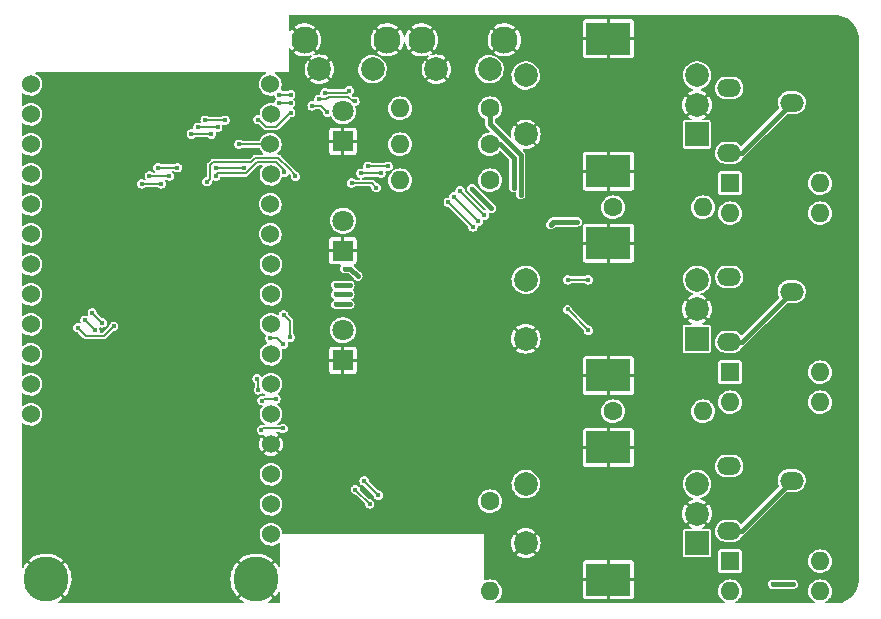
<source format=gbl>
G04 #@! TF.GenerationSoftware,KiCad,Pcbnew,(6.0.7)*
G04 #@! TF.CreationDate,2023-02-19T14:25:41-04:00*
G04 #@! TF.ProjectId,Twitch Switch Base,54776974-6368-4205-9377-697463682042,rev?*
G04 #@! TF.SameCoordinates,Original*
G04 #@! TF.FileFunction,Copper,L2,Bot*
G04 #@! TF.FilePolarity,Positive*
%FSLAX46Y46*%
G04 Gerber Fmt 4.6, Leading zero omitted, Abs format (unit mm)*
G04 Created by KiCad (PCBNEW (6.0.7)) date 2023-02-19 14:25:41*
%MOMM*%
%LPD*%
G01*
G04 APERTURE LIST*
G04 #@! TA.AperFunction,ComponentPad*
%ADD10R,2.000000X2.000000*%
G04 #@! TD*
G04 #@! TA.AperFunction,ComponentPad*
%ADD11C,2.000000*%
G04 #@! TD*
G04 #@! TA.AperFunction,ComponentPad*
%ADD12R,3.800000X2.800000*%
G04 #@! TD*
G04 #@! TA.AperFunction,ComponentPad*
%ADD13C,1.600000*%
G04 #@! TD*
G04 #@! TA.AperFunction,ComponentPad*
%ADD14O,1.600000X1.600000*%
G04 #@! TD*
G04 #@! TA.AperFunction,ComponentPad*
%ADD15C,2.300000*%
G04 #@! TD*
G04 #@! TA.AperFunction,ComponentPad*
%ADD16R,1.600000X1.600000*%
G04 #@! TD*
G04 #@! TA.AperFunction,ComponentPad*
%ADD17R,1.800000X1.800000*%
G04 #@! TD*
G04 #@! TA.AperFunction,ComponentPad*
%ADD18C,1.800000*%
G04 #@! TD*
G04 #@! TA.AperFunction,ComponentPad*
%ADD19O,2.000000X1.500000*%
G04 #@! TD*
G04 #@! TA.AperFunction,ComponentPad*
%ADD20C,1.524000*%
G04 #@! TD*
G04 #@! TA.AperFunction,ComponentPad*
%ADD21C,3.810000*%
G04 #@! TD*
G04 #@! TA.AperFunction,ViaPad*
%ADD22C,0.400000*%
G04 #@! TD*
G04 #@! TA.AperFunction,Conductor*
%ADD23C,0.381000*%
G04 #@! TD*
G04 #@! TA.AperFunction,Conductor*
%ADD24C,0.152400*%
G04 #@! TD*
G04 APERTURE END LIST*
D10*
X173228000Y-86800000D03*
D11*
X173228000Y-81800000D03*
X173228000Y-84300000D03*
D12*
X165728000Y-78700000D03*
X165728000Y-89900000D03*
D11*
X158728000Y-81800000D03*
X158728000Y-86800000D03*
D13*
X166116000Y-110236000D03*
D14*
X173736000Y-110236000D03*
D11*
X151166000Y-81280000D03*
X155666000Y-81280000D03*
D15*
X156916000Y-78780000D03*
X149916000Y-78780000D03*
D16*
X176032000Y-122931000D03*
D14*
X176032000Y-125471000D03*
X183652000Y-125471000D03*
X183652000Y-122931000D03*
D17*
X143256000Y-87376000D03*
D18*
X143256000Y-84836000D03*
D19*
X175952000Y-120352000D03*
X181252000Y-116102000D03*
X175952000Y-114852000D03*
D17*
X143256000Y-105918000D03*
D18*
X143256000Y-103378000D03*
D19*
X175952000Y-88348000D03*
X181252000Y-84098000D03*
X175952000Y-82848000D03*
D10*
X173228000Y-121400000D03*
D11*
X173228000Y-116400000D03*
X173228000Y-118900000D03*
D12*
X165728000Y-124500000D03*
X165728000Y-113300000D03*
D11*
X158728000Y-116400000D03*
X158728000Y-121400000D03*
D17*
X143256000Y-96647000D03*
D18*
X143256000Y-94107000D03*
D13*
X155702000Y-84582000D03*
D14*
X148082000Y-84582000D03*
D13*
X155702000Y-90678000D03*
D14*
X148082000Y-90678000D03*
D19*
X175952000Y-104350000D03*
X181252000Y-100100000D03*
X175952000Y-98850000D03*
D11*
X141260000Y-81280000D03*
X145760000Y-81280000D03*
D15*
X147010000Y-78780000D03*
X140010000Y-78780000D03*
D16*
X176032000Y-106929000D03*
D14*
X176032000Y-109469000D03*
X183652000Y-109469000D03*
X183652000Y-106929000D03*
D13*
X155702000Y-117856000D03*
D14*
X155702000Y-125476000D03*
D13*
X155702000Y-87630000D03*
D14*
X148082000Y-87630000D03*
D20*
X137160000Y-120650000D03*
X137160000Y-118110000D03*
X137160000Y-115570000D03*
X137160000Y-113030000D03*
X137160000Y-110490000D03*
X137160000Y-107950000D03*
X137160000Y-105410000D03*
X137160000Y-102870000D03*
X137160000Y-100330000D03*
X137160000Y-97790000D03*
X137100000Y-95250000D03*
X137100000Y-92710000D03*
X137160000Y-90170000D03*
X137100000Y-87630000D03*
X137160000Y-85090000D03*
X137100000Y-82550000D03*
X116840000Y-82550000D03*
X116840000Y-85090000D03*
X116840000Y-87630000D03*
X116840000Y-90170000D03*
X116840000Y-92710000D03*
X116840000Y-95250000D03*
X116840000Y-97790000D03*
X116840000Y-100330000D03*
X116840000Y-102870000D03*
X116840000Y-105410000D03*
X116840000Y-107950000D03*
X116840000Y-110490000D03*
D21*
X118110000Y-124460000D03*
X135890000Y-124460000D03*
D13*
X166116000Y-92964000D03*
D14*
X173736000Y-92964000D03*
D10*
X173228000Y-104100000D03*
D11*
X173228000Y-99100000D03*
X173228000Y-101600000D03*
D12*
X165728000Y-96000000D03*
X165728000Y-107200000D03*
D11*
X158728000Y-99100000D03*
X158728000Y-104100000D03*
D16*
X176032000Y-90927000D03*
D14*
X176032000Y-93467000D03*
X183652000Y-93467000D03*
X183652000Y-90927000D03*
D22*
X132842000Y-110998000D03*
X153416000Y-77724000D03*
X120396000Y-99314000D03*
X120396000Y-105918000D03*
X167132000Y-120650000D03*
X167894000Y-110998000D03*
X133858000Y-109474000D03*
X136528644Y-106929384D03*
X176530000Y-102616000D03*
X134894720Y-93931852D03*
X141224000Y-86106000D03*
X139954000Y-120396000D03*
X154940000Y-114554000D03*
X161290000Y-104902000D03*
X123190000Y-91440000D03*
X120142619Y-84882495D03*
X181356000Y-90932000D03*
X134918394Y-92019601D03*
X170942000Y-101346000D03*
X145288000Y-76962000D03*
X185674000Y-125222000D03*
X178816000Y-100330000D03*
X186436000Y-109982000D03*
X135983597Y-90570992D03*
X183388000Y-77216000D03*
X186436000Y-118872000D03*
X180086000Y-126238000D03*
X162814000Y-92456000D03*
X160782000Y-125476000D03*
X154940000Y-102616000D03*
X146558000Y-110744000D03*
X169164000Y-88392000D03*
X168148000Y-115570000D03*
X155702000Y-107696000D03*
X134913572Y-98702369D03*
X123952000Y-88138000D03*
X146812000Y-85598000D03*
X183642000Y-104902000D03*
X138643578Y-107337713D03*
X148844000Y-117856000D03*
X184912000Y-88646000D03*
X145796000Y-102362000D03*
X118110000Y-102616000D03*
X128778000Y-87630000D03*
X117835472Y-84352486D03*
X134874000Y-85344000D03*
X156210000Y-123698000D03*
X141224000Y-116332000D03*
X147066000Y-117856000D03*
X134882162Y-95671313D03*
X135636000Y-113792000D03*
X153416000Y-81788000D03*
X146304000Y-120396000D03*
X141815590Y-106846074D03*
X116586000Y-118364000D03*
X170434000Y-125476000D03*
X138430000Y-120396000D03*
X116840000Y-122174000D03*
X165608000Y-98044000D03*
X143002000Y-90932000D03*
X126238000Y-104140000D03*
X148336000Y-120396000D03*
X125222000Y-84836000D03*
X145288000Y-92710000D03*
X139381322Y-105165644D03*
X157988000Y-83566000D03*
X132080000Y-126238000D03*
X179578000Y-121158000D03*
X141224000Y-109982000D03*
X128270000Y-81788000D03*
X156210000Y-94234000D03*
X125984000Y-100838000D03*
X130302000Y-84836000D03*
X169672000Y-105410000D03*
X139192000Y-98552000D03*
X181610000Y-96266000D03*
X142240000Y-120396000D03*
X179070000Y-105156000D03*
X186182000Y-82550000D03*
X127254000Y-92456000D03*
X185928000Y-100076000D03*
X140260799Y-106202171D03*
X174244000Y-126238000D03*
X150622000Y-117856000D03*
X124968000Y-94996000D03*
X118364000Y-86360000D03*
X182118000Y-107950000D03*
X132080000Y-101346000D03*
X134874000Y-116586000D03*
X144272000Y-120396000D03*
X170688000Y-77724000D03*
X123952000Y-99568000D03*
X171450000Y-92964000D03*
X118110000Y-96520000D03*
X150876000Y-90170000D03*
X127762000Y-108966000D03*
X145796000Y-98044000D03*
X118364000Y-81788000D03*
X138938000Y-88646000D03*
X135062459Y-102966950D03*
X132080000Y-105664000D03*
X138176000Y-114300000D03*
X127000000Y-97028000D03*
X170688000Y-95250000D03*
X175006000Y-118110000D03*
X122682000Y-112268000D03*
X155702000Y-89154000D03*
X134882162Y-97241808D03*
X152400000Y-117856000D03*
X175514000Y-110998000D03*
X118364000Y-89154000D03*
X154432000Y-120396000D03*
X129540000Y-107696000D03*
X135890000Y-119634000D03*
X130048000Y-118110000D03*
X176276000Y-81280000D03*
X127000000Y-122174000D03*
X141732000Y-95250000D03*
X151384000Y-98806000D03*
X118618000Y-104394000D03*
X118872000Y-101092000D03*
X161798000Y-77724000D03*
X165100000Y-84582000D03*
X143256000Y-116332000D03*
X149860000Y-86868000D03*
X132080000Y-92456000D03*
X134112000Y-122682000D03*
X138188777Y-101225801D03*
X150368000Y-120396000D03*
X131572000Y-113030000D03*
X123444000Y-81788000D03*
X138684000Y-86106000D03*
X177546000Y-96012000D03*
X144018000Y-110744000D03*
X145066515Y-107380042D03*
X161290000Y-97790000D03*
X131572000Y-88392000D03*
X180086000Y-114808000D03*
X134112000Y-82550000D03*
X177800000Y-91948000D03*
X139446000Y-115570000D03*
X136779314Y-91356240D03*
X183134000Y-119634000D03*
X161544000Y-80772000D03*
X160782000Y-118110000D03*
X136628339Y-99106139D03*
X142748000Y-110744000D03*
X176784000Y-86614000D03*
X126238000Y-125984000D03*
X149606000Y-106426000D03*
X116586000Y-113284000D03*
X152400000Y-120396000D03*
X141218177Y-108551066D03*
X139747727Y-108433182D03*
X118364000Y-109220000D03*
X177800000Y-108204000D03*
X156464000Y-120396000D03*
X150622000Y-92964000D03*
X132080000Y-96774000D03*
X122174000Y-118618000D03*
X117348000Y-93980000D03*
X145288000Y-110744000D03*
X178816000Y-84582000D03*
X171450000Y-83058000D03*
X135298033Y-105291283D03*
X160274000Y-114808000D03*
X119126000Y-92202000D03*
X182626000Y-86614000D03*
X120650000Y-125984000D03*
X159512000Y-94488000D03*
X123190000Y-104902000D03*
X146050000Y-88392000D03*
X136272360Y-94345679D03*
X136615561Y-96591807D03*
X161544000Y-110490000D03*
X139560343Y-100629013D03*
X147828000Y-81280000D03*
X118110000Y-90678000D03*
X160528000Y-87884000D03*
X164338000Y-101346000D03*
X144526000Y-79502000D03*
X135930341Y-93054383D03*
X134916292Y-100369984D03*
X181864000Y-102362000D03*
X146558000Y-107950000D03*
X153670000Y-84328000D03*
X158302977Y-91887023D03*
X143846000Y-101191614D03*
X142666000Y-101191614D03*
X143846000Y-100330000D03*
X157708977Y-91293023D03*
X142666000Y-100330000D03*
X143846000Y-99557881D03*
X142666000Y-99568000D03*
X136098870Y-108425700D03*
X135999467Y-107474300D03*
X141208381Y-83818746D03*
X138827738Y-84163989D03*
X137852366Y-84157414D03*
X132648974Y-86205532D03*
X144260048Y-83992000D03*
X130985982Y-86199748D03*
X138827738Y-83422228D03*
X131591499Y-85594232D03*
X141743239Y-83260500D03*
X143787575Y-83083405D03*
X133260203Y-85594303D03*
X137866033Y-83423086D03*
X140657343Y-84369783D03*
X141944555Y-84926424D03*
X130419725Y-86766005D03*
X132091710Y-86762796D03*
X138827738Y-84953897D03*
X136049285Y-85537604D03*
X160842977Y-94427023D03*
X181356000Y-124881000D03*
X155824193Y-93039500D03*
X154167774Y-91377838D03*
X163104194Y-94197806D03*
X144522246Y-98802246D03*
X179649983Y-124884371D03*
X143390158Y-98155679D03*
X138223733Y-102047537D03*
X138779852Y-103981852D03*
X138213101Y-104548603D03*
X137056464Y-104036464D03*
X134453335Y-87631923D03*
X138176000Y-111695900D03*
X136349230Y-111820209D03*
X136397828Y-109328807D03*
X137575281Y-109186218D03*
X146467729Y-90088000D03*
X138305188Y-89976019D03*
X128542202Y-90312304D03*
X164027500Y-103366760D03*
X152647504Y-92076450D03*
X126870217Y-90315514D03*
X154716640Y-94147163D03*
X162266500Y-101614785D03*
X132480700Y-90318906D03*
X144784917Y-90092695D03*
X129240407Y-89614099D03*
X127573656Y-89612074D03*
X155235550Y-93622153D03*
X153172012Y-91551942D03*
X132480700Y-89615466D03*
X164027500Y-99099159D03*
X147064855Y-89498727D03*
X134841700Y-89612191D03*
X145377293Y-89500319D03*
X162266500Y-99099159D03*
X127878392Y-90976114D03*
X152174976Y-92548978D03*
X131747681Y-90788004D03*
X143981806Y-90895806D03*
X126210787Y-90974943D03*
X139231947Y-90328419D03*
X154240894Y-94616810D03*
X146075023Y-91293023D03*
X122249353Y-103375035D03*
X121414614Y-102540999D03*
X145507688Y-118075688D03*
X122035038Y-101920574D03*
X122869427Y-102754960D03*
X144306312Y-116874312D03*
X123839682Y-103052473D03*
X146243492Y-117339884D03*
X145045606Y-116135018D03*
X120801140Y-103154472D03*
D23*
X175952000Y-88348000D02*
X177002000Y-88348000D01*
X177002000Y-88348000D02*
X181252000Y-84098000D01*
X177002000Y-104350000D02*
X181252000Y-100100000D01*
X175952000Y-104350000D02*
X177002000Y-104350000D01*
X175952000Y-120352000D02*
X177002000Y-120352000D01*
X177002000Y-120352000D02*
X181252000Y-116102000D01*
X143846000Y-101191614D02*
X142666000Y-101191614D01*
X155702000Y-85946378D02*
X155702000Y-84582000D01*
X158299477Y-88543855D02*
X155702000Y-85946378D01*
X158302977Y-91887023D02*
X158299477Y-91883523D01*
X158299477Y-91883523D02*
X158299477Y-88543855D01*
X143846000Y-100330000D02*
X142666000Y-100330000D01*
X156563964Y-87630000D02*
X157708977Y-88775013D01*
X155702000Y-87630000D02*
X156563964Y-87630000D01*
X157708977Y-88775013D02*
X157708977Y-91293023D01*
X143846000Y-99557881D02*
X142676119Y-99557881D01*
X142676119Y-99557881D02*
X142666000Y-99568000D01*
D24*
X136098870Y-107573703D02*
X135999467Y-107474300D01*
X136098870Y-108425700D02*
X136098870Y-107573703D01*
X130985982Y-86199748D02*
X132643190Y-86199748D01*
X138821163Y-84157414D02*
X138827738Y-84163989D01*
X141858442Y-83818746D02*
X141208381Y-83818746D01*
X137852366Y-84157414D02*
X138821163Y-84157414D01*
X144076794Y-83992000D02*
X143697694Y-83612900D01*
X142064288Y-83612900D02*
X141858442Y-83818746D01*
X143697694Y-83612900D02*
X142064288Y-83612900D01*
X144260048Y-83992000D02*
X144076794Y-83992000D01*
X132643190Y-86199748D02*
X132648974Y-86205532D01*
X131591499Y-85594232D02*
X133260132Y-85594232D01*
X143787575Y-83083405D02*
X143610480Y-83260500D01*
X138826880Y-83423086D02*
X138827738Y-83422228D01*
X137866033Y-83423086D02*
X138826880Y-83423086D01*
X133260132Y-85594232D02*
X133260203Y-85594303D01*
X143610480Y-83260500D02*
X141743239Y-83260500D01*
X130419725Y-86766005D02*
X130422934Y-86762796D01*
X136133646Y-85537604D02*
X136049285Y-85537604D01*
X138766983Y-84953897D02*
X137591220Y-86129660D01*
X141387914Y-84369783D02*
X141944555Y-84926424D01*
X130422934Y-86762796D02*
X132091710Y-86762796D01*
X137591220Y-86129660D02*
X136725702Y-86129660D01*
X136725702Y-86129660D02*
X136133646Y-85537604D01*
X138827738Y-84953897D02*
X138766983Y-84953897D01*
X140657343Y-84369783D02*
X141387914Y-84369783D01*
D23*
X160842977Y-94427023D02*
X161060500Y-94209500D01*
X179653354Y-124881000D02*
X179649983Y-124884371D01*
X154167774Y-91377838D02*
X154167774Y-91383081D01*
X161060500Y-94209500D02*
X163092500Y-94209500D01*
X143390158Y-98155679D02*
X143875679Y-98155679D01*
X163092500Y-94209500D02*
X163104194Y-94197806D01*
X154167774Y-91383081D02*
X155824193Y-93039500D01*
X143875679Y-98155679D02*
X144522246Y-98802246D01*
X181356000Y-124881000D02*
X179653354Y-124881000D01*
D24*
X138779852Y-103981852D02*
X138779852Y-102603656D01*
X138779852Y-102603656D02*
X138223733Y-102047537D01*
X137700962Y-104036464D02*
X138213101Y-104548603D01*
X137056464Y-104036464D02*
X137700962Y-104036464D01*
X134455258Y-87630000D02*
X137100000Y-87630000D01*
X134453335Y-87631923D02*
X134455258Y-87630000D01*
X138176000Y-111695900D02*
X136473539Y-111695900D01*
X136473539Y-111695900D02*
X136349230Y-111820209D01*
X137575281Y-109186218D02*
X136540417Y-109186218D01*
X136540417Y-109186218D02*
X136397828Y-109328807D01*
X138305188Y-89976019D02*
X138305188Y-89846951D01*
X132711215Y-90088391D02*
X132480700Y-90318906D01*
X152647504Y-92078027D02*
X152647504Y-92076450D01*
X134874000Y-90088391D02*
X132711215Y-90088391D01*
X162275525Y-101614785D02*
X162266500Y-101614785D01*
X135995540Y-89131800D02*
X135038949Y-90088391D01*
X128542202Y-90312304D02*
X126873427Y-90312304D01*
X135038949Y-90088391D02*
X134874000Y-90088391D01*
X137640118Y-89181881D02*
X137590037Y-89131800D01*
X164027500Y-103366760D02*
X162275525Y-101614785D01*
X146463034Y-90092695D02*
X144784917Y-90092695D01*
X137590037Y-89131800D02*
X137160000Y-89131800D01*
X138305188Y-89846951D02*
X137640118Y-89181881D01*
X146467729Y-90088000D02*
X146463034Y-90092695D01*
X137160000Y-89131800D02*
X135995540Y-89131800D01*
X154716640Y-94147163D02*
X152647504Y-92078027D01*
X126873427Y-90312304D02*
X126870217Y-90315514D01*
X153172012Y-91558615D02*
X153172012Y-91551942D01*
X164027500Y-99099159D02*
X162266500Y-99099159D01*
X129240407Y-89614099D02*
X127575681Y-89614099D01*
X127575681Y-89614099D02*
X127573656Y-89612074D01*
X132483975Y-89612191D02*
X132480700Y-89615466D01*
X155235550Y-93622153D02*
X153172012Y-91558615D01*
X145378885Y-89498727D02*
X145377293Y-89500319D01*
X134841700Y-89612191D02*
X132483975Y-89612191D01*
X147064855Y-89498727D02*
X145378885Y-89498727D01*
X126211958Y-90976114D02*
X126210787Y-90974943D01*
X135492981Y-89135991D02*
X134874000Y-89135991D01*
X135555486Y-89073486D02*
X135492981Y-89135991D01*
X154240894Y-94616810D02*
X152174976Y-92550892D01*
X145677806Y-90895806D02*
X143981806Y-90895806D01*
X127878392Y-90976114D02*
X126211958Y-90976114D01*
X139231947Y-90328419D02*
X139231947Y-90229329D01*
X134874000Y-89135991D02*
X132286726Y-89135991D01*
X138674309Y-89671691D02*
X137782018Y-88779400D01*
X132004500Y-89418217D02*
X132004500Y-89662000D01*
X135849572Y-88779400D02*
X135555486Y-89073486D01*
X139231947Y-90229329D02*
X138674309Y-89671691D01*
X152174976Y-92550892D02*
X152174976Y-92548978D01*
X146075023Y-91293023D02*
X145677806Y-90895806D01*
X132004500Y-89662000D02*
X132004500Y-90531185D01*
X132004500Y-90531185D02*
X131747681Y-90788004D01*
X137782018Y-88779400D02*
X136398000Y-88779400D01*
X132286726Y-89135991D02*
X132004500Y-89418217D01*
X136398000Y-88779400D02*
X135849572Y-88779400D01*
X122249353Y-103375035D02*
X122248650Y-103375035D01*
X122248650Y-103375035D02*
X121414614Y-102540999D01*
X122869427Y-102754960D02*
X122869424Y-102754960D01*
X122869424Y-102754960D02*
X122035038Y-101920574D01*
X145507688Y-118075688D02*
X144306312Y-116874312D01*
X122174000Y-103851235D02*
X121497903Y-103851235D01*
X146243492Y-117339884D02*
X145045606Y-116141998D01*
X145045606Y-116141998D02*
X145045606Y-116135018D01*
X123040920Y-103851235D02*
X122174000Y-103851235D01*
X121497903Y-103851235D02*
X120801140Y-103154472D01*
X123839682Y-103052473D02*
X123040920Y-103851235D01*
G04 #@! TA.AperFunction,Conductor*
G36*
X184878758Y-76701395D02*
G01*
X184905823Y-76705609D01*
X184911130Y-76704915D01*
X184911132Y-76704915D01*
X184920208Y-76703728D01*
X184926601Y-76702892D01*
X184941266Y-76702418D01*
X185018018Y-76707449D01*
X185173289Y-76717626D01*
X185183042Y-76718910D01*
X185435029Y-76769033D01*
X185444530Y-76771579D01*
X185687813Y-76854163D01*
X185696901Y-76857927D01*
X185927332Y-76971563D01*
X185935849Y-76976480D01*
X186149481Y-77119225D01*
X186157272Y-77125204D01*
X186350445Y-77294612D01*
X186357388Y-77301555D01*
X186526795Y-77494726D01*
X186532775Y-77502519D01*
X186671722Y-77710466D01*
X186675519Y-77716149D01*
X186680437Y-77724668D01*
X186794073Y-77955099D01*
X186797837Y-77964187D01*
X186880421Y-78207470D01*
X186882967Y-78216971D01*
X186933090Y-78468958D01*
X186934374Y-78478710D01*
X186949159Y-78704273D01*
X186948424Y-78720763D01*
X186947215Y-78728529D01*
X186946391Y-78733823D01*
X186947085Y-78739130D01*
X186947085Y-78739133D01*
X186950865Y-78768037D01*
X186951500Y-78777788D01*
X186951500Y-124415188D01*
X186950605Y-124426757D01*
X186946391Y-124453823D01*
X186947085Y-124459130D01*
X186947085Y-124459132D01*
X186949108Y-124474599D01*
X186949582Y-124489266D01*
X186946072Y-124542825D01*
X186934374Y-124721289D01*
X186933090Y-124731042D01*
X186882967Y-124983029D01*
X186880421Y-124992530D01*
X186797837Y-125235813D01*
X186794073Y-125244901D01*
X186680437Y-125475332D01*
X186675520Y-125483849D01*
X186532775Y-125697481D01*
X186526796Y-125705272D01*
X186357388Y-125898445D01*
X186350445Y-125905388D01*
X186161145Y-126071400D01*
X186157274Y-126074795D01*
X186149481Y-126080775D01*
X185935851Y-126223519D01*
X185927332Y-126228437D01*
X185696901Y-126342073D01*
X185687813Y-126345837D01*
X185444530Y-126428421D01*
X185435029Y-126430967D01*
X185183042Y-126481090D01*
X185173290Y-126482374D01*
X185021488Y-126492324D01*
X184947725Y-126497159D01*
X184931237Y-126496424D01*
X184923471Y-126495215D01*
X184923468Y-126495215D01*
X184918177Y-126494391D01*
X184912870Y-126495085D01*
X184912867Y-126495085D01*
X184883963Y-126498865D01*
X184874212Y-126499500D01*
X184150672Y-126499500D01*
X184102334Y-126481907D01*
X184076614Y-126437358D01*
X184085547Y-126386700D01*
X184116763Y-126357180D01*
X184190689Y-126319837D01*
X184218222Y-126298326D01*
X184342410Y-126201301D01*
X184342414Y-126201297D01*
X184345303Y-126199040D01*
X184443806Y-126084923D01*
X184471104Y-126053298D01*
X184471107Y-126053294D01*
X184473509Y-126050511D01*
X184546901Y-125921319D01*
X184568608Y-125883108D01*
X184568609Y-125883106D01*
X184570425Y-125879909D01*
X184601392Y-125786820D01*
X184631196Y-125697226D01*
X184631197Y-125697223D01*
X184632358Y-125693732D01*
X184656949Y-125499071D01*
X184657281Y-125475332D01*
X184657312Y-125473099D01*
X184657312Y-125473093D01*
X184657341Y-125471000D01*
X184657089Y-125468425D01*
X184638554Y-125279396D01*
X184638553Y-125279393D01*
X184638194Y-125275728D01*
X184581484Y-125087894D01*
X184489370Y-124914653D01*
X184482510Y-124906241D01*
X184367686Y-124765453D01*
X184365361Y-124762602D01*
X184214180Y-124637535D01*
X184041585Y-124544213D01*
X183994952Y-124529778D01*
X183857665Y-124487280D01*
X183857661Y-124487279D01*
X183854152Y-124486193D01*
X183710243Y-124471067D01*
X183662674Y-124466067D01*
X183662672Y-124466067D01*
X183659019Y-124465683D01*
X183463618Y-124483466D01*
X183394407Y-124503836D01*
X183278922Y-124537825D01*
X183278919Y-124537826D01*
X183275393Y-124538864D01*
X183272135Y-124540567D01*
X183272133Y-124540568D01*
X183104775Y-124628061D01*
X183101512Y-124629767D01*
X183098643Y-124632073D01*
X183098644Y-124632073D01*
X182951465Y-124750407D01*
X182951462Y-124750410D01*
X182948600Y-124752711D01*
X182822480Y-124903016D01*
X182727956Y-125074954D01*
X182668628Y-125261978D01*
X182646757Y-125456963D01*
X182647065Y-125460631D01*
X182647065Y-125460634D01*
X182650713Y-125504071D01*
X182663175Y-125652483D01*
X182717258Y-125841091D01*
X182718940Y-125844363D01*
X182718940Y-125844364D01*
X182726276Y-125858639D01*
X182806944Y-126015601D01*
X182928818Y-126169369D01*
X183078238Y-126296535D01*
X183081439Y-126298324D01*
X183081442Y-126298326D01*
X183131845Y-126326495D01*
X183186745Y-126357177D01*
X183189391Y-126358656D01*
X183223003Y-126397596D01*
X183223721Y-126449031D01*
X183191210Y-126488894D01*
X183152704Y-126499500D01*
X176530672Y-126499500D01*
X176482334Y-126481907D01*
X176456614Y-126437358D01*
X176465547Y-126386700D01*
X176496763Y-126357180D01*
X176570689Y-126319837D01*
X176598222Y-126298326D01*
X176722410Y-126201301D01*
X176722414Y-126201297D01*
X176725303Y-126199040D01*
X176823806Y-126084923D01*
X176851104Y-126053298D01*
X176851107Y-126053294D01*
X176853509Y-126050511D01*
X176926901Y-125921319D01*
X176948608Y-125883108D01*
X176948609Y-125883106D01*
X176950425Y-125879909D01*
X176981392Y-125786820D01*
X177011196Y-125697226D01*
X177011197Y-125697223D01*
X177012358Y-125693732D01*
X177036949Y-125499071D01*
X177037281Y-125475332D01*
X177037312Y-125473099D01*
X177037312Y-125473093D01*
X177037341Y-125471000D01*
X177037089Y-125468425D01*
X177018554Y-125279396D01*
X177018553Y-125279393D01*
X177018194Y-125275728D01*
X176961484Y-125087894D01*
X176869370Y-124914653D01*
X176862510Y-124906241D01*
X176844673Y-124884371D01*
X179244491Y-124884371D01*
X179245417Y-124890218D01*
X179249801Y-124917900D01*
X179264337Y-125009675D01*
X179295198Y-125070244D01*
X179317527Y-125114065D01*
X179321933Y-125122713D01*
X179411641Y-125212421D01*
X179524679Y-125270017D01*
X179538456Y-125272199D01*
X179622853Y-125285566D01*
X179649983Y-125289863D01*
X179756921Y-125272926D01*
X179768684Y-125272000D01*
X181258583Y-125272000D01*
X181270346Y-125272926D01*
X181356000Y-125286492D01*
X181481304Y-125266646D01*
X181594342Y-125209050D01*
X181684050Y-125119342D01*
X181741646Y-125006304D01*
X181756162Y-124914653D01*
X181760566Y-124886847D01*
X181761492Y-124881000D01*
X181741646Y-124755696D01*
X181710785Y-124695127D01*
X181686739Y-124647935D01*
X181686738Y-124647934D01*
X181684050Y-124642658D01*
X181594342Y-124552950D01*
X181584875Y-124548126D01*
X181541873Y-124526215D01*
X181481304Y-124495354D01*
X181404143Y-124483133D01*
X181361847Y-124476434D01*
X181356000Y-124475508D01*
X181274186Y-124488466D01*
X181270347Y-124489074D01*
X181258583Y-124490000D01*
X179726116Y-124490000D01*
X179714352Y-124489074D01*
X179710514Y-124488466D01*
X179685091Y-124484439D01*
X179655830Y-124479805D01*
X179649983Y-124478879D01*
X179644136Y-124479805D01*
X179614461Y-124484505D01*
X179524679Y-124498725D01*
X179464110Y-124529586D01*
X179422161Y-124550961D01*
X179411641Y-124556321D01*
X179321933Y-124646029D01*
X179264337Y-124759067D01*
X179244491Y-124884371D01*
X176844673Y-124884371D01*
X176747686Y-124765453D01*
X176745361Y-124762602D01*
X176594180Y-124637535D01*
X176421585Y-124544213D01*
X176374952Y-124529778D01*
X176237665Y-124487280D01*
X176237661Y-124487279D01*
X176234152Y-124486193D01*
X176090243Y-124471067D01*
X176042674Y-124466067D01*
X176042672Y-124466067D01*
X176039019Y-124465683D01*
X175843618Y-124483466D01*
X175774407Y-124503836D01*
X175658922Y-124537825D01*
X175658919Y-124537826D01*
X175655393Y-124538864D01*
X175652135Y-124540567D01*
X175652133Y-124540568D01*
X175484775Y-124628061D01*
X175481512Y-124629767D01*
X175478643Y-124632073D01*
X175478644Y-124632073D01*
X175331465Y-124750407D01*
X175331462Y-124750410D01*
X175328600Y-124752711D01*
X175202480Y-124903016D01*
X175107956Y-125074954D01*
X175048628Y-125261978D01*
X175026757Y-125456963D01*
X175027065Y-125460631D01*
X175027065Y-125460634D01*
X175030713Y-125504071D01*
X175043175Y-125652483D01*
X175097258Y-125841091D01*
X175098940Y-125844363D01*
X175098940Y-125844364D01*
X175106276Y-125858639D01*
X175186944Y-126015601D01*
X175308818Y-126169369D01*
X175458238Y-126296535D01*
X175461439Y-126298324D01*
X175461442Y-126298326D01*
X175511845Y-126326495D01*
X175566745Y-126357177D01*
X175569391Y-126358656D01*
X175603003Y-126397596D01*
X175603721Y-126449031D01*
X175571210Y-126488894D01*
X175532704Y-126499500D01*
X156210571Y-126499500D01*
X156162233Y-126481907D01*
X156136513Y-126437358D01*
X156145446Y-126386700D01*
X156176665Y-126357178D01*
X156202254Y-126344252D01*
X156240689Y-126324837D01*
X156249983Y-126317576D01*
X156392410Y-126206301D01*
X156392414Y-126206297D01*
X156395303Y-126204040D01*
X156438497Y-126153999D01*
X156521104Y-126058298D01*
X156521107Y-126058294D01*
X156523509Y-126055511D01*
X156599741Y-125921319D01*
X163574001Y-125921319D01*
X163574723Y-125928644D01*
X163587292Y-125991840D01*
X163592852Y-126005264D01*
X163640764Y-126076970D01*
X163651030Y-126087236D01*
X163722738Y-126135149D01*
X163736157Y-126140708D01*
X163799358Y-126153279D01*
X163806679Y-126154000D01*
X165587741Y-126154000D01*
X165597898Y-126150303D01*
X165601000Y-126144931D01*
X165601000Y-126140740D01*
X165855000Y-126140740D01*
X165858697Y-126150897D01*
X165864069Y-126153999D01*
X167649319Y-126153999D01*
X167656644Y-126153277D01*
X167719840Y-126140708D01*
X167733264Y-126135148D01*
X167804970Y-126087236D01*
X167815236Y-126076970D01*
X167863149Y-126005262D01*
X167868708Y-125991843D01*
X167881279Y-125928642D01*
X167882000Y-125921321D01*
X167882000Y-124640259D01*
X167878303Y-124630102D01*
X167872931Y-124627000D01*
X165868259Y-124627000D01*
X165858102Y-124630697D01*
X165855000Y-124636069D01*
X165855000Y-126140740D01*
X165601000Y-126140740D01*
X165601000Y-124640259D01*
X165597303Y-124630102D01*
X165591931Y-124627000D01*
X163587260Y-124627000D01*
X163577103Y-124630697D01*
X163574001Y-124636069D01*
X163574001Y-125921319D01*
X156599741Y-125921319D01*
X156620425Y-125884909D01*
X156682358Y-125698732D01*
X156706949Y-125504071D01*
X156707159Y-125489052D01*
X156707312Y-125478099D01*
X156707312Y-125478093D01*
X156707341Y-125476000D01*
X156705965Y-125461963D01*
X156688554Y-125284396D01*
X156688553Y-125284393D01*
X156688194Y-125280728D01*
X156631484Y-125092894D01*
X156539370Y-124919653D01*
X156415361Y-124767602D01*
X156264180Y-124642535D01*
X156091585Y-124549213D01*
X156043305Y-124534268D01*
X155907665Y-124492280D01*
X155907661Y-124492279D01*
X155904152Y-124491193D01*
X155763734Y-124476434D01*
X155712674Y-124471067D01*
X155712672Y-124471067D01*
X155709019Y-124470683D01*
X155513618Y-124488466D01*
X155469632Y-124501412D01*
X155328922Y-124542825D01*
X155328919Y-124542826D01*
X155325393Y-124543864D01*
X155304038Y-124555028D01*
X155253052Y-124561831D01*
X155209620Y-124534268D01*
X155194000Y-124488385D01*
X155194000Y-124359741D01*
X163574000Y-124359741D01*
X163577697Y-124369898D01*
X163583069Y-124373000D01*
X165587741Y-124373000D01*
X165597898Y-124369303D01*
X165601000Y-124363931D01*
X165601000Y-124359741D01*
X165855000Y-124359741D01*
X165858697Y-124369898D01*
X165864069Y-124373000D01*
X167868740Y-124373000D01*
X167878897Y-124369303D01*
X167881999Y-124363931D01*
X167881999Y-123750748D01*
X175031500Y-123750748D01*
X175043133Y-123809231D01*
X175087448Y-123875552D01*
X175153769Y-123919867D01*
X175161033Y-123921312D01*
X175208627Y-123930779D01*
X175212252Y-123931500D01*
X176851748Y-123931500D01*
X176855373Y-123930779D01*
X176902967Y-123921312D01*
X176910231Y-123919867D01*
X176976552Y-123875552D01*
X177020867Y-123809231D01*
X177032500Y-123750748D01*
X177032500Y-122916963D01*
X182646757Y-122916963D01*
X182647065Y-122920631D01*
X182647065Y-122920634D01*
X182659722Y-123071358D01*
X182663175Y-123112483D01*
X182717258Y-123301091D01*
X182806944Y-123475601D01*
X182928818Y-123629369D01*
X183078238Y-123756535D01*
X183081439Y-123758324D01*
X183081442Y-123758326D01*
X183119932Y-123779837D01*
X183249513Y-123852257D01*
X183253014Y-123853395D01*
X183253015Y-123853395D01*
X183293762Y-123866635D01*
X183436118Y-123912889D01*
X183507074Y-123921350D01*
X183627288Y-123935685D01*
X183627290Y-123935685D01*
X183630946Y-123936121D01*
X183826576Y-123921068D01*
X183989282Y-123875639D01*
X184012011Y-123869293D01*
X184012013Y-123869292D01*
X184015556Y-123868303D01*
X184190689Y-123779837D01*
X184218222Y-123758326D01*
X184342410Y-123661301D01*
X184342414Y-123661297D01*
X184345303Y-123659040D01*
X184415658Y-123577533D01*
X184471104Y-123513298D01*
X184471107Y-123513294D01*
X184473509Y-123510511D01*
X184570425Y-123339909D01*
X184632358Y-123153732D01*
X184656949Y-122959071D01*
X184657341Y-122931000D01*
X184649311Y-122849103D01*
X184638554Y-122739396D01*
X184638553Y-122739393D01*
X184638194Y-122735728D01*
X184581484Y-122547894D01*
X184489370Y-122374653D01*
X184485062Y-122369370D01*
X184367686Y-122225453D01*
X184365361Y-122222602D01*
X184214180Y-122097535D01*
X184041585Y-122004213D01*
X183970905Y-121982334D01*
X183857665Y-121947280D01*
X183857661Y-121947279D01*
X183854152Y-121946193D01*
X183711708Y-121931221D01*
X183662674Y-121926067D01*
X183662672Y-121926067D01*
X183659019Y-121925683D01*
X183463618Y-121943466D01*
X183369505Y-121971165D01*
X183278922Y-121997825D01*
X183278919Y-121997826D01*
X183275393Y-121998864D01*
X183272135Y-122000567D01*
X183272133Y-122000568D01*
X183104775Y-122088061D01*
X183101512Y-122089767D01*
X183098643Y-122092073D01*
X183098644Y-122092073D01*
X182951465Y-122210407D01*
X182951462Y-122210410D01*
X182948600Y-122212711D01*
X182822480Y-122363016D01*
X182727956Y-122534954D01*
X182668628Y-122721978D01*
X182646757Y-122916963D01*
X177032500Y-122916963D01*
X177032500Y-122111252D01*
X177020867Y-122052769D01*
X176976552Y-121986448D01*
X176910231Y-121942133D01*
X176902967Y-121940688D01*
X176855373Y-121931221D01*
X176855372Y-121931221D01*
X176851748Y-121930500D01*
X175212252Y-121930500D01*
X175208628Y-121931221D01*
X175208627Y-121931221D01*
X175161033Y-121940688D01*
X175153769Y-121942133D01*
X175087448Y-121986448D01*
X175043133Y-122052769D01*
X175031500Y-122111252D01*
X175031500Y-123750748D01*
X167881999Y-123750748D01*
X167881999Y-123078681D01*
X167881277Y-123071356D01*
X167868708Y-123008160D01*
X167863148Y-122994736D01*
X167815236Y-122923030D01*
X167804970Y-122912764D01*
X167733262Y-122864851D01*
X167719843Y-122859292D01*
X167656642Y-122846721D01*
X167649321Y-122846000D01*
X165868259Y-122846000D01*
X165858102Y-122849697D01*
X165855000Y-122855069D01*
X165855000Y-124359741D01*
X165601000Y-124359741D01*
X165601000Y-122859260D01*
X165597303Y-122849103D01*
X165591931Y-122846001D01*
X163806681Y-122846001D01*
X163799356Y-122846723D01*
X163736160Y-122859292D01*
X163722736Y-122864852D01*
X163651030Y-122912764D01*
X163640764Y-122923030D01*
X163592851Y-122994738D01*
X163587292Y-123008157D01*
X163574721Y-123071358D01*
X163574000Y-123078679D01*
X163574000Y-124359741D01*
X155194000Y-124359741D01*
X155194000Y-122374781D01*
X157938054Y-122374781D01*
X157939025Y-122378405D01*
X158095914Y-122488260D01*
X158101582Y-122491532D01*
X158294489Y-122581487D01*
X158300640Y-122583726D01*
X158506242Y-122638816D01*
X158512684Y-122639952D01*
X158724731Y-122658504D01*
X158731269Y-122658504D01*
X158943316Y-122639952D01*
X158949758Y-122638816D01*
X159155360Y-122583726D01*
X159161511Y-122581487D01*
X159354418Y-122491532D01*
X159360086Y-122488260D01*
X159457932Y-122419748D01*
X172027500Y-122419748D01*
X172039133Y-122478231D01*
X172083448Y-122544552D01*
X172149769Y-122588867D01*
X172157033Y-122590312D01*
X172204627Y-122599779D01*
X172208252Y-122600500D01*
X174247748Y-122600500D01*
X174251373Y-122599779D01*
X174298967Y-122590312D01*
X174306231Y-122588867D01*
X174372552Y-122544552D01*
X174416867Y-122478231D01*
X174428500Y-122419748D01*
X174428500Y-120398671D01*
X174747739Y-120398671D01*
X174748309Y-120402440D01*
X174775486Y-120582138D01*
X174776614Y-120589599D01*
X174777927Y-120593169D01*
X174777928Y-120593171D01*
X174813514Y-120689892D01*
X174843290Y-120770821D01*
X174945045Y-120934934D01*
X174947660Y-120937699D01*
X174947662Y-120937702D01*
X175008937Y-121002498D01*
X175077721Y-121075235D01*
X175235898Y-121185991D01*
X175413115Y-121262680D01*
X175602133Y-121302168D01*
X175608468Y-121302500D01*
X176250259Y-121302500D01*
X176259346Y-121301577D01*
X176390322Y-121288273D01*
X176390324Y-121288273D01*
X176394110Y-121287888D01*
X176578373Y-121230144D01*
X176581701Y-121228299D01*
X176581704Y-121228298D01*
X176743929Y-121138375D01*
X176747261Y-121136528D01*
X176836502Y-121060039D01*
X176890983Y-121013343D01*
X176890984Y-121013342D01*
X176893875Y-121010864D01*
X176900365Y-121002498D01*
X177009897Y-120861290D01*
X177009898Y-120861289D01*
X177012227Y-120858286D01*
X177027068Y-120828125D01*
X177054803Y-120771760D01*
X177091930Y-120736156D01*
X177110508Y-120730688D01*
X177124332Y-120728499D01*
X177146815Y-120717043D01*
X177157719Y-120712526D01*
X177166908Y-120709540D01*
X177181723Y-120704727D01*
X177202141Y-120689892D01*
X177212200Y-120683728D01*
X177234689Y-120672269D01*
X177322269Y-120584689D01*
X177322270Y-120584687D01*
X180834264Y-117072694D01*
X180880884Y-117050954D01*
X180897121Y-117051294D01*
X180899309Y-117051578D01*
X180902133Y-117052168D01*
X180908468Y-117052500D01*
X181550259Y-117052500D01*
X181565479Y-117050954D01*
X181690322Y-117038273D01*
X181690324Y-117038273D01*
X181694110Y-117037888D01*
X181878373Y-116980144D01*
X181881701Y-116978299D01*
X181881704Y-116978298D01*
X182043929Y-116888375D01*
X182047261Y-116886528D01*
X182193875Y-116760864D01*
X182203072Y-116749008D01*
X182309897Y-116611290D01*
X182309898Y-116611289D01*
X182312227Y-116608286D01*
X182397481Y-116435026D01*
X182446155Y-116248163D01*
X182452085Y-116135018D01*
X182456062Y-116059133D01*
X182456062Y-116059129D01*
X182456261Y-116055329D01*
X182450247Y-116015561D01*
X182427956Y-115868167D01*
X182427955Y-115868163D01*
X182427386Y-115864401D01*
X182404593Y-115802449D01*
X182362025Y-115686753D01*
X182360710Y-115683179D01*
X182258955Y-115519066D01*
X182256340Y-115516301D01*
X182256338Y-115516298D01*
X182128901Y-115381538D01*
X182126279Y-115378765D01*
X181968102Y-115268009D01*
X181790885Y-115191320D01*
X181601867Y-115151832D01*
X181595532Y-115151500D01*
X180953741Y-115151500D01*
X180951841Y-115151693D01*
X180813678Y-115165727D01*
X180813676Y-115165727D01*
X180809890Y-115166112D01*
X180625627Y-115223856D01*
X180622299Y-115225701D01*
X180622296Y-115225702D01*
X180466964Y-115311804D01*
X180456739Y-115317472D01*
X180310125Y-115443136D01*
X180307795Y-115446140D01*
X180307793Y-115446142D01*
X180213342Y-115567907D01*
X180191773Y-115595714D01*
X180106519Y-115768974D01*
X180057845Y-115955837D01*
X180054715Y-116015561D01*
X180048455Y-116135018D01*
X180047739Y-116148671D01*
X180048309Y-116152440D01*
X180065726Y-116267603D01*
X180076614Y-116339599D01*
X180077927Y-116343169D01*
X180077928Y-116343171D01*
X180124498Y-116469746D01*
X180143290Y-116520821D01*
X180145295Y-116524055D01*
X180145299Y-116524063D01*
X180164289Y-116554691D01*
X180174808Y-116605044D01*
X180153551Y-116647491D01*
X178594778Y-118206265D01*
X177049126Y-119751917D01*
X177002506Y-119773657D01*
X176952819Y-119760343D01*
X176941323Y-119750420D01*
X176826279Y-119628765D01*
X176668102Y-119518009D01*
X176490885Y-119441320D01*
X176301867Y-119401832D01*
X176295532Y-119401500D01*
X175653741Y-119401500D01*
X175651841Y-119401693D01*
X175513678Y-119415727D01*
X175513676Y-119415727D01*
X175509890Y-119416112D01*
X175325627Y-119473856D01*
X175322299Y-119475701D01*
X175322296Y-119475702D01*
X175230802Y-119526418D01*
X175156739Y-119567472D01*
X175153846Y-119569952D01*
X175014980Y-119688975D01*
X175010125Y-119693136D01*
X175007795Y-119696140D01*
X175007793Y-119696142D01*
X174960333Y-119757327D01*
X174891773Y-119845714D01*
X174806519Y-120018974D01*
X174757845Y-120205837D01*
X174757352Y-120215248D01*
X174748511Y-120383948D01*
X174747739Y-120398671D01*
X174428500Y-120398671D01*
X174428500Y-120380252D01*
X174416867Y-120321769D01*
X174372552Y-120255448D01*
X174306231Y-120211133D01*
X174298967Y-120209688D01*
X174251373Y-120200221D01*
X174251372Y-120200221D01*
X174247748Y-120199500D01*
X173747635Y-120199500D01*
X173699297Y-120181907D01*
X173673577Y-120137358D01*
X173682510Y-120086700D01*
X173715854Y-120056146D01*
X173854418Y-119991532D01*
X173860086Y-119988260D01*
X174011893Y-119881964D01*
X174018092Y-119873111D01*
X174017765Y-119869370D01*
X173237377Y-119088982D01*
X173227578Y-119084413D01*
X173221587Y-119086018D01*
X172442623Y-119864982D01*
X172438054Y-119874781D01*
X172439025Y-119878405D01*
X172595914Y-119988260D01*
X172601582Y-119991532D01*
X172740146Y-120056146D01*
X172776519Y-120092519D01*
X172781003Y-120143763D01*
X172751498Y-120185900D01*
X172708365Y-120199500D01*
X172208252Y-120199500D01*
X172204628Y-120200221D01*
X172204627Y-120200221D01*
X172157033Y-120209688D01*
X172149769Y-120211133D01*
X172083448Y-120255448D01*
X172039133Y-120321769D01*
X172027500Y-120380252D01*
X172027500Y-122419748D01*
X159457932Y-122419748D01*
X159511893Y-122381964D01*
X159518092Y-122373111D01*
X159517765Y-122369370D01*
X158737377Y-121588982D01*
X158727578Y-121584413D01*
X158721587Y-121586018D01*
X157942623Y-122364982D01*
X157938054Y-122374781D01*
X155194000Y-122374781D01*
X155194000Y-121403269D01*
X157469496Y-121403269D01*
X157488048Y-121615316D01*
X157489184Y-121621758D01*
X157544274Y-121827360D01*
X157546513Y-121833511D01*
X157636468Y-122026418D01*
X157639740Y-122032086D01*
X157746036Y-122183893D01*
X157754889Y-122190092D01*
X157758630Y-122189765D01*
X158539018Y-121409377D01*
X158543193Y-121400422D01*
X158912413Y-121400422D01*
X158914018Y-121406413D01*
X159692982Y-122185377D01*
X159702781Y-122189946D01*
X159706405Y-122188975D01*
X159816260Y-122032086D01*
X159819532Y-122026418D01*
X159909487Y-121833511D01*
X159911726Y-121827360D01*
X159966816Y-121621758D01*
X159967952Y-121615316D01*
X159986504Y-121403269D01*
X159986504Y-121396731D01*
X159967952Y-121184684D01*
X159966816Y-121178242D01*
X159911726Y-120972640D01*
X159909487Y-120966489D01*
X159819532Y-120773582D01*
X159816260Y-120767914D01*
X159709964Y-120616107D01*
X159701111Y-120609908D01*
X159697370Y-120610235D01*
X158916982Y-121390623D01*
X158912413Y-121400422D01*
X158543193Y-121400422D01*
X158543587Y-121399578D01*
X158541982Y-121393587D01*
X157763018Y-120614623D01*
X157753219Y-120610054D01*
X157749595Y-120611025D01*
X157639740Y-120767914D01*
X157636468Y-120773582D01*
X157546513Y-120966489D01*
X157544274Y-120972640D01*
X157489184Y-121178242D01*
X157488048Y-121184684D01*
X157469496Y-121396731D01*
X157469496Y-121403269D01*
X155194000Y-121403269D01*
X155194000Y-120650000D01*
X138195344Y-120650000D01*
X138147006Y-120632407D01*
X138121286Y-120587858D01*
X138120503Y-120582138D01*
X138109098Y-120465812D01*
X138109097Y-120465807D01*
X138108738Y-120462145D01*
X138098093Y-120426889D01*
X157937908Y-120426889D01*
X157938235Y-120430630D01*
X158718623Y-121211018D01*
X158728422Y-121215587D01*
X158734413Y-121213982D01*
X159513377Y-120435018D01*
X159517946Y-120425219D01*
X159516975Y-120421595D01*
X159360086Y-120311740D01*
X159354418Y-120308468D01*
X159161511Y-120218513D01*
X159155360Y-120216274D01*
X158949758Y-120161184D01*
X158943316Y-120160048D01*
X158731269Y-120141496D01*
X158724731Y-120141496D01*
X158512684Y-120160048D01*
X158506242Y-120161184D01*
X158300640Y-120216274D01*
X158294489Y-120218513D01*
X158101582Y-120308468D01*
X158095914Y-120311740D01*
X157944107Y-120418036D01*
X157937908Y-120426889D01*
X138098093Y-120426889D01*
X138054181Y-120281445D01*
X138040359Y-120255448D01*
X137990238Y-120161184D01*
X137965566Y-120114783D01*
X137917743Y-120056146D01*
X137848592Y-119971360D01*
X137846266Y-119968508D01*
X137700827Y-119848191D01*
X137534788Y-119758414D01*
X137354474Y-119702597D01*
X137235495Y-119690092D01*
X137170407Y-119683251D01*
X137170405Y-119683251D01*
X137166752Y-119682867D01*
X137099635Y-119688975D01*
X136982431Y-119699641D01*
X136982430Y-119699641D01*
X136978773Y-119699974D01*
X136975248Y-119701011D01*
X136975245Y-119701012D01*
X136807401Y-119750412D01*
X136797697Y-119753268D01*
X136630420Y-119840718D01*
X136627561Y-119843017D01*
X136627556Y-119843020D01*
X136486187Y-119956684D01*
X136486183Y-119956688D01*
X136483316Y-119958993D01*
X136480948Y-119961815D01*
X136480947Y-119961816D01*
X136364350Y-120100770D01*
X136364347Y-120100774D01*
X136361986Y-120103588D01*
X136360215Y-120106810D01*
X136360214Y-120106811D01*
X136355831Y-120114783D01*
X136271052Y-120268996D01*
X136213978Y-120448917D01*
X136192937Y-120636496D01*
X136193245Y-120640164D01*
X136193245Y-120640167D01*
X136201072Y-120733373D01*
X136208732Y-120824590D01*
X136260760Y-121006034D01*
X136347040Y-121173917D01*
X136464285Y-121321844D01*
X136608030Y-121444180D01*
X136611241Y-121445974D01*
X136611243Y-121445976D01*
X136769593Y-121534475D01*
X136769596Y-121534476D01*
X136772800Y-121536267D01*
X136776288Y-121537400D01*
X136776292Y-121537402D01*
X136823348Y-121552691D01*
X136952317Y-121594595D01*
X136955961Y-121595029D01*
X136955963Y-121595030D01*
X137136088Y-121616509D01*
X137136089Y-121616509D01*
X137139745Y-121616945D01*
X137327945Y-121602464D01*
X137469607Y-121562911D01*
X137506210Y-121552691D01*
X137506211Y-121552690D01*
X137509748Y-121551703D01*
X137513022Y-121550049D01*
X137513025Y-121550048D01*
X137590211Y-121511059D01*
X137678229Y-121466598D01*
X137681126Y-121464334D01*
X137681130Y-121464332D01*
X137800502Y-121371067D01*
X137849424Y-121355171D01*
X137897118Y-121374440D01*
X137921268Y-121419859D01*
X137922000Y-121430325D01*
X137922000Y-123379900D01*
X137904407Y-123428238D01*
X137859858Y-123453958D01*
X137809200Y-123445025D01*
X137779976Y-123414390D01*
X137742224Y-123341246D01*
X137739572Y-123336867D01*
X137573256Y-123100224D01*
X137570029Y-123096239D01*
X137513230Y-123035116D01*
X137503606Y-123030191D01*
X137498168Y-123031437D01*
X136078982Y-124450623D01*
X136074413Y-124460422D01*
X136076018Y-124466413D01*
X137495870Y-125886265D01*
X137505669Y-125890834D01*
X137511392Y-125889301D01*
X137541106Y-125858639D01*
X137544407Y-125854732D01*
X137715649Y-125621615D01*
X137718386Y-125617303D01*
X137780713Y-125502510D01*
X137819239Y-125468425D01*
X137870661Y-125467078D01*
X137910918Y-125499100D01*
X137922000Y-125538392D01*
X137922000Y-126424300D01*
X137904407Y-126472638D01*
X137859858Y-126498358D01*
X137846800Y-126499500D01*
X136956872Y-126499500D01*
X136908534Y-126481907D01*
X136882814Y-126437358D01*
X136891747Y-126386700D01*
X136918931Y-126359373D01*
X137104160Y-126251134D01*
X137108390Y-126248259D01*
X137316701Y-126084923D01*
X137322413Y-126075746D01*
X137321795Y-126071400D01*
X135899377Y-124648982D01*
X135889578Y-124644413D01*
X135883587Y-124646018D01*
X134464459Y-126065146D01*
X134459890Y-126074945D01*
X134461132Y-126079582D01*
X134616041Y-126209106D01*
X134620175Y-126212110D01*
X134856883Y-126360596D01*
X134888482Y-126401187D01*
X134886597Y-126452592D01*
X134852110Y-126490759D01*
X134816922Y-126499500D01*
X119176872Y-126499500D01*
X119128534Y-126481907D01*
X119102814Y-126437358D01*
X119111747Y-126386700D01*
X119138931Y-126359373D01*
X119324160Y-126251134D01*
X119328390Y-126248259D01*
X119536701Y-126084923D01*
X119542413Y-126075746D01*
X119541795Y-126071400D01*
X117930817Y-124460422D01*
X118294413Y-124460422D01*
X118296018Y-124466413D01*
X119715870Y-125886265D01*
X119725669Y-125890834D01*
X119731392Y-125889301D01*
X119761106Y-125858639D01*
X119764407Y-125854732D01*
X119935649Y-125621615D01*
X119938386Y-125617303D01*
X120076408Y-125363096D01*
X120078532Y-125358457D01*
X120180774Y-125087880D01*
X120182255Y-125082977D01*
X120246831Y-124801024D01*
X120247629Y-124795982D01*
X120273438Y-124506803D01*
X120273586Y-124503836D01*
X120274030Y-124461478D01*
X120273945Y-124458526D01*
X120272675Y-124439901D01*
X133726222Y-124439901D01*
X133742872Y-124728670D01*
X133743512Y-124733740D01*
X133799199Y-125017580D01*
X133800522Y-125022517D01*
X133894221Y-125296188D01*
X133896193Y-125300879D01*
X134026170Y-125559311D01*
X134028763Y-125563695D01*
X134192598Y-125802076D01*
X134195782Y-125806094D01*
X134267144Y-125884519D01*
X134276715Y-125889544D01*
X134282004Y-125888391D01*
X135701018Y-124469377D01*
X135705587Y-124459578D01*
X135703982Y-124453587D01*
X134284736Y-123034341D01*
X134274937Y-123029772D01*
X134269385Y-123031260D01*
X134224337Y-123078729D01*
X134221080Y-123082667D01*
X134052289Y-123317563D01*
X134049594Y-123321911D01*
X133914249Y-123577533D01*
X133912165Y-123582215D01*
X133812761Y-123853846D01*
X133811336Y-123858753D01*
X133749716Y-124141365D01*
X133748969Y-124146429D01*
X133726275Y-124434782D01*
X133726222Y-124439901D01*
X120272675Y-124439901D01*
X120254197Y-124168861D01*
X120253504Y-124163798D01*
X120194844Y-123880543D01*
X120193475Y-123875639D01*
X120096916Y-123602965D01*
X120094888Y-123598279D01*
X119962224Y-123341246D01*
X119959572Y-123336867D01*
X119793256Y-123100224D01*
X119790029Y-123096239D01*
X119733230Y-123035116D01*
X119723606Y-123030191D01*
X119718168Y-123031437D01*
X118298982Y-124450623D01*
X118294413Y-124460422D01*
X117930817Y-124460422D01*
X116504736Y-123034341D01*
X116494937Y-123029772D01*
X116489385Y-123031260D01*
X116444337Y-123078729D01*
X116441080Y-123082667D01*
X116272289Y-123317563D01*
X116269594Y-123321911D01*
X116212159Y-123430387D01*
X116173992Y-123464874D01*
X116122587Y-123466759D01*
X116081997Y-123435160D01*
X116070500Y-123395199D01*
X116070500Y-122845114D01*
X116678507Y-122845114D01*
X116679191Y-122849586D01*
X118100623Y-124271018D01*
X118110422Y-124275587D01*
X118116413Y-124273982D01*
X119536111Y-122854284D01*
X119540387Y-122845114D01*
X134458507Y-122845114D01*
X134459191Y-122849586D01*
X135880623Y-124271018D01*
X135890422Y-124275587D01*
X135896413Y-124273982D01*
X137316111Y-122854284D01*
X137320680Y-122844485D01*
X137319474Y-122839985D01*
X137145569Y-122697646D01*
X137141414Y-122694693D01*
X136894771Y-122543551D01*
X136890254Y-122541189D01*
X136625389Y-122424921D01*
X136620579Y-122423190D01*
X136342384Y-122343944D01*
X136337405Y-122342886D01*
X136051021Y-122302127D01*
X136045934Y-122301754D01*
X135756680Y-122300238D01*
X135751581Y-122300559D01*
X135464792Y-122338316D01*
X135459798Y-122339323D01*
X135180788Y-122415651D01*
X135175965Y-122417331D01*
X134909890Y-122530821D01*
X134905354Y-122533133D01*
X134657142Y-122681684D01*
X134652953Y-122684596D01*
X134464123Y-122835878D01*
X134458507Y-122845114D01*
X119540387Y-122845114D01*
X119540680Y-122844485D01*
X119539474Y-122839985D01*
X119365569Y-122697646D01*
X119361414Y-122694693D01*
X119114771Y-122543551D01*
X119110254Y-122541189D01*
X118845389Y-122424921D01*
X118840579Y-122423190D01*
X118562384Y-122343944D01*
X118557405Y-122342886D01*
X118271021Y-122302127D01*
X118265934Y-122301754D01*
X117976680Y-122300238D01*
X117971581Y-122300559D01*
X117684792Y-122338316D01*
X117679798Y-122339323D01*
X117400788Y-122415651D01*
X117395965Y-122417331D01*
X117129890Y-122530821D01*
X117125354Y-122533133D01*
X116877142Y-122681684D01*
X116872953Y-122684596D01*
X116684123Y-122835878D01*
X116678507Y-122845114D01*
X116070500Y-122845114D01*
X116070500Y-118096496D01*
X136192937Y-118096496D01*
X136193245Y-118100164D01*
X136193245Y-118100167D01*
X136204094Y-118229364D01*
X136208732Y-118284590D01*
X136260760Y-118466034D01*
X136347040Y-118633917D01*
X136464285Y-118781844D01*
X136608030Y-118904180D01*
X136611241Y-118905974D01*
X136611243Y-118905976D01*
X136769593Y-118994475D01*
X136769596Y-118994476D01*
X136772800Y-118996267D01*
X136776288Y-118997400D01*
X136776292Y-118997402D01*
X136823348Y-119012691D01*
X136952317Y-119054595D01*
X136955961Y-119055029D01*
X136955963Y-119055030D01*
X137136088Y-119076509D01*
X137136089Y-119076509D01*
X137139745Y-119076945D01*
X137327945Y-119062464D01*
X137469607Y-119022911D01*
X137506210Y-119012691D01*
X137506211Y-119012690D01*
X137509748Y-119011703D01*
X137513022Y-119010049D01*
X137513025Y-119010048D01*
X137590211Y-118971059D01*
X137678229Y-118926598D01*
X137681126Y-118924334D01*
X137681130Y-118924332D01*
X137708089Y-118903269D01*
X171969496Y-118903269D01*
X171988048Y-119115316D01*
X171989184Y-119121758D01*
X172044274Y-119327360D01*
X172046513Y-119333511D01*
X172136468Y-119526418D01*
X172139740Y-119532086D01*
X172246036Y-119683893D01*
X172254889Y-119690092D01*
X172258630Y-119689765D01*
X173039018Y-118909377D01*
X173043193Y-118900422D01*
X173412413Y-118900422D01*
X173414018Y-118906413D01*
X174192982Y-119685377D01*
X174202781Y-119689946D01*
X174206405Y-119688975D01*
X174316260Y-119532086D01*
X174319532Y-119526418D01*
X174409487Y-119333511D01*
X174411726Y-119327360D01*
X174466816Y-119121758D01*
X174467952Y-119115316D01*
X174486504Y-118903269D01*
X174486504Y-118896731D01*
X174467952Y-118684684D01*
X174466816Y-118678242D01*
X174411726Y-118472640D01*
X174409487Y-118466489D01*
X174319532Y-118273582D01*
X174316260Y-118267914D01*
X174209964Y-118116107D01*
X174201111Y-118109908D01*
X174197370Y-118110235D01*
X173416982Y-118890623D01*
X173412413Y-118900422D01*
X173043193Y-118900422D01*
X173043587Y-118899578D01*
X173041982Y-118893587D01*
X172263018Y-118114623D01*
X172253219Y-118110054D01*
X172249595Y-118111025D01*
X172139740Y-118267914D01*
X172136468Y-118273582D01*
X172046513Y-118466489D01*
X172044274Y-118472640D01*
X171989184Y-118678242D01*
X171988048Y-118684684D01*
X171969496Y-118896731D01*
X171969496Y-118903269D01*
X137708089Y-118903269D01*
X137824071Y-118812653D01*
X137826970Y-118810388D01*
X137950307Y-118667501D01*
X137997720Y-118584040D01*
X138041724Y-118506579D01*
X138041726Y-118506576D01*
X138043542Y-118503378D01*
X138103123Y-118324272D01*
X138126780Y-118137005D01*
X138127072Y-118116107D01*
X138127128Y-118112099D01*
X138127128Y-118112094D01*
X138127157Y-118110000D01*
X138123733Y-118075081D01*
X138109098Y-117925812D01*
X138109097Y-117925807D01*
X138108738Y-117922145D01*
X138054181Y-117741445D01*
X138046212Y-117726456D01*
X137976086Y-117594568D01*
X137965566Y-117574783D01*
X137946366Y-117551241D01*
X137848592Y-117431360D01*
X137846266Y-117428508D01*
X137700827Y-117308191D01*
X137534788Y-117218414D01*
X137354474Y-117162597D01*
X137237050Y-117150255D01*
X137170407Y-117143251D01*
X137170405Y-117143251D01*
X137166752Y-117142867D01*
X137114722Y-117147602D01*
X136982431Y-117159641D01*
X136982430Y-117159641D01*
X136978773Y-117159974D01*
X136975248Y-117161011D01*
X136975245Y-117161012D01*
X136811155Y-117209307D01*
X136797697Y-117213268D01*
X136630420Y-117300718D01*
X136627561Y-117303017D01*
X136627556Y-117303020D01*
X136486187Y-117416684D01*
X136486183Y-117416688D01*
X136483316Y-117418993D01*
X136480948Y-117421815D01*
X136480947Y-117421816D01*
X136364350Y-117560770D01*
X136364347Y-117560774D01*
X136361986Y-117563588D01*
X136360215Y-117566810D01*
X136360214Y-117566811D01*
X136357179Y-117572331D01*
X136271052Y-117728996D01*
X136213978Y-117908917D01*
X136192937Y-118096496D01*
X116070500Y-118096496D01*
X116070500Y-116874312D01*
X143900820Y-116874312D01*
X143920666Y-116999616D01*
X143978262Y-117112654D01*
X144067970Y-117202362D01*
X144073246Y-117205050D01*
X144073247Y-117205051D01*
X144102904Y-117220162D01*
X144181008Y-117259958D01*
X144299028Y-117278650D01*
X144340437Y-117299750D01*
X145082250Y-118041563D01*
X145103350Y-118082972D01*
X145122042Y-118200992D01*
X145134831Y-118226091D01*
X145164638Y-118284590D01*
X145179638Y-118314030D01*
X145269346Y-118403738D01*
X145382384Y-118461334D01*
X145507688Y-118481180D01*
X145632992Y-118461334D01*
X145746030Y-118403738D01*
X145835738Y-118314030D01*
X145850739Y-118284590D01*
X145880545Y-118226091D01*
X145893334Y-118200992D01*
X145912026Y-118082973D01*
X145912254Y-118081535D01*
X145913180Y-118075688D01*
X145893334Y-117950384D01*
X145838090Y-117841963D01*
X154696757Y-117841963D01*
X154697065Y-117845631D01*
X154697065Y-117845634D01*
X154703444Y-117921595D01*
X154713175Y-118037483D01*
X154767258Y-118226091D01*
X154856944Y-118400601D01*
X154978818Y-118554369D01*
X155128238Y-118681535D01*
X155131439Y-118683324D01*
X155131442Y-118683326D01*
X155169932Y-118704837D01*
X155299513Y-118777257D01*
X155303014Y-118778395D01*
X155303015Y-118778395D01*
X155343762Y-118791635D01*
X155486118Y-118837889D01*
X155554709Y-118846068D01*
X155677288Y-118860685D01*
X155677290Y-118860685D01*
X155680946Y-118861121D01*
X155876576Y-118846068D01*
X156016025Y-118807132D01*
X156062011Y-118794293D01*
X156062013Y-118794292D01*
X156065556Y-118793303D01*
X156240689Y-118704837D01*
X156268222Y-118683326D01*
X156392410Y-118586301D01*
X156392414Y-118586297D01*
X156395303Y-118584040D01*
X156484089Y-118481180D01*
X156521104Y-118438298D01*
X156521107Y-118438294D01*
X156523509Y-118435511D01*
X156595518Y-118308753D01*
X156618608Y-118268108D01*
X156618609Y-118268106D01*
X156620425Y-118264909D01*
X156671616Y-118111025D01*
X156681196Y-118082226D01*
X156681197Y-118082223D01*
X156682358Y-118078732D01*
X156706949Y-117884071D01*
X156707341Y-117856000D01*
X156706325Y-117845634D01*
X156688554Y-117664396D01*
X156688553Y-117664393D01*
X156688194Y-117660728D01*
X156631484Y-117472894D01*
X156539370Y-117299653D01*
X156532510Y-117291241D01*
X156444232Y-117183002D01*
X156415361Y-117147602D01*
X156264180Y-117022535D01*
X156091585Y-116929213D01*
X156043880Y-116914446D01*
X155907665Y-116872280D01*
X155907661Y-116872279D01*
X155904152Y-116871193D01*
X155770574Y-116857153D01*
X155712674Y-116851067D01*
X155712672Y-116851067D01*
X155709019Y-116850683D01*
X155513618Y-116868466D01*
X155419506Y-116896165D01*
X155328922Y-116922825D01*
X155328919Y-116922826D01*
X155325393Y-116923864D01*
X155322135Y-116925567D01*
X155322133Y-116925568D01*
X155162266Y-117009145D01*
X155151512Y-117014767D01*
X155148643Y-117017073D01*
X155148644Y-117017073D01*
X155001465Y-117135407D01*
X155001462Y-117135410D01*
X154998600Y-117137711D01*
X154872480Y-117288016D01*
X154777956Y-117459954D01*
X154718628Y-117646978D01*
X154696757Y-117841963D01*
X145838090Y-117841963D01*
X145835738Y-117837346D01*
X145746030Y-117747638D01*
X145739774Y-117744450D01*
X145642895Y-117695088D01*
X145632992Y-117690042D01*
X145514972Y-117671350D01*
X145473563Y-117650250D01*
X144731750Y-116908437D01*
X144710650Y-116867027D01*
X144708062Y-116850683D01*
X144691958Y-116749008D01*
X144661097Y-116688439D01*
X144637051Y-116641247D01*
X144637050Y-116641246D01*
X144634362Y-116635970D01*
X144544654Y-116546262D01*
X144528524Y-116538043D01*
X144480279Y-116513461D01*
X144431616Y-116488666D01*
X144324515Y-116471703D01*
X144312159Y-116469746D01*
X144306312Y-116468820D01*
X144300465Y-116469746D01*
X144288109Y-116471703D01*
X144181008Y-116488666D01*
X144132345Y-116513461D01*
X144084101Y-116538043D01*
X144067970Y-116546262D01*
X143978262Y-116635970D01*
X143975574Y-116641246D01*
X143975573Y-116641247D01*
X143951527Y-116688439D01*
X143920666Y-116749008D01*
X143900820Y-116874312D01*
X116070500Y-116874312D01*
X116070500Y-115556496D01*
X136192937Y-115556496D01*
X136193245Y-115560164D01*
X136193245Y-115560167D01*
X136208424Y-115740923D01*
X136208732Y-115744590D01*
X136260760Y-115926034D01*
X136347040Y-116093917D01*
X136464285Y-116241844D01*
X136608030Y-116364180D01*
X136611241Y-116365974D01*
X136611243Y-116365976D01*
X136769593Y-116454475D01*
X136769596Y-116454476D01*
X136772800Y-116456267D01*
X136776288Y-116457400D01*
X136776292Y-116457402D01*
X136932104Y-116508027D01*
X136952317Y-116514595D01*
X136955961Y-116515029D01*
X136955963Y-116515030D01*
X137136088Y-116536509D01*
X137136089Y-116536509D01*
X137139745Y-116536945D01*
X137327945Y-116522464D01*
X137469607Y-116482911D01*
X137506210Y-116472691D01*
X137506211Y-116472690D01*
X137509748Y-116471703D01*
X137513022Y-116470049D01*
X137513025Y-116470048D01*
X137651697Y-116400000D01*
X137678229Y-116386598D01*
X137681126Y-116384334D01*
X137681130Y-116384332D01*
X137824071Y-116272653D01*
X137826970Y-116270388D01*
X137943818Y-116135018D01*
X144640114Y-116135018D01*
X144659960Y-116260322D01*
X144662647Y-116265595D01*
X144713794Y-116365976D01*
X144717556Y-116373360D01*
X144807264Y-116463068D01*
X144920302Y-116520664D01*
X144941763Y-116524063D01*
X145030028Y-116538043D01*
X145071438Y-116559143D01*
X145818054Y-117305759D01*
X145839154Y-117347168D01*
X145857846Y-117465188D01*
X145875445Y-117499727D01*
X145912691Y-117572826D01*
X145915442Y-117578226D01*
X146005150Y-117667934D01*
X146010426Y-117670622D01*
X146010427Y-117670623D01*
X146018588Y-117674781D01*
X146118188Y-117725530D01*
X146243492Y-117745376D01*
X146368796Y-117725530D01*
X146468396Y-117674781D01*
X146476557Y-117670623D01*
X146476558Y-117670622D01*
X146481834Y-117667934D01*
X146571542Y-117578226D01*
X146574294Y-117572826D01*
X146611539Y-117499727D01*
X146629138Y-117465188D01*
X146648984Y-117339884D01*
X146629138Y-117214580D01*
X146571542Y-117101542D01*
X146481834Y-117011834D01*
X146469688Y-117005645D01*
X146416016Y-116978298D01*
X146368796Y-116954238D01*
X146250776Y-116935546D01*
X146209367Y-116914446D01*
X145663361Y-116368440D01*
X157522770Y-116368440D01*
X157522995Y-116371874D01*
X157522995Y-116371877D01*
X157524984Y-116402217D01*
X157537200Y-116588604D01*
X157591511Y-116802452D01*
X157683883Y-117002821D01*
X157699471Y-117024877D01*
X157809232Y-117180187D01*
X157809235Y-117180191D01*
X157811222Y-117183002D01*
X157849640Y-117220427D01*
X157937938Y-117306444D01*
X157969264Y-117336961D01*
X158152717Y-117459540D01*
X158155879Y-117460899D01*
X158155880Y-117460899D01*
X158352270Y-117545275D01*
X158352272Y-117545276D01*
X158355436Y-117546635D01*
X158570632Y-117595329D01*
X158697785Y-117600325D01*
X158787654Y-117603856D01*
X158787657Y-117603856D01*
X158791098Y-117603991D01*
X158794503Y-117603497D01*
X158794508Y-117603497D01*
X158970174Y-117578026D01*
X159009452Y-117572331D01*
X159018452Y-117569276D01*
X159215116Y-117502518D01*
X159215119Y-117502516D01*
X159218379Y-117501410D01*
X159410884Y-117393602D01*
X159580518Y-117252518D01*
X159721602Y-117082884D01*
X159829410Y-116890379D01*
X159830718Y-116886528D01*
X159899221Y-116684722D01*
X159900331Y-116681452D01*
X159931991Y-116463098D01*
X159932102Y-116458878D01*
X159933585Y-116402217D01*
X159933585Y-116402216D01*
X159933643Y-116400000D01*
X159932204Y-116384332D01*
X159930744Y-116368440D01*
X172022770Y-116368440D01*
X172022995Y-116371874D01*
X172022995Y-116371877D01*
X172024984Y-116402217D01*
X172037200Y-116588604D01*
X172091511Y-116802452D01*
X172183883Y-117002821D01*
X172199471Y-117024877D01*
X172309232Y-117180187D01*
X172309235Y-117180191D01*
X172311222Y-117183002D01*
X172349640Y-117220427D01*
X172437938Y-117306444D01*
X172469264Y-117336961D01*
X172652717Y-117459540D01*
X172655879Y-117460899D01*
X172655880Y-117460899D01*
X172852270Y-117545275D01*
X172852272Y-117545276D01*
X172855436Y-117546635D01*
X172858795Y-117547395D01*
X172858798Y-117547396D01*
X172866132Y-117549055D01*
X172872036Y-117550391D01*
X172915299Y-117578217D01*
X172930554Y-117627343D01*
X172910663Y-117674781D01*
X172874904Y-117696375D01*
X172800640Y-117716274D01*
X172794489Y-117718513D01*
X172601582Y-117808468D01*
X172595914Y-117811740D01*
X172444107Y-117918036D01*
X172437908Y-117926889D01*
X172438235Y-117930630D01*
X173218623Y-118711018D01*
X173228422Y-118715587D01*
X173234413Y-118713982D01*
X174013377Y-117935018D01*
X174017946Y-117925219D01*
X174016975Y-117921595D01*
X173860086Y-117811740D01*
X173854418Y-117808468D01*
X173661511Y-117718513D01*
X173655360Y-117716274D01*
X173576291Y-117695088D01*
X173534154Y-117665583D01*
X173520840Y-117615896D01*
X173542579Y-117569276D01*
X173571582Y-117551241D01*
X173715116Y-117502518D01*
X173715119Y-117502516D01*
X173718379Y-117501410D01*
X173910884Y-117393602D01*
X174080518Y-117252518D01*
X174221602Y-117082884D01*
X174329410Y-116890379D01*
X174330718Y-116886528D01*
X174399221Y-116684722D01*
X174400331Y-116681452D01*
X174431991Y-116463098D01*
X174432102Y-116458878D01*
X174433585Y-116402217D01*
X174433585Y-116402216D01*
X174433643Y-116400000D01*
X174432204Y-116384332D01*
X174413769Y-116183722D01*
X174413454Y-116180289D01*
X174353565Y-115967936D01*
X174351318Y-115963378D01*
X174264715Y-115787766D01*
X174255980Y-115770053D01*
X174123967Y-115593267D01*
X173961949Y-115443499D01*
X173957445Y-115440657D01*
X173778261Y-115327600D01*
X173778255Y-115327597D01*
X173775350Y-115325764D01*
X173570421Y-115244006D01*
X173354024Y-115200962D01*
X173220457Y-115199214D01*
X173136849Y-115198119D01*
X173136848Y-115198119D01*
X173133406Y-115198074D01*
X173130015Y-115198657D01*
X173130011Y-115198657D01*
X172919349Y-115234855D01*
X172919347Y-115234855D01*
X172915957Y-115235438D01*
X172708957Y-115311804D01*
X172519341Y-115424614D01*
X172516748Y-115426888D01*
X172373133Y-115552835D01*
X172353457Y-115570090D01*
X172351323Y-115572796D01*
X172351321Y-115572799D01*
X172227039Y-115730452D01*
X172216863Y-115743360D01*
X172215260Y-115746408D01*
X172215258Y-115746410D01*
X172122613Y-115922498D01*
X172114131Y-115938620D01*
X172113111Y-115941905D01*
X172050090Y-116144867D01*
X172048703Y-116149333D01*
X172022770Y-116368440D01*
X159930744Y-116368440D01*
X159913769Y-116183722D01*
X159913454Y-116180289D01*
X159853565Y-115967936D01*
X159851318Y-115963378D01*
X159764715Y-115787766D01*
X159755980Y-115770053D01*
X159623967Y-115593267D01*
X159461949Y-115443499D01*
X159457445Y-115440657D01*
X159278261Y-115327600D01*
X159278255Y-115327597D01*
X159275350Y-115325764D01*
X159070421Y-115244006D01*
X158854024Y-115200962D01*
X158720457Y-115199214D01*
X158636849Y-115198119D01*
X158636848Y-115198119D01*
X158633406Y-115198074D01*
X158630015Y-115198657D01*
X158630011Y-115198657D01*
X158419349Y-115234855D01*
X158419347Y-115234855D01*
X158415957Y-115235438D01*
X158208957Y-115311804D01*
X158019341Y-115424614D01*
X158016748Y-115426888D01*
X157873133Y-115552835D01*
X157853457Y-115570090D01*
X157851323Y-115572796D01*
X157851321Y-115572799D01*
X157727039Y-115730452D01*
X157716863Y-115743360D01*
X157715260Y-115746408D01*
X157715258Y-115746410D01*
X157622613Y-115922498D01*
X157614131Y-115938620D01*
X157613111Y-115941905D01*
X157550090Y-116144867D01*
X157548703Y-116149333D01*
X157522770Y-116368440D01*
X145663361Y-116368440D01*
X145472198Y-116177277D01*
X145452396Y-116134812D01*
X145451098Y-116135018D01*
X145432178Y-116015561D01*
X145431252Y-116009714D01*
X145373656Y-115896676D01*
X145283948Y-115806968D01*
X145274801Y-115802307D01*
X145216609Y-115772657D01*
X145170910Y-115749372D01*
X145045606Y-115729526D01*
X144920302Y-115749372D01*
X144874603Y-115772657D01*
X144816412Y-115802307D01*
X144807264Y-115806968D01*
X144717556Y-115896676D01*
X144659960Y-116009714D01*
X144640114Y-116135018D01*
X137943818Y-116135018D01*
X137950307Y-116127501D01*
X137971244Y-116090645D01*
X138041724Y-115966579D01*
X138041726Y-115966576D01*
X138043542Y-115963378D01*
X138075215Y-115868167D01*
X138101961Y-115787766D01*
X138101962Y-115787763D01*
X138103123Y-115784272D01*
X138126780Y-115597005D01*
X138126982Y-115582538D01*
X138127128Y-115572099D01*
X138127128Y-115572094D01*
X138127157Y-115570000D01*
X138125474Y-115552835D01*
X138109098Y-115385812D01*
X138109097Y-115385807D01*
X138108738Y-115382145D01*
X138054181Y-115201445D01*
X138049603Y-115192834D01*
X137994712Y-115089599D01*
X137965566Y-115034783D01*
X137899681Y-114954000D01*
X137848592Y-114891360D01*
X137846266Y-114888508D01*
X137700827Y-114768191D01*
X137614139Y-114721319D01*
X163574001Y-114721319D01*
X163574723Y-114728644D01*
X163587292Y-114791840D01*
X163592852Y-114805264D01*
X163640764Y-114876970D01*
X163651030Y-114887236D01*
X163722738Y-114935149D01*
X163736157Y-114940708D01*
X163799358Y-114953279D01*
X163806679Y-114954000D01*
X165587741Y-114954000D01*
X165597898Y-114950303D01*
X165601000Y-114944931D01*
X165601000Y-114940740D01*
X165855000Y-114940740D01*
X165858697Y-114950897D01*
X165864069Y-114953999D01*
X167649319Y-114953999D01*
X167656644Y-114953277D01*
X167719840Y-114940708D01*
X167733264Y-114935148D01*
X167787856Y-114898671D01*
X174747739Y-114898671D01*
X174748309Y-114902440D01*
X174767894Y-115031938D01*
X174776614Y-115089599D01*
X174777927Y-115093169D01*
X174777928Y-115093171D01*
X174816541Y-115198119D01*
X174843290Y-115270821D01*
X174945045Y-115434934D01*
X174947660Y-115437699D01*
X174947662Y-115437702D01*
X175014006Y-115507858D01*
X175077721Y-115575235D01*
X175080846Y-115577423D01*
X175080847Y-115577424D01*
X175106968Y-115595714D01*
X175235898Y-115685991D01*
X175413115Y-115762680D01*
X175602133Y-115802168D01*
X175608468Y-115802500D01*
X176250259Y-115802500D01*
X176259346Y-115801577D01*
X176390322Y-115788273D01*
X176390324Y-115788273D01*
X176394110Y-115787888D01*
X176578373Y-115730144D01*
X176581701Y-115728299D01*
X176581704Y-115728298D01*
X176743929Y-115638375D01*
X176747261Y-115636528D01*
X176836502Y-115560039D01*
X176890983Y-115513343D01*
X176890984Y-115513342D01*
X176893875Y-115510864D01*
X176944316Y-115445837D01*
X177009897Y-115361290D01*
X177009898Y-115361289D01*
X177012227Y-115358286D01*
X177097481Y-115185026D01*
X177146155Y-114998163D01*
X177151902Y-114888508D01*
X177156062Y-114809133D01*
X177156062Y-114809129D01*
X177156261Y-114805329D01*
X177150999Y-114770533D01*
X177127956Y-114618167D01*
X177127955Y-114618163D01*
X177127386Y-114614401D01*
X177123143Y-114602867D01*
X177062025Y-114436753D01*
X177060710Y-114433179D01*
X176958955Y-114269066D01*
X176956340Y-114266301D01*
X176956338Y-114266298D01*
X176828901Y-114131538D01*
X176826279Y-114128765D01*
X176668102Y-114018009D01*
X176490885Y-113941320D01*
X176301867Y-113901832D01*
X176295532Y-113901500D01*
X175653741Y-113901500D01*
X175651841Y-113901693D01*
X175513678Y-113915727D01*
X175513676Y-113915727D01*
X175509890Y-113916112D01*
X175325627Y-113973856D01*
X175322299Y-113975701D01*
X175322296Y-113975702D01*
X175160071Y-114065625D01*
X175156739Y-114067472D01*
X175010125Y-114193136D01*
X175007795Y-114196140D01*
X175007793Y-114196142D01*
X174951227Y-114269066D01*
X174891773Y-114345714D01*
X174806519Y-114518974D01*
X174757845Y-114705837D01*
X174753338Y-114791840D01*
X174748272Y-114888508D01*
X174747739Y-114898671D01*
X167787856Y-114898671D01*
X167804970Y-114887236D01*
X167815236Y-114876970D01*
X167863149Y-114805262D01*
X167868708Y-114791843D01*
X167881279Y-114728642D01*
X167882000Y-114721321D01*
X167882000Y-113440259D01*
X167878303Y-113430102D01*
X167872931Y-113427000D01*
X165868259Y-113427000D01*
X165858102Y-113430697D01*
X165855000Y-113436069D01*
X165855000Y-114940740D01*
X165601000Y-114940740D01*
X165601000Y-113440259D01*
X165597303Y-113430102D01*
X165591931Y-113427000D01*
X163587260Y-113427000D01*
X163577103Y-113430697D01*
X163574001Y-113436069D01*
X163574001Y-114721319D01*
X137614139Y-114721319D01*
X137534788Y-114678414D01*
X137354474Y-114622597D01*
X137237050Y-114610255D01*
X137170407Y-114603251D01*
X137170405Y-114603251D01*
X137166752Y-114602867D01*
X137079262Y-114610829D01*
X136982431Y-114619641D01*
X136982430Y-114619641D01*
X136978773Y-114619974D01*
X136975248Y-114621011D01*
X136975245Y-114621012D01*
X136801227Y-114672229D01*
X136797697Y-114673268D01*
X136630420Y-114760718D01*
X136627561Y-114763017D01*
X136627556Y-114763020D01*
X136486187Y-114876684D01*
X136486183Y-114876688D01*
X136483316Y-114878993D01*
X136480948Y-114881815D01*
X136480947Y-114881816D01*
X136364350Y-115020770D01*
X136364347Y-115020774D01*
X136361986Y-115023588D01*
X136360215Y-115026810D01*
X136360214Y-115026811D01*
X136355831Y-115034783D01*
X136271052Y-115188996D01*
X136213978Y-115368917D01*
X136192937Y-115556496D01*
X116070500Y-115556496D01*
X116070500Y-113833772D01*
X136541063Y-113833772D01*
X136542337Y-113838526D01*
X136574545Y-113865938D01*
X136580561Y-113870119D01*
X136748066Y-113963734D01*
X136754779Y-113966667D01*
X136937275Y-114025963D01*
X136944423Y-114027535D01*
X137134962Y-114050256D01*
X137142294Y-114050409D01*
X137333612Y-114035688D01*
X137340821Y-114034417D01*
X137525650Y-113982812D01*
X137532465Y-113980169D01*
X137703751Y-113893646D01*
X137709935Y-113889722D01*
X137772570Y-113840786D01*
X137778298Y-113831619D01*
X137777690Y-113827295D01*
X137169377Y-113218982D01*
X137159578Y-113214413D01*
X137153587Y-113216018D01*
X136545632Y-113823973D01*
X136541063Y-113833772D01*
X116070500Y-113833772D01*
X116070500Y-113019417D01*
X136139492Y-113019417D01*
X136155548Y-113210627D01*
X136156870Y-113217831D01*
X136209762Y-113402288D01*
X136212458Y-113409097D01*
X136300171Y-113579767D01*
X136304137Y-113585922D01*
X136349106Y-113642660D01*
X136358315Y-113648325D01*
X136362721Y-113647674D01*
X136971018Y-113039377D01*
X136975193Y-113030422D01*
X137344413Y-113030422D01*
X137346018Y-113036413D01*
X137954217Y-113644612D01*
X137964016Y-113649181D01*
X137968866Y-113647882D01*
X137991835Y-113621271D01*
X137996053Y-113615290D01*
X138090835Y-113448445D01*
X138093815Y-113441750D01*
X138154384Y-113259676D01*
X138156007Y-113252531D01*
X138167729Y-113159741D01*
X163574000Y-113159741D01*
X163577697Y-113169898D01*
X163583069Y-113173000D01*
X165587741Y-113173000D01*
X165597898Y-113169303D01*
X165601000Y-113163931D01*
X165601000Y-113159741D01*
X165855000Y-113159741D01*
X165858697Y-113169898D01*
X165864069Y-113173000D01*
X167868740Y-113173000D01*
X167878897Y-113169303D01*
X167881999Y-113163931D01*
X167881999Y-111878681D01*
X167881277Y-111871356D01*
X167868708Y-111808160D01*
X167863148Y-111794736D01*
X167815236Y-111723030D01*
X167804970Y-111712764D01*
X167733262Y-111664851D01*
X167719843Y-111659292D01*
X167656642Y-111646721D01*
X167649321Y-111646000D01*
X165868259Y-111646000D01*
X165858102Y-111649697D01*
X165855000Y-111655069D01*
X165855000Y-113159741D01*
X165601000Y-113159741D01*
X165601000Y-111659260D01*
X165597303Y-111649103D01*
X165591931Y-111646001D01*
X163806681Y-111646001D01*
X163799356Y-111646723D01*
X163736160Y-111659292D01*
X163722736Y-111664852D01*
X163651030Y-111712764D01*
X163640764Y-111723030D01*
X163592851Y-111794738D01*
X163587292Y-111808157D01*
X163574721Y-111871358D01*
X163574000Y-111878679D01*
X163574000Y-113159741D01*
X138167729Y-113159741D01*
X138180254Y-113060596D01*
X138180547Y-113056403D01*
X138180887Y-113032099D01*
X138180711Y-113027907D01*
X138161833Y-112835370D01*
X138160407Y-112828174D01*
X138104947Y-112644480D01*
X138102159Y-112637715D01*
X138012067Y-112468277D01*
X138008022Y-112462189D01*
X137971209Y-112417051D01*
X137961925Y-112411517D01*
X137957347Y-112412258D01*
X137348982Y-113020623D01*
X137344413Y-113030422D01*
X136975193Y-113030422D01*
X136975587Y-113029578D01*
X136973982Y-113023587D01*
X136366235Y-112415840D01*
X136356436Y-112411271D01*
X136351776Y-112412519D01*
X136319993Y-112450398D01*
X136315855Y-112456441D01*
X136223414Y-112624591D01*
X136220527Y-112631327D01*
X136162505Y-112814234D01*
X136160983Y-112821397D01*
X136139595Y-113012084D01*
X136139492Y-113019417D01*
X116070500Y-113019417D01*
X116070500Y-111261795D01*
X116088093Y-111213457D01*
X116132642Y-111187737D01*
X116183300Y-111196670D01*
X116194431Y-111204521D01*
X116288030Y-111284180D01*
X116291241Y-111285974D01*
X116291243Y-111285976D01*
X116449593Y-111374475D01*
X116449596Y-111374476D01*
X116452800Y-111376267D01*
X116456288Y-111377400D01*
X116456292Y-111377402D01*
X116587779Y-111420124D01*
X116632317Y-111434595D01*
X116635961Y-111435029D01*
X116635963Y-111435030D01*
X116816088Y-111456509D01*
X116816089Y-111456509D01*
X116819745Y-111456945D01*
X117007945Y-111442464D01*
X117154276Y-111401607D01*
X117186210Y-111392691D01*
X117186211Y-111392690D01*
X117189748Y-111391703D01*
X117193022Y-111390049D01*
X117193025Y-111390048D01*
X117323220Y-111324282D01*
X117358229Y-111306598D01*
X117361126Y-111304334D01*
X117361130Y-111304332D01*
X117504071Y-111192653D01*
X117506970Y-111190388D01*
X117630307Y-111047501D01*
X117677720Y-110964040D01*
X117721724Y-110886579D01*
X117721726Y-110886576D01*
X117723542Y-110883378D01*
X117783123Y-110704272D01*
X117806780Y-110517005D01*
X117807157Y-110490000D01*
X117805600Y-110474121D01*
X117789098Y-110305812D01*
X117789097Y-110305807D01*
X117788738Y-110302145D01*
X117734181Y-110121445D01*
X117696884Y-110051298D01*
X117647290Y-109958026D01*
X117645566Y-109954783D01*
X117526266Y-109808508D01*
X117380827Y-109688191D01*
X117214788Y-109598414D01*
X117034474Y-109542597D01*
X116917050Y-109530255D01*
X116850407Y-109523251D01*
X116850405Y-109523251D01*
X116846752Y-109522867D01*
X116794722Y-109527602D01*
X116662431Y-109539641D01*
X116662430Y-109539641D01*
X116658773Y-109539974D01*
X116655248Y-109541011D01*
X116655245Y-109541012D01*
X116481227Y-109592229D01*
X116477697Y-109593268D01*
X116310420Y-109680718D01*
X116292376Y-109695226D01*
X116192821Y-109775270D01*
X116144125Y-109791848D01*
X116096167Y-109773246D01*
X116071385Y-109728169D01*
X116070500Y-109716664D01*
X116070500Y-108721795D01*
X116088093Y-108673457D01*
X116132642Y-108647737D01*
X116183300Y-108656670D01*
X116194431Y-108664521D01*
X116288030Y-108744180D01*
X116291241Y-108745974D01*
X116291243Y-108745976D01*
X116449593Y-108834475D01*
X116449596Y-108834476D01*
X116452800Y-108836267D01*
X116456288Y-108837400D01*
X116456292Y-108837402D01*
X116612104Y-108888027D01*
X116632317Y-108894595D01*
X116635961Y-108895029D01*
X116635963Y-108895030D01*
X116816088Y-108916509D01*
X116816089Y-108916509D01*
X116819745Y-108916945D01*
X117007945Y-108902464D01*
X117163438Y-108859049D01*
X117186210Y-108852691D01*
X117186211Y-108852690D01*
X117189748Y-108851703D01*
X117193022Y-108850049D01*
X117193025Y-108850048D01*
X117270211Y-108811059D01*
X117358229Y-108766598D01*
X117361126Y-108764334D01*
X117361130Y-108764332D01*
X117504071Y-108652653D01*
X117506970Y-108650388D01*
X117630307Y-108507501D01*
X117723542Y-108343378D01*
X117783123Y-108164272D01*
X117806780Y-107977005D01*
X117807157Y-107950000D01*
X117805600Y-107934121D01*
X117789098Y-107765812D01*
X117789097Y-107765807D01*
X117788738Y-107762145D01*
X117734181Y-107581445D01*
X117696884Y-107511298D01*
X117677212Y-107474300D01*
X135593975Y-107474300D01*
X135613821Y-107599604D01*
X135671417Y-107712642D01*
X135761125Y-107802350D01*
X135766401Y-107805038D01*
X135766402Y-107805039D01*
X135781110Y-107812533D01*
X135816192Y-107850154D01*
X135822170Y-107879537D01*
X135822170Y-108104860D01*
X135804577Y-108153198D01*
X135800144Y-108158034D01*
X135770820Y-108187358D01*
X135713224Y-108300396D01*
X135693378Y-108425700D01*
X135713224Y-108551004D01*
X135770820Y-108664042D01*
X135860528Y-108753750D01*
X135865804Y-108756438D01*
X135865805Y-108756439D01*
X135888997Y-108768256D01*
X135973566Y-108811346D01*
X136098870Y-108831192D01*
X136200774Y-108815052D01*
X136229754Y-108820685D01*
X136250020Y-108798177D01*
X136331935Y-108756439D01*
X136331936Y-108756438D01*
X136337212Y-108753750D01*
X136417828Y-108673134D01*
X136464448Y-108651394D01*
X136514135Y-108664708D01*
X136519740Y-108669040D01*
X136608030Y-108744180D01*
X136611241Y-108745974D01*
X136611243Y-108745976D01*
X136651857Y-108768674D01*
X136685469Y-108807614D01*
X136686187Y-108859049D01*
X136653676Y-108898912D01*
X136615170Y-108909518D01*
X136590366Y-108909518D01*
X136585706Y-108909176D01*
X136581538Y-108907745D01*
X136537218Y-108909409D01*
X136535733Y-108909465D01*
X136532911Y-108909518D01*
X136514681Y-108909518D01*
X136511276Y-108910152D01*
X136509103Y-108910353D01*
X136505010Y-108910619D01*
X136478532Y-108911613D01*
X136467165Y-108916497D01*
X136451252Y-108921331D01*
X136439078Y-108923598D01*
X136438822Y-108922221D01*
X136410127Y-108925263D01*
X136397828Y-108923315D01*
X136391981Y-108924241D01*
X136364643Y-108928571D01*
X136295924Y-108939455D01*
X136266944Y-108933822D01*
X136246678Y-108956330D01*
X136159486Y-109000757D01*
X136069778Y-109090465D01*
X136012182Y-109203503D01*
X136011256Y-109209350D01*
X135995612Y-109308126D01*
X135992336Y-109328807D01*
X136012182Y-109454111D01*
X136020838Y-109471099D01*
X136055932Y-109539974D01*
X136069778Y-109567149D01*
X136159486Y-109656857D01*
X136164762Y-109659545D01*
X136164763Y-109659546D01*
X136211955Y-109683592D01*
X136272524Y-109714453D01*
X136389926Y-109733047D01*
X136434915Y-109757985D01*
X136453350Y-109806008D01*
X136435768Y-109855658D01*
X136361986Y-109943588D01*
X136360215Y-109946810D01*
X136360214Y-109946811D01*
X136355831Y-109954783D01*
X136271052Y-110108996D01*
X136213978Y-110288917D01*
X136192937Y-110476496D01*
X136193245Y-110480164D01*
X136193245Y-110480167D01*
X136204094Y-110609364D01*
X136208732Y-110664590D01*
X136260760Y-110846034D01*
X136347040Y-111013917D01*
X136464285Y-111161844D01*
X136608030Y-111284180D01*
X136607599Y-111284686D01*
X136635533Y-111324282D01*
X136631229Y-111375541D01*
X136594984Y-111412042D01*
X136562964Y-111419200D01*
X136523479Y-111419200D01*
X136518825Y-111418858D01*
X136514660Y-111417428D01*
X136507724Y-111417688D01*
X136507722Y-111417688D01*
X136468870Y-111419147D01*
X136466049Y-111419200D01*
X136447803Y-111419200D01*
X136444394Y-111419835D01*
X136442215Y-111420036D01*
X136438124Y-111420301D01*
X136411653Y-111421295D01*
X136411638Y-111420893D01*
X136392190Y-111421521D01*
X136355077Y-111415643D01*
X136355076Y-111415643D01*
X136349230Y-111414717D01*
X136343383Y-111415643D01*
X136310236Y-111420893D01*
X136223926Y-111434563D01*
X136110888Y-111492159D01*
X136021180Y-111581867D01*
X135963584Y-111694905D01*
X135943738Y-111820209D01*
X135963584Y-111945513D01*
X136021180Y-112058551D01*
X136110888Y-112148259D01*
X136223926Y-112205855D01*
X136229773Y-112206781D01*
X136326128Y-112222042D01*
X136349230Y-112225701D01*
X136472020Y-112206253D01*
X136522515Y-112216068D01*
X136536958Y-112227353D01*
X137150623Y-112841018D01*
X137160422Y-112845587D01*
X137166413Y-112843982D01*
X137773986Y-112236409D01*
X137778555Y-112226610D01*
X137777331Y-112222042D01*
X137733720Y-112185964D01*
X137727658Y-112181875D01*
X137602033Y-112113950D01*
X137567881Y-112075483D01*
X137566444Y-112024063D01*
X137598396Y-111983750D01*
X137637800Y-111972600D01*
X137855160Y-111972600D01*
X137903498Y-111990193D01*
X137908334Y-111994626D01*
X137937658Y-112023950D01*
X138050696Y-112081546D01*
X138176000Y-112101392D01*
X138301304Y-112081546D01*
X138414342Y-112023950D01*
X138504050Y-111934242D01*
X138561646Y-111821204D01*
X138581492Y-111695900D01*
X138561646Y-111570596D01*
X138504050Y-111457558D01*
X138414342Y-111367850D01*
X138301304Y-111310254D01*
X138176000Y-111290408D01*
X138050696Y-111310254D01*
X137937658Y-111367850D01*
X137908334Y-111397174D01*
X137861714Y-111418914D01*
X137855160Y-111419200D01*
X137752501Y-111419200D01*
X137704163Y-111401607D01*
X137678443Y-111357058D01*
X137687376Y-111306400D01*
X137706203Y-111284742D01*
X137706923Y-111284180D01*
X137826970Y-111190388D01*
X137950307Y-111047501D01*
X137997720Y-110964040D01*
X138041724Y-110886579D01*
X138041726Y-110886576D01*
X138043542Y-110883378D01*
X138103123Y-110704272D01*
X138126780Y-110517005D01*
X138127157Y-110490000D01*
X138125600Y-110474121D01*
X138109098Y-110305812D01*
X138109097Y-110305807D01*
X138108738Y-110302145D01*
X138084529Y-110221963D01*
X165110757Y-110221963D01*
X165111065Y-110225631D01*
X165111065Y-110225634D01*
X165117490Y-110302145D01*
X165127175Y-110417483D01*
X165181258Y-110606091D01*
X165270944Y-110780601D01*
X165392818Y-110934369D01*
X165542238Y-111061535D01*
X165545439Y-111063324D01*
X165545442Y-111063326D01*
X165583932Y-111084837D01*
X165713513Y-111157257D01*
X165717014Y-111158395D01*
X165717015Y-111158395D01*
X165757762Y-111171635D01*
X165900118Y-111217889D01*
X165968709Y-111226068D01*
X166091288Y-111240685D01*
X166091290Y-111240685D01*
X166094946Y-111241121D01*
X166290576Y-111226068D01*
X166430025Y-111187132D01*
X166476011Y-111174293D01*
X166476013Y-111174292D01*
X166479556Y-111173303D01*
X166654689Y-111084837D01*
X166682222Y-111063326D01*
X166806410Y-110966301D01*
X166806414Y-110966297D01*
X166809303Y-110964040D01*
X166881944Y-110879884D01*
X166935104Y-110818298D01*
X166935107Y-110818294D01*
X166937509Y-110815511D01*
X167002776Y-110700621D01*
X167032608Y-110648108D01*
X167032609Y-110648106D01*
X167034425Y-110644909D01*
X167085258Y-110492099D01*
X167095196Y-110462226D01*
X167095197Y-110462223D01*
X167096358Y-110458732D01*
X167120949Y-110264071D01*
X167121341Y-110236000D01*
X167119965Y-110221963D01*
X172730757Y-110221963D01*
X172731065Y-110225631D01*
X172731065Y-110225634D01*
X172737490Y-110302145D01*
X172747175Y-110417483D01*
X172801258Y-110606091D01*
X172890944Y-110780601D01*
X173012818Y-110934369D01*
X173162238Y-111061535D01*
X173165439Y-111063324D01*
X173165442Y-111063326D01*
X173203932Y-111084837D01*
X173333513Y-111157257D01*
X173337014Y-111158395D01*
X173337015Y-111158395D01*
X173377762Y-111171635D01*
X173520118Y-111217889D01*
X173588709Y-111226068D01*
X173711288Y-111240685D01*
X173711290Y-111240685D01*
X173714946Y-111241121D01*
X173910576Y-111226068D01*
X174050025Y-111187132D01*
X174096011Y-111174293D01*
X174096013Y-111174292D01*
X174099556Y-111173303D01*
X174274689Y-111084837D01*
X174302222Y-111063326D01*
X174426410Y-110966301D01*
X174426414Y-110966297D01*
X174429303Y-110964040D01*
X174501944Y-110879884D01*
X174555104Y-110818298D01*
X174555107Y-110818294D01*
X174557509Y-110815511D01*
X174622776Y-110700621D01*
X174652608Y-110648108D01*
X174652609Y-110648106D01*
X174654425Y-110644909D01*
X174705258Y-110492099D01*
X174715196Y-110462226D01*
X174715197Y-110462223D01*
X174716358Y-110458732D01*
X174740949Y-110264071D01*
X174741341Y-110236000D01*
X174734612Y-110167369D01*
X174722554Y-110044396D01*
X174722553Y-110044393D01*
X174722194Y-110040728D01*
X174665484Y-109852894D01*
X174573370Y-109679653D01*
X174566510Y-109671241D01*
X174485032Y-109571339D01*
X174449361Y-109527602D01*
X174361555Y-109454963D01*
X175026757Y-109454963D01*
X175027065Y-109458631D01*
X175027065Y-109458634D01*
X175034083Y-109542213D01*
X175043175Y-109650483D01*
X175097258Y-109839091D01*
X175186944Y-110013601D01*
X175308818Y-110167369D01*
X175458238Y-110294535D01*
X175461439Y-110296324D01*
X175461442Y-110296326D01*
X175499932Y-110317837D01*
X175629513Y-110390257D01*
X175816118Y-110450889D01*
X175884709Y-110459068D01*
X176007288Y-110473685D01*
X176007290Y-110473685D01*
X176010946Y-110474121D01*
X176206576Y-110459068D01*
X176346025Y-110420132D01*
X176392011Y-110407293D01*
X176392013Y-110407292D01*
X176395556Y-110406303D01*
X176570689Y-110317837D01*
X176573583Y-110315576D01*
X176722410Y-110199301D01*
X176722414Y-110199297D01*
X176725303Y-110197040D01*
X176787515Y-110124966D01*
X176851104Y-110051298D01*
X176851107Y-110051294D01*
X176853509Y-110048511D01*
X176914711Y-109940777D01*
X176948608Y-109881108D01*
X176948609Y-109881106D01*
X176950425Y-109877909D01*
X177012358Y-109691732D01*
X177036949Y-109497071D01*
X177037341Y-109469000D01*
X177035965Y-109454963D01*
X182646757Y-109454963D01*
X182647065Y-109458631D01*
X182647065Y-109458634D01*
X182654083Y-109542213D01*
X182663175Y-109650483D01*
X182717258Y-109839091D01*
X182806944Y-110013601D01*
X182928818Y-110167369D01*
X183078238Y-110294535D01*
X183081439Y-110296324D01*
X183081442Y-110296326D01*
X183119932Y-110317837D01*
X183249513Y-110390257D01*
X183436118Y-110450889D01*
X183504709Y-110459068D01*
X183627288Y-110473685D01*
X183627290Y-110473685D01*
X183630946Y-110474121D01*
X183826576Y-110459068D01*
X183966025Y-110420132D01*
X184012011Y-110407293D01*
X184012013Y-110407292D01*
X184015556Y-110406303D01*
X184190689Y-110317837D01*
X184193583Y-110315576D01*
X184342410Y-110199301D01*
X184342414Y-110199297D01*
X184345303Y-110197040D01*
X184407515Y-110124966D01*
X184471104Y-110051298D01*
X184471107Y-110051294D01*
X184473509Y-110048511D01*
X184534711Y-109940777D01*
X184568608Y-109881108D01*
X184568609Y-109881106D01*
X184570425Y-109877909D01*
X184632358Y-109691732D01*
X184656949Y-109497071D01*
X184657341Y-109469000D01*
X184655308Y-109448264D01*
X184638554Y-109277396D01*
X184638553Y-109277393D01*
X184638194Y-109273728D01*
X184581484Y-109085894D01*
X184489370Y-108912653D01*
X184483461Y-108905407D01*
X184407502Y-108812272D01*
X184365361Y-108760602D01*
X184214180Y-108635535D01*
X184041585Y-108542213D01*
X183938452Y-108510288D01*
X183857665Y-108485280D01*
X183857661Y-108485279D01*
X183854152Y-108484193D01*
X183720574Y-108470153D01*
X183662674Y-108464067D01*
X183662672Y-108464067D01*
X183659019Y-108463683D01*
X183463618Y-108481466D01*
X183386039Y-108504299D01*
X183278922Y-108535825D01*
X183278919Y-108535826D01*
X183275393Y-108536864D01*
X183272135Y-108538567D01*
X183272133Y-108538568D01*
X183104775Y-108626061D01*
X183101512Y-108627767D01*
X183098643Y-108630073D01*
X183098644Y-108630073D01*
X182951465Y-108748407D01*
X182951462Y-108748410D01*
X182948600Y-108750711D01*
X182822480Y-108901016D01*
X182727956Y-109072954D01*
X182668628Y-109259978D01*
X182646757Y-109454963D01*
X177035965Y-109454963D01*
X177035308Y-109448264D01*
X177018554Y-109277396D01*
X177018553Y-109277393D01*
X177018194Y-109273728D01*
X176961484Y-109085894D01*
X176869370Y-108912653D01*
X176863461Y-108905407D01*
X176787502Y-108812272D01*
X176745361Y-108760602D01*
X176594180Y-108635535D01*
X176421585Y-108542213D01*
X176318452Y-108510288D01*
X176237665Y-108485280D01*
X176237661Y-108485279D01*
X176234152Y-108484193D01*
X176100574Y-108470153D01*
X176042674Y-108464067D01*
X176042672Y-108464067D01*
X176039019Y-108463683D01*
X175843618Y-108481466D01*
X175766039Y-108504299D01*
X175658922Y-108535825D01*
X175658919Y-108535826D01*
X175655393Y-108536864D01*
X175652135Y-108538567D01*
X175652133Y-108538568D01*
X175484775Y-108626061D01*
X175481512Y-108627767D01*
X175478643Y-108630073D01*
X175478644Y-108630073D01*
X175331465Y-108748407D01*
X175331462Y-108748410D01*
X175328600Y-108750711D01*
X175202480Y-108901016D01*
X175107956Y-109072954D01*
X175048628Y-109259978D01*
X175026757Y-109454963D01*
X174361555Y-109454963D01*
X174298180Y-109402535D01*
X174125585Y-109309213D01*
X174022801Y-109277396D01*
X173941665Y-109252280D01*
X173941661Y-109252279D01*
X173938152Y-109251193D01*
X173804574Y-109237153D01*
X173746674Y-109231067D01*
X173746672Y-109231067D01*
X173743019Y-109230683D01*
X173547618Y-109248466D01*
X173496079Y-109263635D01*
X173362922Y-109302825D01*
X173362919Y-109302826D01*
X173359393Y-109303864D01*
X173356135Y-109305567D01*
X173356133Y-109305568D01*
X173300497Y-109334654D01*
X173185512Y-109394767D01*
X173182643Y-109397073D01*
X173182644Y-109397073D01*
X173035465Y-109515407D01*
X173035462Y-109515410D01*
X173032600Y-109517711D01*
X172906480Y-109668016D01*
X172811956Y-109839954D01*
X172752628Y-110026978D01*
X172730757Y-110221963D01*
X167119965Y-110221963D01*
X167114612Y-110167369D01*
X167102554Y-110044396D01*
X167102553Y-110044393D01*
X167102194Y-110040728D01*
X167045484Y-109852894D01*
X166953370Y-109679653D01*
X166946510Y-109671241D01*
X166865032Y-109571339D01*
X166829361Y-109527602D01*
X166678180Y-109402535D01*
X166505585Y-109309213D01*
X166402801Y-109277396D01*
X166321665Y-109252280D01*
X166321661Y-109252279D01*
X166318152Y-109251193D01*
X166184574Y-109237153D01*
X166126674Y-109231067D01*
X166126672Y-109231067D01*
X166123019Y-109230683D01*
X165927618Y-109248466D01*
X165876079Y-109263635D01*
X165742922Y-109302825D01*
X165742919Y-109302826D01*
X165739393Y-109303864D01*
X165736135Y-109305567D01*
X165736133Y-109305568D01*
X165680497Y-109334654D01*
X165565512Y-109394767D01*
X165562643Y-109397073D01*
X165562644Y-109397073D01*
X165415465Y-109515407D01*
X165415462Y-109515410D01*
X165412600Y-109517711D01*
X165286480Y-109668016D01*
X165191956Y-109839954D01*
X165132628Y-110026978D01*
X165110757Y-110221963D01*
X138084529Y-110221963D01*
X138054181Y-110121445D01*
X138016884Y-110051298D01*
X137967290Y-109958026D01*
X137965566Y-109954783D01*
X137846266Y-109808508D01*
X137701924Y-109689099D01*
X137675894Y-109644732D01*
X137684473Y-109594013D01*
X137715719Y-109564153D01*
X137808346Y-109516957D01*
X137808347Y-109516956D01*
X137813623Y-109514268D01*
X137903331Y-109424560D01*
X137915444Y-109400788D01*
X137930066Y-109372091D01*
X137960927Y-109311522D01*
X137980773Y-109186218D01*
X137960927Y-109060914D01*
X137903331Y-108947876D01*
X137813623Y-108858168D01*
X137765908Y-108833856D01*
X137730826Y-108796235D01*
X137728134Y-108744866D01*
X137753750Y-108707594D01*
X137824071Y-108652653D01*
X137826970Y-108650388D01*
X137852062Y-108621319D01*
X163574001Y-108621319D01*
X163574723Y-108628644D01*
X163587292Y-108691840D01*
X163592852Y-108705264D01*
X163640764Y-108776970D01*
X163651030Y-108787236D01*
X163722738Y-108835149D01*
X163736157Y-108840708D01*
X163799358Y-108853279D01*
X163806679Y-108854000D01*
X165587741Y-108854000D01*
X165597898Y-108850303D01*
X165601000Y-108844931D01*
X165601000Y-108840740D01*
X165855000Y-108840740D01*
X165858697Y-108850897D01*
X165864069Y-108853999D01*
X167649319Y-108853999D01*
X167656644Y-108853277D01*
X167719840Y-108840708D01*
X167733264Y-108835148D01*
X167804970Y-108787236D01*
X167815236Y-108776970D01*
X167863149Y-108705262D01*
X167868708Y-108691843D01*
X167881279Y-108628642D01*
X167882000Y-108621321D01*
X167882000Y-107748748D01*
X175031500Y-107748748D01*
X175043133Y-107807231D01*
X175087448Y-107873552D01*
X175153769Y-107917867D01*
X175161033Y-107919312D01*
X175208627Y-107928779D01*
X175212252Y-107929500D01*
X176851748Y-107929500D01*
X176855373Y-107928779D01*
X176902967Y-107919312D01*
X176910231Y-107917867D01*
X176976552Y-107873552D01*
X177020867Y-107807231D01*
X177032500Y-107748748D01*
X177032500Y-106914963D01*
X182646757Y-106914963D01*
X182647065Y-106918631D01*
X182647065Y-106918634D01*
X182661264Y-107087728D01*
X182663175Y-107110483D01*
X182717258Y-107299091D01*
X182806944Y-107473601D01*
X182928818Y-107627369D01*
X183078238Y-107754535D01*
X183081439Y-107756324D01*
X183081442Y-107756326D01*
X183119932Y-107777837D01*
X183249513Y-107850257D01*
X183436118Y-107910889D01*
X183507074Y-107919350D01*
X183627288Y-107933685D01*
X183627290Y-107933685D01*
X183630946Y-107934121D01*
X183826576Y-107919068D01*
X183974859Y-107877666D01*
X184012011Y-107867293D01*
X184012013Y-107867292D01*
X184015556Y-107866303D01*
X184190689Y-107777837D01*
X184193583Y-107775576D01*
X184342410Y-107659301D01*
X184342414Y-107659297D01*
X184345303Y-107657040D01*
X184407515Y-107584966D01*
X184471104Y-107511298D01*
X184471107Y-107511294D01*
X184473509Y-107508511D01*
X184551210Y-107371734D01*
X184568608Y-107341108D01*
X184568609Y-107341106D01*
X184570425Y-107337909D01*
X184605242Y-107233246D01*
X184631196Y-107155226D01*
X184631197Y-107155223D01*
X184632358Y-107151732D01*
X184656949Y-106957071D01*
X184657341Y-106929000D01*
X184656779Y-106923264D01*
X184638554Y-106737396D01*
X184638553Y-106737393D01*
X184638194Y-106733728D01*
X184581484Y-106545894D01*
X184489370Y-106372653D01*
X184482510Y-106364241D01*
X184367686Y-106223453D01*
X184365361Y-106220602D01*
X184214180Y-106095535D01*
X184041585Y-106002213D01*
X183938452Y-105970288D01*
X183857665Y-105945280D01*
X183857661Y-105945279D01*
X183854152Y-105944193D01*
X183711708Y-105929221D01*
X183662674Y-105924067D01*
X183662672Y-105924067D01*
X183659019Y-105923683D01*
X183463618Y-105941466D01*
X183386039Y-105964299D01*
X183278922Y-105995825D01*
X183278919Y-105995826D01*
X183275393Y-105996864D01*
X183272135Y-105998567D01*
X183272133Y-105998568D01*
X183104775Y-106086061D01*
X183101512Y-106087767D01*
X183098643Y-106090073D01*
X183098644Y-106090073D01*
X182951465Y-106208407D01*
X182951462Y-106208410D01*
X182948600Y-106210711D01*
X182822480Y-106361016D01*
X182727956Y-106532954D01*
X182668628Y-106719978D01*
X182646757Y-106914963D01*
X177032500Y-106914963D01*
X177032500Y-106109252D01*
X177020867Y-106050769D01*
X176976552Y-105984448D01*
X176910231Y-105940133D01*
X176902967Y-105938688D01*
X176855373Y-105929221D01*
X176855372Y-105929221D01*
X176851748Y-105928500D01*
X175212252Y-105928500D01*
X175208628Y-105929221D01*
X175208627Y-105929221D01*
X175161033Y-105938688D01*
X175153769Y-105940133D01*
X175087448Y-105984448D01*
X175043133Y-106050769D01*
X175031500Y-106109252D01*
X175031500Y-107748748D01*
X167882000Y-107748748D01*
X167882000Y-107340259D01*
X167878303Y-107330102D01*
X167872931Y-107327000D01*
X165868259Y-107327000D01*
X165858102Y-107330697D01*
X165855000Y-107336069D01*
X165855000Y-108840740D01*
X165601000Y-108840740D01*
X165601000Y-107340259D01*
X165597303Y-107330102D01*
X165591931Y-107327000D01*
X163587260Y-107327000D01*
X163577103Y-107330697D01*
X163574001Y-107336069D01*
X163574001Y-108621319D01*
X137852062Y-108621319D01*
X137950307Y-108507501D01*
X138043542Y-108343378D01*
X138103123Y-108164272D01*
X138126780Y-107977005D01*
X138127157Y-107950000D01*
X138125600Y-107934121D01*
X138109098Y-107765812D01*
X138109097Y-107765807D01*
X138108738Y-107762145D01*
X138054181Y-107581445D01*
X138016884Y-107511298D01*
X137967290Y-107418026D01*
X137965566Y-107414783D01*
X137907611Y-107343723D01*
X137848592Y-107271360D01*
X137846266Y-107268508D01*
X137841522Y-107264583D01*
X137703658Y-107150533D01*
X137700827Y-107148191D01*
X137534788Y-107058414D01*
X137354474Y-107002597D01*
X137237050Y-106990255D01*
X137170407Y-106983251D01*
X137170405Y-106983251D01*
X137166752Y-106982867D01*
X137072763Y-106991420D01*
X136982431Y-106999641D01*
X136982430Y-106999641D01*
X136978773Y-106999974D01*
X136975248Y-107001011D01*
X136975245Y-107001012D01*
X136801227Y-107052229D01*
X136797697Y-107053268D01*
X136630420Y-107140718D01*
X136627561Y-107143017D01*
X136627556Y-107143020D01*
X136486187Y-107256684D01*
X136486183Y-107256688D01*
X136483316Y-107258993D01*
X136480948Y-107261815D01*
X136466713Y-107278780D01*
X136422165Y-107304501D01*
X136371506Y-107295568D01*
X136342102Y-107264583D01*
X136330206Y-107241235D01*
X136330205Y-107241234D01*
X136327517Y-107235958D01*
X136237809Y-107146250D01*
X136124771Y-107088654D01*
X136019621Y-107072000D01*
X136005314Y-107069734D01*
X135999467Y-107068808D01*
X135993620Y-107069734D01*
X135979313Y-107072000D01*
X135874163Y-107088654D01*
X135761125Y-107146250D01*
X135671417Y-107235958D01*
X135668729Y-107241234D01*
X135668728Y-107241235D01*
X135659680Y-107258993D01*
X135613821Y-107348996D01*
X135593975Y-107474300D01*
X117677212Y-107474300D01*
X117647290Y-107418026D01*
X117645566Y-107414783D01*
X117587611Y-107343723D01*
X117528592Y-107271360D01*
X117526266Y-107268508D01*
X117521522Y-107264583D01*
X117383658Y-107150533D01*
X117380827Y-107148191D01*
X117214788Y-107058414D01*
X117034474Y-107002597D01*
X116917050Y-106990255D01*
X116850407Y-106983251D01*
X116850405Y-106983251D01*
X116846752Y-106982867D01*
X116752763Y-106991420D01*
X116662431Y-106999641D01*
X116662430Y-106999641D01*
X116658773Y-106999974D01*
X116655248Y-107001011D01*
X116655245Y-107001012D01*
X116481227Y-107052229D01*
X116477697Y-107053268D01*
X116310420Y-107140718D01*
X116292376Y-107155226D01*
X116192821Y-107235270D01*
X116144125Y-107251848D01*
X116096167Y-107233246D01*
X116071385Y-107188169D01*
X116070500Y-107176664D01*
X116070500Y-106839319D01*
X142102001Y-106839319D01*
X142102723Y-106846644D01*
X142115292Y-106909840D01*
X142120852Y-106923264D01*
X142168764Y-106994970D01*
X142179030Y-107005236D01*
X142250738Y-107053149D01*
X142264157Y-107058708D01*
X142327358Y-107071279D01*
X142334679Y-107072000D01*
X143115741Y-107072000D01*
X143125898Y-107068303D01*
X143129000Y-107062931D01*
X143129000Y-107058740D01*
X143383000Y-107058740D01*
X143386697Y-107068897D01*
X143392069Y-107071999D01*
X144177319Y-107071999D01*
X144184644Y-107071277D01*
X144242646Y-107059741D01*
X163574000Y-107059741D01*
X163577697Y-107069898D01*
X163583069Y-107073000D01*
X165587741Y-107073000D01*
X165597898Y-107069303D01*
X165601000Y-107063931D01*
X165601000Y-107059741D01*
X165855000Y-107059741D01*
X165858697Y-107069898D01*
X165864069Y-107073000D01*
X167868740Y-107073000D01*
X167878897Y-107069303D01*
X167881999Y-107063931D01*
X167881999Y-105778681D01*
X167881277Y-105771356D01*
X167868708Y-105708160D01*
X167863148Y-105694736D01*
X167815236Y-105623030D01*
X167804970Y-105612764D01*
X167733262Y-105564851D01*
X167719843Y-105559292D01*
X167656642Y-105546721D01*
X167649321Y-105546000D01*
X165868259Y-105546000D01*
X165858102Y-105549697D01*
X165855000Y-105555069D01*
X165855000Y-107059741D01*
X165601000Y-107059741D01*
X165601000Y-105559260D01*
X165597303Y-105549103D01*
X165591931Y-105546001D01*
X163806681Y-105546001D01*
X163799356Y-105546723D01*
X163736160Y-105559292D01*
X163722736Y-105564852D01*
X163651030Y-105612764D01*
X163640764Y-105623030D01*
X163592851Y-105694738D01*
X163587292Y-105708157D01*
X163574721Y-105771358D01*
X163574000Y-105778679D01*
X163574000Y-107059741D01*
X144242646Y-107059741D01*
X144247840Y-107058708D01*
X144261264Y-107053148D01*
X144332970Y-107005236D01*
X144343236Y-106994970D01*
X144391149Y-106923262D01*
X144396708Y-106909843D01*
X144409279Y-106846642D01*
X144410000Y-106839321D01*
X144410000Y-106058259D01*
X144406303Y-106048102D01*
X144400931Y-106045000D01*
X143396259Y-106045000D01*
X143386102Y-106048697D01*
X143383000Y-106054069D01*
X143383000Y-107058740D01*
X143129000Y-107058740D01*
X143129000Y-106058259D01*
X143125303Y-106048102D01*
X143119931Y-106045000D01*
X142115260Y-106045000D01*
X142105103Y-106048697D01*
X142102001Y-106054069D01*
X142102001Y-106839319D01*
X116070500Y-106839319D01*
X116070500Y-106181795D01*
X116088093Y-106133457D01*
X116132642Y-106107737D01*
X116183300Y-106116670D01*
X116194431Y-106124521D01*
X116288030Y-106204180D01*
X116291241Y-106205974D01*
X116291243Y-106205976D01*
X116449593Y-106294475D01*
X116449596Y-106294476D01*
X116452800Y-106296267D01*
X116456288Y-106297400D01*
X116456292Y-106297402D01*
X116503348Y-106312691D01*
X116632317Y-106354595D01*
X116635961Y-106355029D01*
X116635963Y-106355030D01*
X116816088Y-106376509D01*
X116816089Y-106376509D01*
X116819745Y-106376945D01*
X117007945Y-106362464D01*
X117149607Y-106322911D01*
X117186210Y-106312691D01*
X117186211Y-106312690D01*
X117189748Y-106311703D01*
X117193022Y-106310049D01*
X117193025Y-106310048D01*
X117270211Y-106271059D01*
X117358229Y-106226598D01*
X117361126Y-106224334D01*
X117361130Y-106224332D01*
X117504071Y-106112653D01*
X117506970Y-106110388D01*
X117630307Y-105967501D01*
X117723542Y-105803378D01*
X117783123Y-105624272D01*
X117806780Y-105437005D01*
X117807157Y-105410000D01*
X117805833Y-105396496D01*
X136192937Y-105396496D01*
X136193245Y-105400164D01*
X136193245Y-105400167D01*
X136208424Y-105580923D01*
X136208732Y-105584590D01*
X136260760Y-105766034D01*
X136347040Y-105933917D01*
X136464285Y-106081844D01*
X136608030Y-106204180D01*
X136611241Y-106205974D01*
X136611243Y-106205976D01*
X136769593Y-106294475D01*
X136769596Y-106294476D01*
X136772800Y-106296267D01*
X136776288Y-106297400D01*
X136776292Y-106297402D01*
X136823348Y-106312691D01*
X136952317Y-106354595D01*
X136955961Y-106355029D01*
X136955963Y-106355030D01*
X137136088Y-106376509D01*
X137136089Y-106376509D01*
X137139745Y-106376945D01*
X137327945Y-106362464D01*
X137469607Y-106322911D01*
X137506210Y-106312691D01*
X137506211Y-106312690D01*
X137509748Y-106311703D01*
X137513022Y-106310049D01*
X137513025Y-106310048D01*
X137590211Y-106271059D01*
X137678229Y-106226598D01*
X137681126Y-106224334D01*
X137681130Y-106224332D01*
X137824071Y-106112653D01*
X137826970Y-106110388D01*
X137950307Y-105967501D01*
X138043542Y-105803378D01*
X138052070Y-105777741D01*
X142102000Y-105777741D01*
X142105697Y-105787898D01*
X142111069Y-105791000D01*
X143115741Y-105791000D01*
X143125898Y-105787303D01*
X143129000Y-105781931D01*
X143129000Y-105777741D01*
X143383000Y-105777741D01*
X143386697Y-105787898D01*
X143392069Y-105791000D01*
X144396740Y-105791000D01*
X144406897Y-105787303D01*
X144409999Y-105781931D01*
X144409999Y-105074781D01*
X157938054Y-105074781D01*
X157939025Y-105078405D01*
X158095914Y-105188260D01*
X158101582Y-105191532D01*
X158294489Y-105281487D01*
X158300640Y-105283726D01*
X158506242Y-105338816D01*
X158512684Y-105339952D01*
X158724731Y-105358504D01*
X158731269Y-105358504D01*
X158943316Y-105339952D01*
X158949758Y-105338816D01*
X159155360Y-105283726D01*
X159161511Y-105281487D01*
X159354418Y-105191532D01*
X159360086Y-105188260D01*
X159457932Y-105119748D01*
X172027500Y-105119748D01*
X172039133Y-105178231D01*
X172083448Y-105244552D01*
X172149769Y-105288867D01*
X172157033Y-105290312D01*
X172204627Y-105299779D01*
X172208252Y-105300500D01*
X174247748Y-105300500D01*
X174251373Y-105299779D01*
X174298967Y-105290312D01*
X174306231Y-105288867D01*
X174372552Y-105244552D01*
X174416867Y-105178231D01*
X174428500Y-105119748D01*
X174428500Y-104396671D01*
X174747739Y-104396671D01*
X174748309Y-104400440D01*
X174774794Y-104575563D01*
X174776614Y-104587599D01*
X174777927Y-104591169D01*
X174777928Y-104591171D01*
X174841782Y-104764723D01*
X174843290Y-104768821D01*
X174945045Y-104932934D01*
X174947660Y-104935699D01*
X174947662Y-104935702D01*
X175014006Y-105005858D01*
X175077721Y-105073235D01*
X175080846Y-105075423D01*
X175080847Y-105075424D01*
X175090187Y-105081964D01*
X175235898Y-105183991D01*
X175413115Y-105260680D01*
X175602133Y-105300168D01*
X175608468Y-105300500D01*
X176250259Y-105300500D01*
X176259346Y-105299577D01*
X176390322Y-105286273D01*
X176390324Y-105286273D01*
X176394110Y-105285888D01*
X176578373Y-105228144D01*
X176581701Y-105226299D01*
X176581704Y-105226298D01*
X176743929Y-105136375D01*
X176747261Y-105134528D01*
X176893875Y-105008864D01*
X176909006Y-104989358D01*
X177009897Y-104859290D01*
X177009898Y-104859289D01*
X177012227Y-104856286D01*
X177048361Y-104782851D01*
X177054803Y-104769760D01*
X177091930Y-104734156D01*
X177110508Y-104728688D01*
X177124332Y-104726499D01*
X177146815Y-104715043D01*
X177157719Y-104710526D01*
X177166907Y-104707541D01*
X177181723Y-104702727D01*
X177202141Y-104687892D01*
X177212200Y-104681728D01*
X177234689Y-104670269D01*
X177322269Y-104582689D01*
X177322270Y-104582687D01*
X179074345Y-102830612D01*
X180834264Y-101070694D01*
X180880884Y-101048954D01*
X180897121Y-101049294D01*
X180899309Y-101049578D01*
X180902133Y-101050168D01*
X180908468Y-101050500D01*
X181550259Y-101050500D01*
X181565479Y-101048954D01*
X181690322Y-101036273D01*
X181690324Y-101036273D01*
X181694110Y-101035888D01*
X181878373Y-100978144D01*
X181881701Y-100976299D01*
X181881704Y-100976298D01*
X182043929Y-100886375D01*
X182047261Y-100884528D01*
X182193875Y-100758864D01*
X182212005Y-100735492D01*
X182309897Y-100609290D01*
X182309898Y-100609289D01*
X182312227Y-100606286D01*
X182342742Y-100544272D01*
X182395800Y-100436442D01*
X182397481Y-100433026D01*
X182446155Y-100246163D01*
X182452300Y-100128917D01*
X182456062Y-100057133D01*
X182456062Y-100057129D01*
X182456261Y-100053329D01*
X182453786Y-100036961D01*
X182427956Y-99866167D01*
X182427955Y-99866163D01*
X182427386Y-99862401D01*
X182404593Y-99800449D01*
X182362025Y-99684753D01*
X182360710Y-99681179D01*
X182358329Y-99677338D01*
X182302388Y-99587116D01*
X182258955Y-99517066D01*
X182256340Y-99514301D01*
X182256338Y-99514298D01*
X182142059Y-99393452D01*
X182126279Y-99376765D01*
X182106431Y-99362867D01*
X182036105Y-99313625D01*
X181968102Y-99266009D01*
X181790885Y-99189320D01*
X181601867Y-99149832D01*
X181595532Y-99149500D01*
X180953741Y-99149500D01*
X180951841Y-99149693D01*
X180813678Y-99163727D01*
X180813676Y-99163727D01*
X180809890Y-99164112D01*
X180625627Y-99221856D01*
X180622299Y-99223701D01*
X180622296Y-99223702D01*
X180535060Y-99272058D01*
X180456739Y-99315472D01*
X180426149Y-99341691D01*
X180319305Y-99433268D01*
X180310125Y-99441136D01*
X180307795Y-99444140D01*
X180307793Y-99444142D01*
X180211719Y-99568000D01*
X180191773Y-99593714D01*
X180106519Y-99766974D01*
X180057845Y-99953837D01*
X180053489Y-100036961D01*
X180048478Y-100132575D01*
X180047739Y-100146671D01*
X180048309Y-100150440D01*
X180075465Y-100330000D01*
X180076614Y-100337599D01*
X180077927Y-100341169D01*
X180077928Y-100341171D01*
X180121861Y-100460577D01*
X180143290Y-100518821D01*
X180145295Y-100522055D01*
X180145299Y-100522063D01*
X180164289Y-100552691D01*
X180174808Y-100603044D01*
X180153551Y-100645491D01*
X177049126Y-103749917D01*
X177002506Y-103771657D01*
X176952819Y-103758343D01*
X176941323Y-103748420D01*
X176826279Y-103626765D01*
X176668102Y-103516009D01*
X176490885Y-103439320D01*
X176301867Y-103399832D01*
X176295532Y-103399500D01*
X175653741Y-103399500D01*
X175651841Y-103399693D01*
X175513678Y-103413727D01*
X175513676Y-103413727D01*
X175509890Y-103414112D01*
X175325627Y-103471856D01*
X175322299Y-103473701D01*
X175322296Y-103473702D01*
X175166676Y-103559964D01*
X175156739Y-103565472D01*
X175116659Y-103599825D01*
X175015420Y-103686598D01*
X175010125Y-103691136D01*
X175007795Y-103694140D01*
X175007793Y-103694142D01*
X174896636Y-103837445D01*
X174891773Y-103843714D01*
X174890094Y-103847127D01*
X174890093Y-103847128D01*
X174858586Y-103911160D01*
X174806519Y-104016974D01*
X174757845Y-104203837D01*
X174756988Y-104220194D01*
X174748175Y-104388357D01*
X174747739Y-104396671D01*
X174428500Y-104396671D01*
X174428500Y-103080252D01*
X174425409Y-103064713D01*
X174418312Y-103029033D01*
X174416867Y-103021769D01*
X174372552Y-102955448D01*
X174306231Y-102911133D01*
X174298967Y-102909688D01*
X174251373Y-102900221D01*
X174251372Y-102900221D01*
X174247748Y-102899500D01*
X173747635Y-102899500D01*
X173699297Y-102881907D01*
X173673577Y-102837358D01*
X173682510Y-102786700D01*
X173715854Y-102756146D01*
X173854418Y-102691532D01*
X173860086Y-102688260D01*
X174011893Y-102581964D01*
X174018092Y-102573111D01*
X174017765Y-102569370D01*
X173237377Y-101788982D01*
X173227578Y-101784413D01*
X173221587Y-101786018D01*
X172442623Y-102564982D01*
X172438054Y-102574781D01*
X172439025Y-102578405D01*
X172595914Y-102688260D01*
X172601582Y-102691532D01*
X172740146Y-102756146D01*
X172776519Y-102792519D01*
X172781003Y-102843763D01*
X172751498Y-102885900D01*
X172708365Y-102899500D01*
X172208252Y-102899500D01*
X172204628Y-102900221D01*
X172204627Y-102900221D01*
X172157033Y-102909688D01*
X172149769Y-102911133D01*
X172083448Y-102955448D01*
X172039133Y-103021769D01*
X172037688Y-103029033D01*
X172030591Y-103064713D01*
X172027500Y-103080252D01*
X172027500Y-105119748D01*
X159457932Y-105119748D01*
X159511893Y-105081964D01*
X159518092Y-105073111D01*
X159517765Y-105069370D01*
X158737377Y-104288982D01*
X158727578Y-104284413D01*
X158721587Y-104286018D01*
X157942623Y-105064982D01*
X157938054Y-105074781D01*
X144409999Y-105074781D01*
X144409999Y-104996681D01*
X144409277Y-104989356D01*
X144396708Y-104926160D01*
X144391148Y-104912736D01*
X144343236Y-104841030D01*
X144332970Y-104830764D01*
X144261262Y-104782851D01*
X144247843Y-104777292D01*
X144184642Y-104764721D01*
X144177321Y-104764000D01*
X143396259Y-104764000D01*
X143386102Y-104767697D01*
X143383000Y-104773069D01*
X143383000Y-105777741D01*
X143129000Y-105777741D01*
X143129000Y-104777260D01*
X143125303Y-104767103D01*
X143119931Y-104764001D01*
X142334681Y-104764001D01*
X142327356Y-104764723D01*
X142264160Y-104777292D01*
X142250736Y-104782852D01*
X142179030Y-104830764D01*
X142168764Y-104841030D01*
X142120851Y-104912738D01*
X142115292Y-104926157D01*
X142102721Y-104989358D01*
X142102000Y-104996679D01*
X142102000Y-105777741D01*
X138052070Y-105777741D01*
X138103123Y-105624272D01*
X138126780Y-105437005D01*
X138127157Y-105410000D01*
X138120289Y-105339952D01*
X138109098Y-105225812D01*
X138109097Y-105225807D01*
X138108738Y-105222145D01*
X138054181Y-105041445D01*
X138055056Y-105041181D01*
X138053063Y-104993491D01*
X138084453Y-104952739D01*
X138136503Y-104941963D01*
X138213101Y-104954095D01*
X138338405Y-104934249D01*
X138425354Y-104889946D01*
X138446166Y-104879342D01*
X138446167Y-104879341D01*
X138451443Y-104876653D01*
X138541151Y-104786945D01*
X138546070Y-104777292D01*
X138579415Y-104711848D01*
X138598747Y-104673907D01*
X138618593Y-104548603D01*
X138604437Y-104459225D01*
X138614252Y-104408731D01*
X138654228Y-104376359D01*
X138690474Y-104373188D01*
X138779852Y-104387344D01*
X138905156Y-104367498D01*
X138977264Y-104330757D01*
X139012917Y-104312591D01*
X139012918Y-104312590D01*
X139018194Y-104309902D01*
X139107902Y-104220194D01*
X139116237Y-104203837D01*
X139147178Y-104143111D01*
X139165498Y-104107156D01*
X139176694Y-104036464D01*
X139184418Y-103987699D01*
X139185344Y-103981852D01*
X139165498Y-103856548D01*
X139133600Y-103793945D01*
X139110591Y-103748787D01*
X139110590Y-103748786D01*
X139107902Y-103743510D01*
X139078578Y-103714186D01*
X139056838Y-103667566D01*
X139056552Y-103661012D01*
X139056552Y-103349069D01*
X142151164Y-103349069D01*
X142151389Y-103352503D01*
X142151389Y-103352506D01*
X142153249Y-103380882D01*
X142164392Y-103550894D01*
X142214178Y-103746928D01*
X142298856Y-103930607D01*
X142415588Y-104095780D01*
X142418051Y-104098179D01*
X142418055Y-104098184D01*
X142557996Y-104234507D01*
X142560466Y-104236913D01*
X142563335Y-104238830D01*
X142725769Y-104347366D01*
X142725772Y-104347368D01*
X142728637Y-104349282D01*
X142731801Y-104350641D01*
X142731804Y-104350643D01*
X142911302Y-104427761D01*
X142914470Y-104429122D01*
X142917826Y-104429881D01*
X142917831Y-104429883D01*
X143108380Y-104473000D01*
X143108383Y-104473000D01*
X143111740Y-104473760D01*
X143212791Y-104477730D01*
X143310397Y-104481565D01*
X143310401Y-104481565D01*
X143313842Y-104481700D01*
X143448244Y-104462213D01*
X143510595Y-104453173D01*
X143510598Y-104453172D01*
X143514007Y-104452678D01*
X143649091Y-104406823D01*
X143702268Y-104388772D01*
X143702271Y-104388771D01*
X143705531Y-104387664D01*
X143882001Y-104288837D01*
X144037505Y-104159505D01*
X144084276Y-104103269D01*
X157469496Y-104103269D01*
X157488048Y-104315316D01*
X157489184Y-104321758D01*
X157544274Y-104527360D01*
X157546513Y-104533511D01*
X157636468Y-104726418D01*
X157639740Y-104732086D01*
X157746036Y-104883893D01*
X157754889Y-104890092D01*
X157758630Y-104889765D01*
X158539018Y-104109377D01*
X158543193Y-104100422D01*
X158912413Y-104100422D01*
X158914018Y-104106413D01*
X159692982Y-104885377D01*
X159702781Y-104889946D01*
X159706405Y-104888975D01*
X159816260Y-104732086D01*
X159819532Y-104726418D01*
X159909487Y-104533511D01*
X159911726Y-104527360D01*
X159966816Y-104321758D01*
X159967952Y-104315316D01*
X159986504Y-104103269D01*
X159986504Y-104096731D01*
X159967952Y-103884684D01*
X159966816Y-103878242D01*
X159911726Y-103672640D01*
X159909487Y-103666489D01*
X159819532Y-103473582D01*
X159816260Y-103467914D01*
X159709964Y-103316107D01*
X159701111Y-103309908D01*
X159697370Y-103310235D01*
X158916982Y-104090623D01*
X158912413Y-104100422D01*
X158543193Y-104100422D01*
X158543587Y-104099578D01*
X158541982Y-104093587D01*
X157763018Y-103314623D01*
X157753219Y-103310054D01*
X157749595Y-103311025D01*
X157639740Y-103467914D01*
X157636468Y-103473582D01*
X157546513Y-103666489D01*
X157544274Y-103672640D01*
X157489184Y-103878242D01*
X157488048Y-103884684D01*
X157469496Y-104096731D01*
X157469496Y-104103269D01*
X144084276Y-104103269D01*
X144166837Y-104004001D01*
X144265664Y-103827531D01*
X144267289Y-103822746D01*
X144310944Y-103694142D01*
X144330678Y-103636007D01*
X144332336Y-103624576D01*
X144359383Y-103438030D01*
X144359383Y-103438026D01*
X144359700Y-103435842D01*
X144359758Y-103433629D01*
X144361157Y-103380216D01*
X144361157Y-103380215D01*
X144361215Y-103378000D01*
X144360720Y-103372607D01*
X144350683Y-103263378D01*
X144342708Y-103176591D01*
X144341394Y-103171930D01*
X144328691Y-103126889D01*
X157937908Y-103126889D01*
X157938235Y-103130630D01*
X158718623Y-103911018D01*
X158728422Y-103915587D01*
X158734413Y-103913982D01*
X159513377Y-103135018D01*
X159517946Y-103125219D01*
X159516975Y-103121595D01*
X159360086Y-103011740D01*
X159354418Y-103008468D01*
X159161511Y-102918513D01*
X159155360Y-102916274D01*
X158949758Y-102861184D01*
X158943316Y-102860048D01*
X158731269Y-102841496D01*
X158724731Y-102841496D01*
X158512684Y-102860048D01*
X158506242Y-102861184D01*
X158300640Y-102916274D01*
X158294489Y-102918513D01*
X158101582Y-103008468D01*
X158095914Y-103011740D01*
X157944107Y-103118036D01*
X157937908Y-103126889D01*
X144328691Y-103126889D01*
X144316580Y-103083948D01*
X144287807Y-102981926D01*
X144284542Y-102975304D01*
X144224146Y-102852835D01*
X144198351Y-102800527D01*
X144077335Y-102638467D01*
X143928812Y-102501174D01*
X143921264Y-102496411D01*
X143845012Y-102448300D01*
X143757757Y-102393246D01*
X143598029Y-102329521D01*
X143573107Y-102319578D01*
X143573104Y-102319577D01*
X143569898Y-102318298D01*
X143566517Y-102317625D01*
X143566512Y-102317624D01*
X143374909Y-102279512D01*
X143374910Y-102279512D01*
X143371526Y-102278839D01*
X143247308Y-102277213D01*
X143172729Y-102276237D01*
X143172728Y-102276237D01*
X143169286Y-102276192D01*
X143165895Y-102276775D01*
X143165891Y-102276775D01*
X142973341Y-102309861D01*
X142973339Y-102309861D01*
X142969949Y-102310444D01*
X142780193Y-102380449D01*
X142606371Y-102483862D01*
X142603778Y-102486136D01*
X142476736Y-102597549D01*
X142454305Y-102617220D01*
X142452171Y-102619926D01*
X142452169Y-102619929D01*
X142339138Y-102763310D01*
X142329089Y-102776057D01*
X142327486Y-102779105D01*
X142327484Y-102779107D01*
X142236871Y-102951334D01*
X142234914Y-102955053D01*
X142233894Y-102958338D01*
X142177716Y-103139264D01*
X142174937Y-103148213D01*
X142151164Y-103349069D01*
X139056552Y-103349069D01*
X139056552Y-102653606D01*
X139056894Y-102648945D01*
X139058325Y-102644777D01*
X139056605Y-102598961D01*
X139056552Y-102596140D01*
X139056552Y-102577920D01*
X139055917Y-102574509D01*
X139055717Y-102572346D01*
X139055452Y-102568253D01*
X139055329Y-102564982D01*
X139054458Y-102541771D01*
X139051614Y-102535152D01*
X139049574Y-102530402D01*
X139044738Y-102514487D01*
X139042472Y-102502319D01*
X139028989Y-102480445D01*
X139023912Y-102470671D01*
X139016332Y-102453029D01*
X139013769Y-102447063D01*
X139010074Y-102442565D01*
X139004736Y-102437227D01*
X138993895Y-102423513D01*
X138992027Y-102420482D01*
X138992026Y-102420481D01*
X138988383Y-102414571D01*
X138966128Y-102397648D01*
X138958472Y-102390963D01*
X138649171Y-102081662D01*
X138628071Y-102040252D01*
X138627004Y-102033511D01*
X138609379Y-101922233D01*
X138578518Y-101861664D01*
X138554472Y-101814472D01*
X138554471Y-101814471D01*
X138551783Y-101809195D01*
X138462075Y-101719487D01*
X138349037Y-101661891D01*
X138223733Y-101642045D01*
X138098429Y-101661891D01*
X137985391Y-101719487D01*
X137895683Y-101809195D01*
X137892995Y-101814471D01*
X137892994Y-101814472D01*
X137868948Y-101861664D01*
X137838087Y-101922233D01*
X137837161Y-101928080D01*
X137822356Y-102021554D01*
X137797418Y-102066544D01*
X137749394Y-102084979D01*
X137706030Y-102072133D01*
X137703658Y-102070533D01*
X137700827Y-102068191D01*
X137534788Y-101978414D01*
X137354474Y-101922597D01*
X137237050Y-101910255D01*
X137170407Y-101903251D01*
X137170405Y-101903251D01*
X137166752Y-101902867D01*
X137072762Y-101911421D01*
X136982431Y-101919641D01*
X136982430Y-101919641D01*
X136978773Y-101919974D01*
X136975248Y-101921011D01*
X136975245Y-101921012D01*
X136801227Y-101972229D01*
X136797697Y-101973268D01*
X136630420Y-102060718D01*
X136627561Y-102063017D01*
X136627556Y-102063020D01*
X136486187Y-102176684D01*
X136486183Y-102176688D01*
X136483316Y-102178993D01*
X136480948Y-102181815D01*
X136480947Y-102181816D01*
X136364350Y-102320770D01*
X136364347Y-102320774D01*
X136361986Y-102323588D01*
X136360215Y-102326810D01*
X136360214Y-102326811D01*
X136355831Y-102334783D01*
X136271052Y-102488996D01*
X136213978Y-102668917D01*
X136192937Y-102856496D01*
X136193245Y-102860164D01*
X136193245Y-102860167D01*
X136206521Y-103018265D01*
X136208732Y-103044590D01*
X136260760Y-103226034D01*
X136347040Y-103393917D01*
X136464285Y-103541844D01*
X136608030Y-103664180D01*
X136611241Y-103665974D01*
X136611243Y-103665976D01*
X136691680Y-103710931D01*
X136725292Y-103749871D01*
X136726010Y-103801306D01*
X136721997Y-103810715D01*
X136703444Y-103847128D01*
X136670818Y-103911160D01*
X136650972Y-104036464D01*
X136651898Y-104042311D01*
X136656478Y-104071229D01*
X136670818Y-104161768D01*
X136673505Y-104167041D01*
X136707881Y-104234507D01*
X136728414Y-104274806D01*
X136818122Y-104364514D01*
X136823400Y-104367203D01*
X136823401Y-104367204D01*
X136827324Y-104369203D01*
X136862407Y-104406823D01*
X136865099Y-104458192D01*
X136834143Y-104499274D01*
X136814417Y-104508347D01*
X136797697Y-104513268D01*
X136630420Y-104600718D01*
X136627561Y-104603017D01*
X136627556Y-104603020D01*
X136486187Y-104716684D01*
X136486183Y-104716688D01*
X136483316Y-104718993D01*
X136480948Y-104721815D01*
X136480947Y-104721816D01*
X136364350Y-104860770D01*
X136364347Y-104860774D01*
X136361986Y-104863588D01*
X136360215Y-104866810D01*
X136360214Y-104866811D01*
X136347415Y-104890092D01*
X136271052Y-105028996D01*
X136213978Y-105208917D01*
X136192937Y-105396496D01*
X117805833Y-105396496D01*
X117800289Y-105339952D01*
X117789098Y-105225812D01*
X117789097Y-105225807D01*
X117788738Y-105222145D01*
X117734181Y-105041445D01*
X117645566Y-104874783D01*
X117618038Y-104841030D01*
X117528592Y-104731360D01*
X117526266Y-104728508D01*
X117520590Y-104723812D01*
X117383658Y-104610533D01*
X117380827Y-104608191D01*
X117214788Y-104518414D01*
X117034474Y-104462597D01*
X116917050Y-104450255D01*
X116850407Y-104443251D01*
X116850405Y-104443251D01*
X116846752Y-104442867D01*
X116752763Y-104451420D01*
X116662431Y-104459641D01*
X116662430Y-104459641D01*
X116658773Y-104459974D01*
X116655248Y-104461011D01*
X116655245Y-104461012D01*
X116525244Y-104499274D01*
X116477697Y-104513268D01*
X116310420Y-104600718D01*
X116298213Y-104610533D01*
X116192821Y-104695270D01*
X116144125Y-104711848D01*
X116096167Y-104693246D01*
X116071385Y-104648169D01*
X116070500Y-104636664D01*
X116070500Y-103641795D01*
X116088093Y-103593457D01*
X116132642Y-103567737D01*
X116183300Y-103576670D01*
X116194431Y-103584521D01*
X116288030Y-103664180D01*
X116291241Y-103665974D01*
X116291243Y-103665976D01*
X116449593Y-103754475D01*
X116449596Y-103754476D01*
X116452800Y-103756267D01*
X116456288Y-103757400D01*
X116456292Y-103757402D01*
X116581618Y-103798122D01*
X116632317Y-103814595D01*
X116635961Y-103815029D01*
X116635963Y-103815030D01*
X116816088Y-103836509D01*
X116816089Y-103836509D01*
X116819745Y-103836945D01*
X117007945Y-103822464D01*
X117163227Y-103779108D01*
X117186210Y-103772691D01*
X117186211Y-103772690D01*
X117189748Y-103771703D01*
X117193022Y-103770049D01*
X117193025Y-103770048D01*
X117336648Y-103697499D01*
X117358229Y-103686598D01*
X117361126Y-103684334D01*
X117361130Y-103684332D01*
X117504071Y-103572653D01*
X117506970Y-103570388D01*
X117630307Y-103427501D01*
X117638132Y-103413727D01*
X117721724Y-103266579D01*
X117721726Y-103266576D01*
X117723542Y-103263378D01*
X117759771Y-103154472D01*
X120395648Y-103154472D01*
X120415494Y-103279776D01*
X120431014Y-103310235D01*
X120468198Y-103383212D01*
X120473090Y-103392814D01*
X120562798Y-103482522D01*
X120568074Y-103485210D01*
X120568075Y-103485211D01*
X120572707Y-103487571D01*
X120675836Y-103540118D01*
X120793856Y-103558810D01*
X120835265Y-103579910D01*
X121266927Y-104011572D01*
X121269982Y-104015111D01*
X121271916Y-104019068D01*
X121277003Y-104023787D01*
X121277004Y-104023788D01*
X121305535Y-104050254D01*
X121307567Y-104052212D01*
X121320445Y-104065090D01*
X121323303Y-104067051D01*
X121324981Y-104068445D01*
X121328060Y-104071149D01*
X121342396Y-104084448D01*
X121342398Y-104084449D01*
X121347487Y-104089170D01*
X121358981Y-104093755D01*
X121373652Y-104101590D01*
X121378133Y-104104664D01*
X121383859Y-104108592D01*
X121398816Y-104112141D01*
X121408858Y-104114524D01*
X121419361Y-104117846D01*
X121438294Y-104125400D01*
X121438302Y-104125402D01*
X121443227Y-104127367D01*
X121449020Y-104127935D01*
X121456571Y-104127935D01*
X121473934Y-104129967D01*
X121484153Y-104132392D01*
X121491031Y-104131456D01*
X121491032Y-104131456D01*
X121511855Y-104128622D01*
X121521996Y-104127935D01*
X122990970Y-104127935D01*
X122995631Y-104128277D01*
X122999799Y-104129708D01*
X123045615Y-104127988D01*
X123048436Y-104127935D01*
X123066656Y-104127935D01*
X123070067Y-104127300D01*
X123072230Y-104127100D01*
X123076318Y-104126835D01*
X123102805Y-104125841D01*
X123112388Y-104121724D01*
X123114174Y-104120957D01*
X123130089Y-104116121D01*
X123142257Y-104113855D01*
X123164131Y-104100372D01*
X123173905Y-104095295D01*
X123174046Y-104095235D01*
X123197513Y-104085152D01*
X123202011Y-104081457D01*
X123207349Y-104076119D01*
X123221063Y-104065278D01*
X123224094Y-104063410D01*
X123224095Y-104063409D01*
X123230005Y-104059766D01*
X123246928Y-104037511D01*
X123253613Y-104029855D01*
X123805557Y-103477911D01*
X123846966Y-103456811D01*
X123964986Y-103438119D01*
X124040401Y-103399693D01*
X124072747Y-103383212D01*
X124072748Y-103383211D01*
X124078024Y-103380523D01*
X124167732Y-103290815D01*
X124225328Y-103177777D01*
X124240189Y-103083948D01*
X124244248Y-103058320D01*
X124245174Y-103052473D01*
X124243926Y-103044590D01*
X124226254Y-102933016D01*
X124225328Y-102927169D01*
X124173995Y-102826422D01*
X124170421Y-102819408D01*
X124170420Y-102819407D01*
X124167732Y-102814131D01*
X124078024Y-102724423D01*
X124069672Y-102720167D01*
X123986637Y-102677859D01*
X123964986Y-102666827D01*
X123839682Y-102646981D01*
X123714378Y-102666827D01*
X123692727Y-102677859D01*
X123609693Y-102720167D01*
X123601340Y-102724423D01*
X123511632Y-102814131D01*
X123508944Y-102819407D01*
X123508943Y-102819408D01*
X123505369Y-102826422D01*
X123454036Y-102927169D01*
X123437903Y-103029033D01*
X123435344Y-103045188D01*
X123414244Y-103086598D01*
X122948333Y-103552509D01*
X122901713Y-103574249D01*
X122895159Y-103574535D01*
X122711295Y-103574535D01*
X122662957Y-103556942D01*
X122637237Y-103512393D01*
X122637021Y-103487571D01*
X122637236Y-103486217D01*
X122650940Y-103399693D01*
X122653919Y-103380882D01*
X122654845Y-103375035D01*
X122634999Y-103249731D01*
X122626709Y-103233461D01*
X122620439Y-103182406D01*
X122648454Y-103139264D01*
X122697646Y-103124223D01*
X122727850Y-103132315D01*
X122736443Y-103136693D01*
X122744123Y-103140606D01*
X122869427Y-103160452D01*
X122994731Y-103140606D01*
X123098435Y-103087766D01*
X123102492Y-103085699D01*
X123102493Y-103085698D01*
X123107769Y-103083010D01*
X123197477Y-102993302D01*
X123203274Y-102981926D01*
X123246783Y-102896533D01*
X123255073Y-102880264D01*
X123269892Y-102786700D01*
X123273993Y-102760807D01*
X123274919Y-102754960D01*
X123270083Y-102724423D01*
X123256906Y-102641231D01*
X123255073Y-102629656D01*
X123207942Y-102537157D01*
X123200166Y-102521895D01*
X123200165Y-102521894D01*
X123197477Y-102516618D01*
X123107769Y-102426910D01*
X123095154Y-102420482D01*
X123026256Y-102385377D01*
X122994731Y-102369314D01*
X122959979Y-102363810D01*
X122876708Y-102350621D01*
X122835298Y-102329521D01*
X122460476Y-101954699D01*
X122439376Y-101913289D01*
X122437726Y-101902867D01*
X122420684Y-101795270D01*
X122384205Y-101723677D01*
X122365777Y-101687509D01*
X122365776Y-101687508D01*
X122363088Y-101682232D01*
X122295641Y-101614785D01*
X161861008Y-101614785D01*
X161861934Y-101620632D01*
X161865472Y-101642971D01*
X161880854Y-101740089D01*
X161883541Y-101745362D01*
X161913931Y-101805005D01*
X161938450Y-101853127D01*
X162028158Y-101942835D01*
X162141196Y-102000431D01*
X162147043Y-102001357D01*
X162266500Y-102020277D01*
X162266155Y-102022454D01*
X162305968Y-102036944D01*
X162310804Y-102041377D01*
X163602062Y-103332635D01*
X163623162Y-103374044D01*
X163641854Y-103492064D01*
X163652212Y-103512393D01*
X163693517Y-103593457D01*
X163699450Y-103605102D01*
X163789158Y-103694810D01*
X163902196Y-103752406D01*
X163920847Y-103755360D01*
X163994757Y-103767066D01*
X164027500Y-103772252D01*
X164060244Y-103767066D01*
X164134153Y-103755360D01*
X164152804Y-103752406D01*
X164265842Y-103694810D01*
X164355550Y-103605102D01*
X164361484Y-103593457D01*
X164402788Y-103512393D01*
X164413146Y-103492064D01*
X164427778Y-103399681D01*
X164432066Y-103372607D01*
X164432992Y-103366760D01*
X164413146Y-103241456D01*
X164380700Y-103177777D01*
X164358239Y-103133695D01*
X164358238Y-103133694D01*
X164355550Y-103128418D01*
X164265842Y-103038710D01*
X164258591Y-103035015D01*
X164171678Y-102990731D01*
X164152804Y-102981114D01*
X164034784Y-102962422D01*
X163993375Y-102941322D01*
X162690240Y-101638187D01*
X162672448Y-101603269D01*
X171969496Y-101603269D01*
X171988048Y-101815316D01*
X171989184Y-101821758D01*
X172044274Y-102027360D01*
X172046513Y-102033511D01*
X172136468Y-102226418D01*
X172139740Y-102232086D01*
X172246036Y-102383893D01*
X172254889Y-102390092D01*
X172258630Y-102389765D01*
X173039018Y-101609377D01*
X173043193Y-101600422D01*
X173412413Y-101600422D01*
X173414018Y-101606413D01*
X174192982Y-102385377D01*
X174202781Y-102389946D01*
X174206405Y-102388975D01*
X174316260Y-102232086D01*
X174319532Y-102226418D01*
X174409487Y-102033511D01*
X174411726Y-102027360D01*
X174466816Y-101821758D01*
X174467952Y-101815316D01*
X174486504Y-101603269D01*
X174486504Y-101596731D01*
X174467952Y-101384684D01*
X174466816Y-101378242D01*
X174411726Y-101172640D01*
X174409487Y-101166489D01*
X174319532Y-100973582D01*
X174316260Y-100967914D01*
X174209964Y-100816107D01*
X174201111Y-100809908D01*
X174197370Y-100810235D01*
X173416982Y-101590623D01*
X173412413Y-101600422D01*
X173043193Y-101600422D01*
X173043587Y-101599578D01*
X173041982Y-101593587D01*
X172263018Y-100814623D01*
X172253219Y-100810054D01*
X172249595Y-100811025D01*
X172139740Y-100967914D01*
X172136468Y-100973582D01*
X172046513Y-101166489D01*
X172044274Y-101172640D01*
X171989184Y-101378242D01*
X171988048Y-101384684D01*
X171969496Y-101596731D01*
X171969496Y-101603269D01*
X162672448Y-101603269D01*
X162669140Y-101596777D01*
X162653072Y-101495328D01*
X162652146Y-101489481D01*
X162594550Y-101376443D01*
X162504842Y-101286735D01*
X162497014Y-101282746D01*
X162398775Y-101232691D01*
X162391804Y-101229139D01*
X162266500Y-101209293D01*
X162141196Y-101229139D01*
X162134225Y-101232691D01*
X162035987Y-101282746D01*
X162028158Y-101286735D01*
X161938450Y-101376443D01*
X161880854Y-101489481D01*
X161879928Y-101495328D01*
X161863417Y-101599578D01*
X161861008Y-101614785D01*
X122295641Y-101614785D01*
X122273380Y-101592524D01*
X122160342Y-101534928D01*
X122035038Y-101515082D01*
X121909734Y-101534928D01*
X121796696Y-101592524D01*
X121706988Y-101682232D01*
X121704300Y-101687508D01*
X121704299Y-101687509D01*
X121685871Y-101723677D01*
X121649392Y-101795270D01*
X121629546Y-101920574D01*
X121649392Y-102045878D01*
X121652079Y-102051151D01*
X121652080Y-102051155D01*
X121658046Y-102062864D01*
X121664314Y-102113920D01*
X121636298Y-102157061D01*
X121587105Y-102172100D01*
X121556901Y-102164006D01*
X121545194Y-102158041D01*
X121545193Y-102158041D01*
X121539918Y-102155353D01*
X121414614Y-102135507D01*
X121289310Y-102155353D01*
X121176272Y-102212949D01*
X121086564Y-102302657D01*
X121083876Y-102307933D01*
X121083875Y-102307934D01*
X121064473Y-102346012D01*
X121028968Y-102415695D01*
X121026528Y-102431100D01*
X121012984Y-102516618D01*
X121009122Y-102540999D01*
X121028968Y-102666303D01*
X121031655Y-102671577D01*
X121033484Y-102677206D01*
X121031474Y-102677859D01*
X121036671Y-102720167D01*
X121008657Y-102763310D01*
X120959466Y-102778352D01*
X120937620Y-102772501D01*
X120937347Y-102773342D01*
X120931718Y-102771513D01*
X120926444Y-102768826D01*
X120801140Y-102748980D01*
X120675836Y-102768826D01*
X120629336Y-102792519D01*
X120576564Y-102819408D01*
X120562798Y-102826422D01*
X120473090Y-102916130D01*
X120415494Y-103029168D01*
X120414568Y-103035015D01*
X120399775Y-103128418D01*
X120395648Y-103154472D01*
X117759771Y-103154472D01*
X117760715Y-103151634D01*
X117781961Y-103087766D01*
X117781962Y-103087763D01*
X117783123Y-103084272D01*
X117806780Y-102897005D01*
X117807014Y-102880264D01*
X117807128Y-102872099D01*
X117807128Y-102872094D01*
X117807157Y-102870000D01*
X117805474Y-102852835D01*
X117789098Y-102685812D01*
X117789097Y-102685807D01*
X117788738Y-102682145D01*
X117734181Y-102501445D01*
X117731505Y-102496411D01*
X117669847Y-102380449D01*
X117645566Y-102334783D01*
X117641275Y-102329521D01*
X117528592Y-102191360D01*
X117526266Y-102188508D01*
X117462199Y-102135507D01*
X117383658Y-102070533D01*
X117380827Y-102068191D01*
X117214788Y-101978414D01*
X117034474Y-101922597D01*
X116917050Y-101910255D01*
X116850407Y-101903251D01*
X116850405Y-101903251D01*
X116846752Y-101902867D01*
X116752762Y-101911421D01*
X116662431Y-101919641D01*
X116662430Y-101919641D01*
X116658773Y-101919974D01*
X116655248Y-101921011D01*
X116655245Y-101921012D01*
X116481227Y-101972229D01*
X116477697Y-101973268D01*
X116310420Y-102060718D01*
X116265712Y-102096664D01*
X116192821Y-102155270D01*
X116144125Y-102171848D01*
X116096167Y-102153246D01*
X116071385Y-102108169D01*
X116070500Y-102096664D01*
X116070500Y-101101795D01*
X116088093Y-101053457D01*
X116132642Y-101027737D01*
X116183300Y-101036670D01*
X116194431Y-101044521D01*
X116288030Y-101124180D01*
X116291241Y-101125974D01*
X116291243Y-101125976D01*
X116449593Y-101214475D01*
X116449596Y-101214476D01*
X116452800Y-101216267D01*
X116456288Y-101217400D01*
X116456292Y-101217402D01*
X116503348Y-101232691D01*
X116632317Y-101274595D01*
X116635961Y-101275029D01*
X116635963Y-101275030D01*
X116816088Y-101296509D01*
X116816089Y-101296509D01*
X116819745Y-101296945D01*
X117007945Y-101282464D01*
X117149607Y-101242911D01*
X117186210Y-101232691D01*
X117186211Y-101232690D01*
X117189748Y-101231703D01*
X117193022Y-101230049D01*
X117193025Y-101230048D01*
X117318851Y-101166489D01*
X117358229Y-101146598D01*
X117361126Y-101144334D01*
X117361130Y-101144332D01*
X117504071Y-101032653D01*
X117506970Y-101030388D01*
X117630307Y-100887501D01*
X117671708Y-100814623D01*
X117721724Y-100726579D01*
X117721726Y-100726576D01*
X117723542Y-100723378D01*
X117775116Y-100568342D01*
X117781961Y-100547766D01*
X117781962Y-100547763D01*
X117783123Y-100544272D01*
X117806780Y-100357005D01*
X117807051Y-100337599D01*
X117807128Y-100332099D01*
X117807128Y-100332094D01*
X117807157Y-100330000D01*
X117806952Y-100327907D01*
X117805833Y-100316496D01*
X136192937Y-100316496D01*
X136193245Y-100320164D01*
X136193245Y-100320167D01*
X136199645Y-100396375D01*
X136208732Y-100504590D01*
X136260760Y-100686034D01*
X136262442Y-100689306D01*
X136262442Y-100689307D01*
X136273713Y-100711238D01*
X136347040Y-100853917D01*
X136464285Y-101001844D01*
X136608030Y-101124180D01*
X136611241Y-101125974D01*
X136611243Y-101125976D01*
X136769593Y-101214475D01*
X136769596Y-101214476D01*
X136772800Y-101216267D01*
X136776288Y-101217400D01*
X136776292Y-101217402D01*
X136823348Y-101232691D01*
X136952317Y-101274595D01*
X136955961Y-101275029D01*
X136955963Y-101275030D01*
X137136088Y-101296509D01*
X137136089Y-101296509D01*
X137139745Y-101296945D01*
X137327945Y-101282464D01*
X137469607Y-101242911D01*
X137506210Y-101232691D01*
X137506211Y-101232690D01*
X137509748Y-101231703D01*
X137513022Y-101230049D01*
X137513025Y-101230048D01*
X137589112Y-101191614D01*
X142260508Y-101191614D01*
X142280354Y-101316918D01*
X142283041Y-101322191D01*
X142330629Y-101415587D01*
X142337950Y-101429956D01*
X142427658Y-101519664D01*
X142540696Y-101577260D01*
X142546543Y-101578186D01*
X142643782Y-101593587D01*
X142666000Y-101597106D01*
X142688219Y-101593587D01*
X142751653Y-101583540D01*
X142763417Y-101582614D01*
X143748583Y-101582614D01*
X143760347Y-101583540D01*
X143823782Y-101593587D01*
X143846000Y-101597106D01*
X143868219Y-101593587D01*
X143965457Y-101578186D01*
X143971304Y-101577260D01*
X144084342Y-101519664D01*
X144174050Y-101429956D01*
X144181372Y-101415587D01*
X144228959Y-101322191D01*
X144231646Y-101316918D01*
X144251492Y-101191614D01*
X144231646Y-101066310D01*
X144186723Y-100978144D01*
X144176739Y-100958549D01*
X144176738Y-100958548D01*
X144174050Y-100953272D01*
X144084342Y-100863564D01*
X144014173Y-100827811D01*
X143979091Y-100790190D01*
X143976399Y-100738821D01*
X144007356Y-100697739D01*
X144014173Y-100693803D01*
X144079065Y-100660739D01*
X144079066Y-100660738D01*
X144084342Y-100658050D01*
X144174050Y-100568342D01*
X144231646Y-100455304D01*
X144249723Y-100341171D01*
X144250566Y-100335847D01*
X144251492Y-100330000D01*
X144231646Y-100204696D01*
X144194898Y-100132575D01*
X144176739Y-100096935D01*
X144176738Y-100096934D01*
X144174050Y-100091658D01*
X144084342Y-100001950D01*
X144084586Y-100001706D01*
X144057895Y-99962135D01*
X144063271Y-99910976D01*
X144084242Y-99885982D01*
X144084342Y-99885931D01*
X144174050Y-99796223D01*
X144179897Y-99784749D01*
X144228959Y-99688458D01*
X144231646Y-99683185D01*
X144246862Y-99587116D01*
X144251492Y-99557881D01*
X144231646Y-99432577D01*
X144200785Y-99372008D01*
X144176739Y-99324816D01*
X144176738Y-99324815D01*
X144174050Y-99319539D01*
X144084342Y-99229831D01*
X144072314Y-99223702D01*
X144002032Y-99187892D01*
X143971304Y-99172235D01*
X143846000Y-99152389D01*
X143764590Y-99165283D01*
X143760347Y-99165955D01*
X143748583Y-99166881D01*
X142699527Y-99166881D01*
X142687763Y-99165955D01*
X142666000Y-99162508D01*
X142644237Y-99165955D01*
X142632473Y-99166881D01*
X142614190Y-99166881D01*
X142596802Y-99172531D01*
X142585332Y-99175284D01*
X142551541Y-99180636D01*
X142540696Y-99182354D01*
X142492695Y-99206812D01*
X142447518Y-99229831D01*
X142427658Y-99239950D01*
X142337950Y-99329658D01*
X142280354Y-99442696D01*
X142260508Y-99568000D01*
X142280354Y-99693304D01*
X142285203Y-99702821D01*
X142319768Y-99770657D01*
X142337950Y-99806342D01*
X142427434Y-99895826D01*
X142449174Y-99942446D01*
X142435860Y-99992133D01*
X142427434Y-100002174D01*
X142337950Y-100091658D01*
X142335262Y-100096934D01*
X142335261Y-100096935D01*
X142317102Y-100132575D01*
X142280354Y-100204696D01*
X142260508Y-100330000D01*
X142261434Y-100335847D01*
X142262277Y-100341171D01*
X142280354Y-100455304D01*
X142337950Y-100568342D01*
X142427658Y-100658050D01*
X142432934Y-100660738D01*
X142432935Y-100660739D01*
X142497827Y-100693803D01*
X142532909Y-100731424D01*
X142535601Y-100782793D01*
X142504644Y-100823875D01*
X142497828Y-100827811D01*
X142427658Y-100863564D01*
X142337950Y-100953272D01*
X142335262Y-100958548D01*
X142335261Y-100958549D01*
X142325277Y-100978144D01*
X142280354Y-101066310D01*
X142260508Y-101191614D01*
X137589112Y-101191614D01*
X137638851Y-101166489D01*
X137678229Y-101146598D01*
X137681126Y-101144334D01*
X137681130Y-101144332D01*
X137824071Y-101032653D01*
X137826970Y-101030388D01*
X137950307Y-100887501D01*
X137991708Y-100814623D01*
X138041724Y-100726579D01*
X138041726Y-100726576D01*
X138043542Y-100723378D01*
X138095116Y-100568342D01*
X138101961Y-100547766D01*
X138101962Y-100547763D01*
X138103123Y-100544272D01*
X138126780Y-100357005D01*
X138127051Y-100337599D01*
X138127128Y-100332099D01*
X138127128Y-100332094D01*
X138127157Y-100330000D01*
X138126952Y-100327907D01*
X138109098Y-100145812D01*
X138109097Y-100145807D01*
X138108738Y-100142145D01*
X138054181Y-99961445D01*
X138049435Y-99952518D01*
X137968906Y-99801065D01*
X137965566Y-99794783D01*
X137958626Y-99786273D01*
X137848592Y-99651360D01*
X137846266Y-99648508D01*
X137700827Y-99528191D01*
X137534788Y-99438414D01*
X137354474Y-99382597D01*
X137237050Y-99370255D01*
X137170407Y-99363251D01*
X137170405Y-99363251D01*
X137166752Y-99362867D01*
X137072762Y-99371421D01*
X136982431Y-99379641D01*
X136982430Y-99379641D01*
X136978773Y-99379974D01*
X136975248Y-99381011D01*
X136975245Y-99381012D01*
X136809147Y-99429898D01*
X136797697Y-99433268D01*
X136630420Y-99520718D01*
X136627561Y-99523017D01*
X136627556Y-99523020D01*
X136486187Y-99636684D01*
X136486183Y-99636688D01*
X136483316Y-99638993D01*
X136480948Y-99641815D01*
X136480947Y-99641816D01*
X136364350Y-99780770D01*
X136364347Y-99780774D01*
X136361986Y-99783588D01*
X136360215Y-99786810D01*
X136360214Y-99786811D01*
X136352378Y-99801065D01*
X136271052Y-99948996D01*
X136213978Y-100128917D01*
X136192937Y-100316496D01*
X117805833Y-100316496D01*
X117789098Y-100145812D01*
X117789097Y-100145807D01*
X117788738Y-100142145D01*
X117734181Y-99961445D01*
X117729435Y-99952518D01*
X117648906Y-99801065D01*
X117645566Y-99794783D01*
X117638626Y-99786273D01*
X117528592Y-99651360D01*
X117526266Y-99648508D01*
X117380827Y-99528191D01*
X117214788Y-99438414D01*
X117034474Y-99382597D01*
X116917050Y-99370255D01*
X116850407Y-99363251D01*
X116850405Y-99363251D01*
X116846752Y-99362867D01*
X116752762Y-99371421D01*
X116662431Y-99379641D01*
X116662430Y-99379641D01*
X116658773Y-99379974D01*
X116655248Y-99381011D01*
X116655245Y-99381012D01*
X116489147Y-99429898D01*
X116477697Y-99433268D01*
X116310420Y-99520718D01*
X116298213Y-99530533D01*
X116192821Y-99615270D01*
X116144125Y-99631848D01*
X116096167Y-99613246D01*
X116071385Y-99568169D01*
X116070500Y-99556664D01*
X116070500Y-98561795D01*
X116088093Y-98513457D01*
X116132642Y-98487737D01*
X116183300Y-98496670D01*
X116194431Y-98504521D01*
X116288030Y-98584180D01*
X116291241Y-98585974D01*
X116291243Y-98585976D01*
X116449593Y-98674475D01*
X116449596Y-98674476D01*
X116452800Y-98676267D01*
X116456288Y-98677400D01*
X116456292Y-98677402D01*
X116575702Y-98716200D01*
X116632317Y-98734595D01*
X116635961Y-98735029D01*
X116635963Y-98735030D01*
X116816088Y-98756509D01*
X116816089Y-98756509D01*
X116819745Y-98756945D01*
X117007945Y-98742464D01*
X117159484Y-98700153D01*
X117186210Y-98692691D01*
X117186211Y-98692690D01*
X117189748Y-98691703D01*
X117193022Y-98690049D01*
X117193025Y-98690048D01*
X117288332Y-98641905D01*
X117358229Y-98606598D01*
X117361126Y-98604334D01*
X117361130Y-98604332D01*
X117504071Y-98492653D01*
X117506970Y-98490388D01*
X117630307Y-98347501D01*
X117677573Y-98264298D01*
X117721724Y-98186579D01*
X117721726Y-98186576D01*
X117723542Y-98183378D01*
X117780031Y-98013568D01*
X117781961Y-98007766D01*
X117781962Y-98007763D01*
X117783123Y-98004272D01*
X117806780Y-97817005D01*
X117807157Y-97790000D01*
X117805833Y-97776496D01*
X136192937Y-97776496D01*
X136193245Y-97780164D01*
X136193245Y-97780167D01*
X136206610Y-97939320D01*
X136208732Y-97964590D01*
X136260760Y-98146034D01*
X136347040Y-98313917D01*
X136464285Y-98461844D01*
X136608030Y-98584180D01*
X136611241Y-98585974D01*
X136611243Y-98585976D01*
X136769593Y-98674475D01*
X136769596Y-98674476D01*
X136772800Y-98676267D01*
X136776288Y-98677400D01*
X136776292Y-98677402D01*
X136895702Y-98716200D01*
X136952317Y-98734595D01*
X136955961Y-98735029D01*
X136955963Y-98735030D01*
X137136088Y-98756509D01*
X137136089Y-98756509D01*
X137139745Y-98756945D01*
X137327945Y-98742464D01*
X137479484Y-98700153D01*
X137506210Y-98692691D01*
X137506211Y-98692690D01*
X137509748Y-98691703D01*
X137513022Y-98690049D01*
X137513025Y-98690048D01*
X137608332Y-98641905D01*
X137678229Y-98606598D01*
X137681126Y-98604334D01*
X137681130Y-98604332D01*
X137824071Y-98492653D01*
X137826970Y-98490388D01*
X137950307Y-98347501D01*
X137997573Y-98264298D01*
X138041724Y-98186579D01*
X138041726Y-98186576D01*
X138043542Y-98183378D01*
X138100031Y-98013568D01*
X138101961Y-98007766D01*
X138101962Y-98007763D01*
X138103123Y-98004272D01*
X138126780Y-97817005D01*
X138127157Y-97790000D01*
X138125199Y-97770033D01*
X138109098Y-97605812D01*
X138109097Y-97605807D01*
X138108738Y-97602145D01*
X138098525Y-97568319D01*
X142102001Y-97568319D01*
X142102723Y-97575644D01*
X142115292Y-97638840D01*
X142120852Y-97652264D01*
X142168764Y-97723970D01*
X142179030Y-97734236D01*
X142250738Y-97782149D01*
X142264157Y-97787708D01*
X142327358Y-97800279D01*
X142334679Y-97801000D01*
X143000188Y-97801000D01*
X143048526Y-97818593D01*
X143074246Y-97863142D01*
X143065313Y-97913800D01*
X143064698Y-97914747D01*
X143062108Y-97917337D01*
X143004512Y-98030375D01*
X142984666Y-98155679D01*
X143004512Y-98280983D01*
X143062108Y-98394021D01*
X143151816Y-98483729D01*
X143264854Y-98541325D01*
X143270701Y-98542251D01*
X143380959Y-98559714D01*
X143390158Y-98561171D01*
X143399358Y-98559714D01*
X143475811Y-98547605D01*
X143487575Y-98546679D01*
X143682574Y-98546679D01*
X143730912Y-98564272D01*
X143735748Y-98568705D01*
X144171815Y-99004772D01*
X144185644Y-99023805D01*
X144191506Y-99035309D01*
X144194196Y-99040588D01*
X144283904Y-99130296D01*
X144289180Y-99132984D01*
X144289181Y-99132985D01*
X144322245Y-99149832D01*
X144396942Y-99187892D01*
X144522246Y-99207738D01*
X144647550Y-99187892D01*
X144722247Y-99149832D01*
X144755311Y-99132985D01*
X144755312Y-99132984D01*
X144760588Y-99130296D01*
X144822444Y-99068440D01*
X157522770Y-99068440D01*
X157522995Y-99071874D01*
X157522995Y-99071877D01*
X157526824Y-99130296D01*
X157537200Y-99288604D01*
X157591511Y-99502452D01*
X157683883Y-99702821D01*
X157702584Y-99729282D01*
X157809232Y-99880187D01*
X157809235Y-99880191D01*
X157811222Y-99883002D01*
X157873352Y-99943527D01*
X157937626Y-100006140D01*
X157969264Y-100036961D01*
X158152717Y-100159540D01*
X158155879Y-100160899D01*
X158155880Y-100160899D01*
X158352270Y-100245275D01*
X158352272Y-100245276D01*
X158355436Y-100246635D01*
X158570632Y-100295329D01*
X158697785Y-100300325D01*
X158787654Y-100303856D01*
X158787657Y-100303856D01*
X158791098Y-100303991D01*
X158794503Y-100303497D01*
X158794508Y-100303497D01*
X158968857Y-100278217D01*
X159009452Y-100272331D01*
X159018452Y-100269276D01*
X159215116Y-100202518D01*
X159215119Y-100202516D01*
X159218379Y-100201410D01*
X159410884Y-100093602D01*
X159580518Y-99952518D01*
X159721602Y-99782884D01*
X159829410Y-99590379D01*
X159836950Y-99568169D01*
X159900331Y-99381452D01*
X159931991Y-99163098D01*
X159933643Y-99100000D01*
X159933566Y-99099159D01*
X161861008Y-99099159D01*
X161880854Y-99224463D01*
X161901635Y-99265247D01*
X161931987Y-99324816D01*
X161938450Y-99337501D01*
X162028158Y-99427209D01*
X162033434Y-99429897D01*
X162033435Y-99429898D01*
X162055491Y-99441136D01*
X162141196Y-99484805D01*
X162266500Y-99504651D01*
X162391804Y-99484805D01*
X162477509Y-99441136D01*
X162499565Y-99429898D01*
X162499566Y-99429897D01*
X162504842Y-99427209D01*
X162534166Y-99397885D01*
X162580786Y-99376145D01*
X162587340Y-99375859D01*
X163706660Y-99375859D01*
X163754998Y-99393452D01*
X163759834Y-99397885D01*
X163789158Y-99427209D01*
X163794434Y-99429897D01*
X163794435Y-99429898D01*
X163816491Y-99441136D01*
X163902196Y-99484805D01*
X164027500Y-99504651D01*
X164152804Y-99484805D01*
X164238509Y-99441136D01*
X164260565Y-99429898D01*
X164260566Y-99429897D01*
X164265842Y-99427209D01*
X164355550Y-99337501D01*
X164362014Y-99324816D01*
X164392365Y-99265247D01*
X164413146Y-99224463D01*
X164432992Y-99099159D01*
X164428127Y-99068440D01*
X172022770Y-99068440D01*
X172022995Y-99071874D01*
X172022995Y-99071877D01*
X172026824Y-99130296D01*
X172037200Y-99288604D01*
X172091511Y-99502452D01*
X172183883Y-99702821D01*
X172202584Y-99729282D01*
X172309232Y-99880187D01*
X172309235Y-99880191D01*
X172311222Y-99883002D01*
X172373352Y-99943527D01*
X172437626Y-100006140D01*
X172469264Y-100036961D01*
X172652717Y-100159540D01*
X172655879Y-100160899D01*
X172655880Y-100160899D01*
X172852270Y-100245275D01*
X172852272Y-100245276D01*
X172855436Y-100246635D01*
X172858795Y-100247395D01*
X172858798Y-100247396D01*
X172866132Y-100249055D01*
X172872036Y-100250391D01*
X172915299Y-100278217D01*
X172930554Y-100327343D01*
X172910663Y-100374781D01*
X172874904Y-100396375D01*
X172800640Y-100416274D01*
X172794489Y-100418513D01*
X172601582Y-100508468D01*
X172595914Y-100511740D01*
X172444107Y-100618036D01*
X172437908Y-100626889D01*
X172438235Y-100630630D01*
X173218623Y-101411018D01*
X173228422Y-101415587D01*
X173234413Y-101413982D01*
X174013377Y-100635018D01*
X174017946Y-100625219D01*
X174016975Y-100621595D01*
X173860086Y-100511740D01*
X173854418Y-100508468D01*
X173661511Y-100418513D01*
X173655360Y-100416274D01*
X173576291Y-100395088D01*
X173534154Y-100365583D01*
X173520840Y-100315896D01*
X173542579Y-100269276D01*
X173571582Y-100251241D01*
X173715116Y-100202518D01*
X173715119Y-100202516D01*
X173718379Y-100201410D01*
X173910884Y-100093602D01*
X174080518Y-99952518D01*
X174221602Y-99782884D01*
X174329410Y-99590379D01*
X174336950Y-99568169D01*
X174400331Y-99381452D01*
X174431991Y-99163098D01*
X174433643Y-99100000D01*
X174433029Y-99093312D01*
X174424440Y-98999847D01*
X174414959Y-98896671D01*
X174747739Y-98896671D01*
X174748309Y-98900440D01*
X174765362Y-99013196D01*
X174776614Y-99087599D01*
X174777927Y-99091169D01*
X174777928Y-99091171D01*
X174804623Y-99163727D01*
X174843290Y-99268821D01*
X174945045Y-99432934D01*
X174947660Y-99435699D01*
X174947662Y-99435702D01*
X175014006Y-99505858D01*
X175077721Y-99573235D01*
X175235898Y-99683991D01*
X175413115Y-99760680D01*
X175602133Y-99800168D01*
X175608468Y-99800500D01*
X176250259Y-99800500D01*
X176292365Y-99796223D01*
X176390322Y-99786273D01*
X176390324Y-99786273D01*
X176394110Y-99785888D01*
X176578373Y-99728144D01*
X176581701Y-99726299D01*
X176581704Y-99726298D01*
X176743929Y-99636375D01*
X176747261Y-99634528D01*
X176843508Y-99552034D01*
X176890983Y-99511343D01*
X176890984Y-99511342D01*
X176893875Y-99508864D01*
X176897862Y-99503725D01*
X177009897Y-99359290D01*
X177009898Y-99359289D01*
X177012227Y-99356286D01*
X177045531Y-99288604D01*
X177095800Y-99186442D01*
X177097481Y-99183026D01*
X177146155Y-98996163D01*
X177153850Y-98849333D01*
X177156062Y-98807133D01*
X177156062Y-98807129D01*
X177156261Y-98803329D01*
X177142538Y-98712587D01*
X177127956Y-98616167D01*
X177127955Y-98616163D01*
X177127386Y-98612401D01*
X177101236Y-98541325D01*
X177062025Y-98434753D01*
X177060710Y-98431179D01*
X176958955Y-98267066D01*
X176956340Y-98264301D01*
X176956338Y-98264298D01*
X176859151Y-98161526D01*
X176826279Y-98126765D01*
X176668102Y-98016009D01*
X176490885Y-97939320D01*
X176301867Y-97899832D01*
X176295532Y-97899500D01*
X175653741Y-97899500D01*
X175651841Y-97899693D01*
X175513678Y-97913727D01*
X175513676Y-97913727D01*
X175509890Y-97914112D01*
X175325627Y-97971856D01*
X175322299Y-97973701D01*
X175322296Y-97973702D01*
X175209507Y-98036222D01*
X175156739Y-98065472D01*
X175153846Y-98067952D01*
X175015442Y-98186579D01*
X175010125Y-98191136D01*
X175007795Y-98194140D01*
X175007793Y-98194142D01*
X174951227Y-98267066D01*
X174891773Y-98343714D01*
X174890094Y-98347127D01*
X174890093Y-98347128D01*
X174888538Y-98350288D01*
X174806519Y-98516974D01*
X174757845Y-98703837D01*
X174754100Y-98775299D01*
X174748418Y-98883722D01*
X174747739Y-98896671D01*
X174414959Y-98896671D01*
X174413454Y-98880289D01*
X174353565Y-98667936D01*
X174337606Y-98635573D01*
X174277384Y-98513457D01*
X174255980Y-98470053D01*
X174123967Y-98293267D01*
X173961949Y-98143499D01*
X173959038Y-98141662D01*
X173778261Y-98027600D01*
X173778255Y-98027597D01*
X173775350Y-98025764D01*
X173570421Y-97944006D01*
X173354024Y-97900962D01*
X173220457Y-97899214D01*
X173136849Y-97898119D01*
X173136848Y-97898119D01*
X173133406Y-97898074D01*
X173130015Y-97898657D01*
X173130011Y-97898657D01*
X172919349Y-97934855D01*
X172919347Y-97934855D01*
X172915957Y-97935438D01*
X172708957Y-98011804D01*
X172519341Y-98124614D01*
X172516748Y-98126888D01*
X172360062Y-98264298D01*
X172353457Y-98270090D01*
X172351323Y-98272796D01*
X172351321Y-98272799D01*
X172226466Y-98431179D01*
X172216863Y-98443360D01*
X172215260Y-98446408D01*
X172215258Y-98446410D01*
X172125944Y-98616167D01*
X172114131Y-98638620D01*
X172113111Y-98641905D01*
X172057048Y-98822459D01*
X172048703Y-98849333D01*
X172022770Y-99068440D01*
X164428127Y-99068440D01*
X164413146Y-98973855D01*
X164365472Y-98880289D01*
X164358239Y-98866094D01*
X164358238Y-98866093D01*
X164355550Y-98860817D01*
X164265842Y-98771109D01*
X164237489Y-98756662D01*
X164195033Y-98735030D01*
X164152804Y-98713513D01*
X164090152Y-98703590D01*
X164033347Y-98694593D01*
X164027500Y-98693667D01*
X164021653Y-98694593D01*
X163964848Y-98703590D01*
X163902196Y-98713513D01*
X163859967Y-98735030D01*
X163817512Y-98756662D01*
X163789158Y-98771109D01*
X163759834Y-98800433D01*
X163713214Y-98822173D01*
X163706660Y-98822459D01*
X162587340Y-98822459D01*
X162539002Y-98804866D01*
X162534166Y-98800433D01*
X162504842Y-98771109D01*
X162476489Y-98756662D01*
X162434033Y-98735030D01*
X162391804Y-98713513D01*
X162329152Y-98703590D01*
X162272347Y-98694593D01*
X162266500Y-98693667D01*
X162260653Y-98694593D01*
X162203848Y-98703590D01*
X162141196Y-98713513D01*
X162098967Y-98735030D01*
X162056512Y-98756662D01*
X162028158Y-98771109D01*
X161938450Y-98860817D01*
X161935762Y-98866093D01*
X161935761Y-98866094D01*
X161928528Y-98880289D01*
X161880854Y-98973855D01*
X161861008Y-99099159D01*
X159933566Y-99099159D01*
X159933029Y-99093312D01*
X159924440Y-98999847D01*
X159913454Y-98880289D01*
X159853565Y-98667936D01*
X159837606Y-98635573D01*
X159777384Y-98513457D01*
X159755980Y-98470053D01*
X159623967Y-98293267D01*
X159461949Y-98143499D01*
X159459038Y-98141662D01*
X159278261Y-98027600D01*
X159278255Y-98027597D01*
X159275350Y-98025764D01*
X159070421Y-97944006D01*
X158854024Y-97900962D01*
X158720457Y-97899214D01*
X158636849Y-97898119D01*
X158636848Y-97898119D01*
X158633406Y-97898074D01*
X158630015Y-97898657D01*
X158630011Y-97898657D01*
X158419349Y-97934855D01*
X158419347Y-97934855D01*
X158415957Y-97935438D01*
X158208957Y-98011804D01*
X158019341Y-98124614D01*
X158016748Y-98126888D01*
X157860062Y-98264298D01*
X157853457Y-98270090D01*
X157851323Y-98272796D01*
X157851321Y-98272799D01*
X157726466Y-98431179D01*
X157716863Y-98443360D01*
X157715260Y-98446408D01*
X157715258Y-98446410D01*
X157625944Y-98616167D01*
X157614131Y-98638620D01*
X157613111Y-98641905D01*
X157557048Y-98822459D01*
X157548703Y-98849333D01*
X157522770Y-99068440D01*
X144822444Y-99068440D01*
X144850296Y-99040588D01*
X144858848Y-99023805D01*
X144905205Y-98932823D01*
X144907892Y-98927550D01*
X144927738Y-98802246D01*
X144907892Y-98676942D01*
X144850296Y-98563904D01*
X144760588Y-98474196D01*
X144755309Y-98471506D01*
X144743805Y-98465644D01*
X144724772Y-98451815D01*
X144195949Y-97922992D01*
X144195948Y-97922990D01*
X144191202Y-97918244D01*
X144188774Y-97913038D01*
X144181862Y-97903448D01*
X144181861Y-97903446D01*
X144183840Y-97902457D01*
X144169462Y-97871624D01*
X144182776Y-97821937D01*
X144229706Y-97791315D01*
X144247840Y-97787708D01*
X144261264Y-97782148D01*
X144332970Y-97734236D01*
X144343236Y-97723970D01*
X144391149Y-97652262D01*
X144396708Y-97638843D01*
X144409279Y-97575642D01*
X144410000Y-97568321D01*
X144410000Y-97421319D01*
X163574001Y-97421319D01*
X163574723Y-97428644D01*
X163587292Y-97491840D01*
X163592852Y-97505264D01*
X163640764Y-97576970D01*
X163651030Y-97587236D01*
X163722738Y-97635149D01*
X163736157Y-97640708D01*
X163799358Y-97653279D01*
X163806679Y-97654000D01*
X165587741Y-97654000D01*
X165597898Y-97650303D01*
X165601000Y-97644931D01*
X165601000Y-97640740D01*
X165855000Y-97640740D01*
X165858697Y-97650897D01*
X165864069Y-97653999D01*
X167649319Y-97653999D01*
X167656644Y-97653277D01*
X167719840Y-97640708D01*
X167733264Y-97635148D01*
X167804970Y-97587236D01*
X167815236Y-97576970D01*
X167863149Y-97505262D01*
X167868708Y-97491843D01*
X167881279Y-97428642D01*
X167882000Y-97421321D01*
X167882000Y-96140259D01*
X167878303Y-96130102D01*
X167872931Y-96127000D01*
X165868259Y-96127000D01*
X165858102Y-96130697D01*
X165855000Y-96136069D01*
X165855000Y-97640740D01*
X165601000Y-97640740D01*
X165601000Y-96140259D01*
X165597303Y-96130102D01*
X165591931Y-96127000D01*
X163587260Y-96127000D01*
X163577103Y-96130697D01*
X163574001Y-96136069D01*
X163574001Y-97421319D01*
X144410000Y-97421319D01*
X144410000Y-96787259D01*
X144406303Y-96777102D01*
X144400931Y-96774000D01*
X142115260Y-96774000D01*
X142105103Y-96777697D01*
X142102001Y-96783069D01*
X142102001Y-97568319D01*
X138098525Y-97568319D01*
X138054181Y-97421445D01*
X137965566Y-97254783D01*
X137846266Y-97108508D01*
X137700827Y-96988191D01*
X137534788Y-96898414D01*
X137354474Y-96842597D01*
X137237050Y-96830255D01*
X137170407Y-96823251D01*
X137170405Y-96823251D01*
X137166752Y-96822867D01*
X137072762Y-96831421D01*
X136982431Y-96839641D01*
X136982430Y-96839641D01*
X136978773Y-96839974D01*
X136975248Y-96841011D01*
X136975245Y-96841012D01*
X136801227Y-96892229D01*
X136797697Y-96893268D01*
X136630420Y-96980718D01*
X136627561Y-96983017D01*
X136627556Y-96983020D01*
X136486187Y-97096684D01*
X136486183Y-97096688D01*
X136483316Y-97098993D01*
X136480948Y-97101815D01*
X136480947Y-97101816D01*
X136364350Y-97240770D01*
X136364347Y-97240774D01*
X136361986Y-97243588D01*
X136360215Y-97246810D01*
X136360214Y-97246811D01*
X136355831Y-97254783D01*
X136271052Y-97408996D01*
X136213978Y-97588917D01*
X136192937Y-97776496D01*
X117805833Y-97776496D01*
X117805199Y-97770033D01*
X117789098Y-97605812D01*
X117789097Y-97605807D01*
X117788738Y-97602145D01*
X117734181Y-97421445D01*
X117645566Y-97254783D01*
X117526266Y-97108508D01*
X117380827Y-96988191D01*
X117214788Y-96898414D01*
X117034474Y-96842597D01*
X116917050Y-96830255D01*
X116850407Y-96823251D01*
X116850405Y-96823251D01*
X116846752Y-96822867D01*
X116752762Y-96831421D01*
X116662431Y-96839641D01*
X116662430Y-96839641D01*
X116658773Y-96839974D01*
X116655248Y-96841011D01*
X116655245Y-96841012D01*
X116481227Y-96892229D01*
X116477697Y-96893268D01*
X116310420Y-96980718D01*
X116298213Y-96990533D01*
X116192821Y-97075270D01*
X116144125Y-97091848D01*
X116096167Y-97073246D01*
X116071385Y-97028169D01*
X116070500Y-97016664D01*
X116070500Y-96506741D01*
X142102000Y-96506741D01*
X142105697Y-96516898D01*
X142111069Y-96520000D01*
X143115741Y-96520000D01*
X143125898Y-96516303D01*
X143129000Y-96510931D01*
X143129000Y-96506741D01*
X143383000Y-96506741D01*
X143386697Y-96516898D01*
X143392069Y-96520000D01*
X144396740Y-96520000D01*
X144406897Y-96516303D01*
X144409999Y-96510931D01*
X144409999Y-95859741D01*
X163574000Y-95859741D01*
X163577697Y-95869898D01*
X163583069Y-95873000D01*
X165587741Y-95873000D01*
X165597898Y-95869303D01*
X165601000Y-95863931D01*
X165601000Y-95859741D01*
X165855000Y-95859741D01*
X165858697Y-95869898D01*
X165864069Y-95873000D01*
X167868740Y-95873000D01*
X167878897Y-95869303D01*
X167881999Y-95863931D01*
X167881999Y-94578681D01*
X167881277Y-94571356D01*
X167868708Y-94508160D01*
X167863148Y-94494736D01*
X167815236Y-94423030D01*
X167804970Y-94412764D01*
X167733262Y-94364851D01*
X167719843Y-94359292D01*
X167656642Y-94346721D01*
X167649321Y-94346000D01*
X165868259Y-94346000D01*
X165858102Y-94349697D01*
X165855000Y-94355069D01*
X165855000Y-95859741D01*
X165601000Y-95859741D01*
X165601000Y-94359260D01*
X165597303Y-94349103D01*
X165591931Y-94346001D01*
X163806681Y-94346001D01*
X163799356Y-94346723D01*
X163736160Y-94359292D01*
X163722736Y-94364852D01*
X163651030Y-94412764D01*
X163640764Y-94423030D01*
X163592851Y-94494738D01*
X163587292Y-94508157D01*
X163574721Y-94571358D01*
X163574000Y-94578679D01*
X163574000Y-95859741D01*
X144409999Y-95859741D01*
X144409999Y-95725681D01*
X144409277Y-95718356D01*
X144396708Y-95655160D01*
X144391148Y-95641736D01*
X144343236Y-95570030D01*
X144332970Y-95559764D01*
X144261262Y-95511851D01*
X144247843Y-95506292D01*
X144184642Y-95493721D01*
X144177321Y-95493000D01*
X143396259Y-95493000D01*
X143386102Y-95496697D01*
X143383000Y-95502069D01*
X143383000Y-96506741D01*
X143129000Y-96506741D01*
X143129000Y-95506260D01*
X143125303Y-95496103D01*
X143119931Y-95493001D01*
X142334681Y-95493001D01*
X142327356Y-95493723D01*
X142264160Y-95506292D01*
X142250736Y-95511852D01*
X142179030Y-95559764D01*
X142168764Y-95570030D01*
X142120851Y-95641738D01*
X142115292Y-95655157D01*
X142102721Y-95718358D01*
X142102000Y-95725679D01*
X142102000Y-96506741D01*
X116070500Y-96506741D01*
X116070500Y-96021795D01*
X116088093Y-95973457D01*
X116132642Y-95947737D01*
X116183300Y-95956670D01*
X116194431Y-95964521D01*
X116288030Y-96044180D01*
X116291241Y-96045974D01*
X116291243Y-96045976D01*
X116449593Y-96134475D01*
X116449596Y-96134476D01*
X116452800Y-96136267D01*
X116456288Y-96137400D01*
X116456292Y-96137402D01*
X116503348Y-96152691D01*
X116632317Y-96194595D01*
X116635961Y-96195029D01*
X116635963Y-96195030D01*
X116816088Y-96216509D01*
X116816089Y-96216509D01*
X116819745Y-96216945D01*
X117007945Y-96202464D01*
X117149607Y-96162911D01*
X117186210Y-96152691D01*
X117186211Y-96152690D01*
X117189748Y-96151703D01*
X117193022Y-96150049D01*
X117193025Y-96150048D01*
X117270211Y-96111059D01*
X117358229Y-96066598D01*
X117361126Y-96064334D01*
X117361130Y-96064332D01*
X117504071Y-95952653D01*
X117506970Y-95950388D01*
X117630307Y-95807501D01*
X117651244Y-95770645D01*
X117721724Y-95646579D01*
X117721726Y-95646576D01*
X117723542Y-95643378D01*
X117767295Y-95511852D01*
X117781961Y-95467766D01*
X117781962Y-95467763D01*
X117783123Y-95464272D01*
X117806780Y-95277005D01*
X117807157Y-95250000D01*
X117805833Y-95236496D01*
X136132937Y-95236496D01*
X136133245Y-95240164D01*
X136133245Y-95240167D01*
X136136514Y-95279095D01*
X136148732Y-95424590D01*
X136200760Y-95606034D01*
X136287040Y-95773917D01*
X136404285Y-95921844D01*
X136548030Y-96044180D01*
X136551241Y-96045974D01*
X136551243Y-96045976D01*
X136709593Y-96134475D01*
X136709596Y-96134476D01*
X136712800Y-96136267D01*
X136716288Y-96137400D01*
X136716292Y-96137402D01*
X136763348Y-96152691D01*
X136892317Y-96194595D01*
X136895961Y-96195029D01*
X136895963Y-96195030D01*
X137076088Y-96216509D01*
X137076089Y-96216509D01*
X137079745Y-96216945D01*
X137267945Y-96202464D01*
X137409607Y-96162911D01*
X137446210Y-96152691D01*
X137446211Y-96152690D01*
X137449748Y-96151703D01*
X137453022Y-96150049D01*
X137453025Y-96150048D01*
X137530211Y-96111059D01*
X137618229Y-96066598D01*
X137621126Y-96064334D01*
X137621130Y-96064332D01*
X137764071Y-95952653D01*
X137766970Y-95950388D01*
X137890307Y-95807501D01*
X137911244Y-95770645D01*
X137981724Y-95646579D01*
X137981726Y-95646576D01*
X137983542Y-95643378D01*
X138027295Y-95511852D01*
X138041961Y-95467766D01*
X138041962Y-95467763D01*
X138043123Y-95464272D01*
X138066780Y-95277005D01*
X138067157Y-95250000D01*
X138063304Y-95210700D01*
X138049098Y-95065812D01*
X138049097Y-95065807D01*
X138048738Y-95062145D01*
X137994181Y-94881445D01*
X137957613Y-94812669D01*
X137926988Y-94755073D01*
X137905566Y-94714783D01*
X137865262Y-94665365D01*
X137788592Y-94571360D01*
X137788590Y-94571358D01*
X137786266Y-94568508D01*
X137640827Y-94448191D01*
X137474788Y-94358414D01*
X137294474Y-94302597D01*
X137176113Y-94290157D01*
X137110407Y-94283251D01*
X137110405Y-94283251D01*
X137106752Y-94282867D01*
X137012762Y-94291421D01*
X136922431Y-94299641D01*
X136922430Y-94299641D01*
X136918773Y-94299974D01*
X136915248Y-94301011D01*
X136915245Y-94301012D01*
X136759935Y-94346723D01*
X136737697Y-94353268D01*
X136570420Y-94440718D01*
X136567561Y-94443017D01*
X136567556Y-94443020D01*
X136426187Y-94556684D01*
X136426183Y-94556688D01*
X136423316Y-94558993D01*
X136420948Y-94561815D01*
X136420947Y-94561816D01*
X136304350Y-94700770D01*
X136304347Y-94700774D01*
X136301986Y-94703588D01*
X136300215Y-94706810D01*
X136300214Y-94706811D01*
X136295831Y-94714783D01*
X136211052Y-94868996D01*
X136153978Y-95048917D01*
X136132937Y-95236496D01*
X117805833Y-95236496D01*
X117803304Y-95210700D01*
X117789098Y-95065812D01*
X117789097Y-95065807D01*
X117788738Y-95062145D01*
X117734181Y-94881445D01*
X117697613Y-94812669D01*
X117666988Y-94755073D01*
X117645566Y-94714783D01*
X117605262Y-94665365D01*
X117528592Y-94571360D01*
X117528590Y-94571358D01*
X117526266Y-94568508D01*
X117380827Y-94448191D01*
X117214788Y-94358414D01*
X117034474Y-94302597D01*
X116916113Y-94290157D01*
X116850407Y-94283251D01*
X116850405Y-94283251D01*
X116846752Y-94282867D01*
X116752762Y-94291421D01*
X116662431Y-94299641D01*
X116662430Y-94299641D01*
X116658773Y-94299974D01*
X116655248Y-94301011D01*
X116655245Y-94301012D01*
X116499935Y-94346723D01*
X116477697Y-94353268D01*
X116310420Y-94440718D01*
X116298213Y-94450533D01*
X116192821Y-94535270D01*
X116144125Y-94551848D01*
X116096167Y-94533246D01*
X116071385Y-94488169D01*
X116070500Y-94476664D01*
X116070500Y-94078069D01*
X142151164Y-94078069D01*
X142151389Y-94081503D01*
X142151389Y-94081506D01*
X142152358Y-94096283D01*
X142164392Y-94279894D01*
X142214178Y-94475928D01*
X142298856Y-94659607D01*
X142415588Y-94824780D01*
X142418051Y-94827179D01*
X142418055Y-94827184D01*
X142557996Y-94963507D01*
X142560466Y-94965913D01*
X142563335Y-94967830D01*
X142725769Y-95076366D01*
X142725772Y-95076368D01*
X142728637Y-95078282D01*
X142731801Y-95079641D01*
X142731804Y-95079643D01*
X142911302Y-95156761D01*
X142914470Y-95158122D01*
X142917826Y-95158881D01*
X142917831Y-95158883D01*
X143108380Y-95202000D01*
X143108383Y-95202000D01*
X143111740Y-95202760D01*
X143212791Y-95206730D01*
X143310397Y-95210565D01*
X143310401Y-95210565D01*
X143313842Y-95210700D01*
X143433108Y-95193408D01*
X143510595Y-95182173D01*
X143510598Y-95182172D01*
X143514007Y-95181678D01*
X143607311Y-95150005D01*
X143702268Y-95117772D01*
X143702271Y-95117771D01*
X143705531Y-95116664D01*
X143882001Y-95017837D01*
X144037505Y-94888505D01*
X144166837Y-94733001D01*
X144265664Y-94556531D01*
X144266907Y-94552871D01*
X144311611Y-94421176D01*
X144330678Y-94365007D01*
X144331381Y-94360162D01*
X144359383Y-94167030D01*
X144359383Y-94167026D01*
X144359700Y-94164842D01*
X144361215Y-94107000D01*
X144360863Y-94103163D01*
X144349252Y-93976811D01*
X144342708Y-93905591D01*
X144337337Y-93886545D01*
X144322993Y-93835688D01*
X144287807Y-93710926D01*
X144279609Y-93694301D01*
X144238876Y-93611703D01*
X144198351Y-93529527D01*
X144077335Y-93367467D01*
X143928812Y-93230174D01*
X143910469Y-93218600D01*
X143815940Y-93158957D01*
X143757757Y-93122246D01*
X143607997Y-93062498D01*
X143573107Y-93048578D01*
X143573104Y-93048577D01*
X143569898Y-93047298D01*
X143566517Y-93046625D01*
X143566512Y-93046624D01*
X143374909Y-93008512D01*
X143374910Y-93008512D01*
X143371526Y-93007839D01*
X143247308Y-93006213D01*
X143172729Y-93005237D01*
X143172728Y-93005237D01*
X143169286Y-93005192D01*
X143165895Y-93005775D01*
X143165891Y-93005775D01*
X142973341Y-93038861D01*
X142973339Y-93038861D01*
X142969949Y-93039444D01*
X142780193Y-93109449D01*
X142606371Y-93212862D01*
X142603778Y-93215136D01*
X142468136Y-93334091D01*
X142454305Y-93346220D01*
X142452171Y-93348926D01*
X142452169Y-93348929D01*
X142335314Y-93497161D01*
X142329089Y-93505057D01*
X142327486Y-93508105D01*
X142327484Y-93508107D01*
X142238654Y-93676945D01*
X142234914Y-93684053D01*
X142233894Y-93687338D01*
X142181284Y-93856773D01*
X142174937Y-93877213D01*
X142174532Y-93880633D01*
X142174532Y-93880634D01*
X142173019Y-93893418D01*
X142151164Y-94078069D01*
X116070500Y-94078069D01*
X116070500Y-93481795D01*
X116088093Y-93433457D01*
X116132642Y-93407737D01*
X116183300Y-93416670D01*
X116194431Y-93424521D01*
X116288030Y-93504180D01*
X116291241Y-93505974D01*
X116291243Y-93505976D01*
X116449593Y-93594475D01*
X116449596Y-93594476D01*
X116452800Y-93596267D01*
X116456288Y-93597400D01*
X116456292Y-93597402D01*
X116602217Y-93644815D01*
X116632317Y-93654595D01*
X116635961Y-93655029D01*
X116635963Y-93655030D01*
X116816088Y-93676509D01*
X116816089Y-93676509D01*
X116819745Y-93676945D01*
X117007945Y-93662464D01*
X117173262Y-93616306D01*
X117186210Y-93612691D01*
X117186211Y-93612690D01*
X117189748Y-93611703D01*
X117193022Y-93610049D01*
X117193025Y-93610048D01*
X117319229Y-93546298D01*
X117358229Y-93526598D01*
X117361126Y-93524334D01*
X117361130Y-93524332D01*
X117504071Y-93412653D01*
X117506970Y-93410388D01*
X117630307Y-93267501D01*
X117661346Y-93212862D01*
X117721724Y-93106579D01*
X117721726Y-93106576D01*
X117723542Y-93103378D01*
X117769907Y-92964000D01*
X117781961Y-92927766D01*
X117781962Y-92927763D01*
X117783123Y-92924272D01*
X117806780Y-92737005D01*
X117807157Y-92710000D01*
X117805833Y-92696496D01*
X136132937Y-92696496D01*
X136133245Y-92700164D01*
X136133245Y-92700167D01*
X136140121Y-92782043D01*
X136148732Y-92884590D01*
X136200760Y-93066034D01*
X136202442Y-93069306D01*
X136202442Y-93069307D01*
X136205092Y-93074463D01*
X136287040Y-93233917D01*
X136404285Y-93381844D01*
X136548030Y-93504180D01*
X136551241Y-93505974D01*
X136551243Y-93505976D01*
X136709593Y-93594475D01*
X136709596Y-93594476D01*
X136712800Y-93596267D01*
X136716288Y-93597400D01*
X136716292Y-93597402D01*
X136862217Y-93644815D01*
X136892317Y-93654595D01*
X136895961Y-93655029D01*
X136895963Y-93655030D01*
X137076088Y-93676509D01*
X137076089Y-93676509D01*
X137079745Y-93676945D01*
X137267945Y-93662464D01*
X137433262Y-93616306D01*
X137446210Y-93612691D01*
X137446211Y-93612690D01*
X137449748Y-93611703D01*
X137453022Y-93610049D01*
X137453025Y-93610048D01*
X137579229Y-93546298D01*
X137618229Y-93526598D01*
X137621126Y-93524334D01*
X137621130Y-93524332D01*
X137764071Y-93412653D01*
X137766970Y-93410388D01*
X137890307Y-93267501D01*
X137921346Y-93212862D01*
X137981724Y-93106579D01*
X137981726Y-93106576D01*
X137983542Y-93103378D01*
X138029907Y-92964000D01*
X138041961Y-92927766D01*
X138041962Y-92927763D01*
X138043123Y-92924272D01*
X138066780Y-92737005D01*
X138067157Y-92710000D01*
X138063082Y-92668435D01*
X138051369Y-92548978D01*
X151769484Y-92548978D01*
X151770410Y-92554825D01*
X151772489Y-92567954D01*
X151789330Y-92674282D01*
X151807529Y-92710000D01*
X151831100Y-92756259D01*
X151846926Y-92787320D01*
X151936634Y-92877028D01*
X152049672Y-92934624D01*
X152146520Y-92949963D01*
X152165417Y-92952956D01*
X152206827Y-92974056D01*
X153815456Y-94582685D01*
X153836556Y-94624094D01*
X153855248Y-94742114D01*
X153857935Y-94747387D01*
X153898594Y-94827184D01*
X153912844Y-94855152D01*
X154002552Y-94944860D01*
X154007828Y-94947548D01*
X154007829Y-94947549D01*
X154043871Y-94965913D01*
X154115590Y-95002456D01*
X154121437Y-95003382D01*
X154223342Y-95019522D01*
X154240894Y-95022302D01*
X154258447Y-95019522D01*
X154360351Y-95003382D01*
X154366198Y-95002456D01*
X154437917Y-94965913D01*
X154473959Y-94947549D01*
X154473960Y-94947548D01*
X154479236Y-94944860D01*
X154568944Y-94855152D01*
X154583195Y-94827184D01*
X154623853Y-94747387D01*
X154626540Y-94742114D01*
X154646386Y-94616810D01*
X154648993Y-94617223D01*
X154663053Y-94578591D01*
X154707602Y-94552871D01*
X154714303Y-94552285D01*
X154716640Y-94552655D01*
X154841944Y-94532809D01*
X154954982Y-94475213D01*
X155003172Y-94427023D01*
X160437485Y-94427023D01*
X160457331Y-94552327D01*
X160482022Y-94600786D01*
X160506376Y-94648582D01*
X160514927Y-94665365D01*
X160604635Y-94755073D01*
X160717673Y-94812669D01*
X160842977Y-94832515D01*
X160968281Y-94812669D01*
X161081319Y-94755073D01*
X161171027Y-94665365D01*
X161175556Y-94656477D01*
X161179579Y-94648582D01*
X161193408Y-94629549D01*
X161200431Y-94622526D01*
X161247051Y-94600786D01*
X161253605Y-94600500D01*
X163080611Y-94600500D01*
X163092374Y-94601426D01*
X163104194Y-94603298D01*
X163116014Y-94601426D01*
X163127777Y-94600500D01*
X163154428Y-94600500D01*
X163178433Y-94592700D01*
X163189901Y-94589947D01*
X163214832Y-94585999D01*
X163215258Y-94585782D01*
X163216171Y-94585563D01*
X163223653Y-94584378D01*
X163223654Y-94584378D01*
X163229498Y-94583452D01*
X163269273Y-94563185D01*
X163272223Y-94562227D01*
X163274732Y-94560404D01*
X163327073Y-94533735D01*
X163337259Y-94528545D01*
X163337260Y-94528544D01*
X163342536Y-94525856D01*
X163432244Y-94436148D01*
X163436894Y-94427023D01*
X163471404Y-94359292D01*
X163489840Y-94323110D01*
X163509686Y-94197806D01*
X163489840Y-94072502D01*
X163437165Y-93969121D01*
X163434933Y-93964741D01*
X163434932Y-93964740D01*
X163432244Y-93959464D01*
X163342536Y-93869756D01*
X163324361Y-93860495D01*
X163271486Y-93833554D01*
X163229498Y-93812160D01*
X163104194Y-93792314D01*
X163098347Y-93793240D01*
X162984734Y-93811234D01*
X162984732Y-93811235D01*
X162978890Y-93812160D01*
X162973657Y-93814827D01*
X162950462Y-93818500D01*
X160998572Y-93818500D01*
X160974567Y-93826300D01*
X160963099Y-93829053D01*
X160957035Y-93830013D01*
X160944013Y-93832075D01*
X160944011Y-93832076D01*
X160938168Y-93833001D01*
X160932894Y-93835688D01*
X160932895Y-93835688D01*
X160915685Y-93844457D01*
X160904781Y-93848974D01*
X160895592Y-93851960D01*
X160880777Y-93856773D01*
X160875990Y-93860251D01*
X160860358Y-93871608D01*
X160850302Y-93877771D01*
X160827811Y-93889231D01*
X160740231Y-93976811D01*
X160740230Y-93976813D01*
X160640451Y-94076592D01*
X160621418Y-94090421D01*
X160609914Y-94096283D01*
X160604635Y-94098973D01*
X160514927Y-94188681D01*
X160512239Y-94193957D01*
X160512238Y-94193958D01*
X160507298Y-94203653D01*
X160457331Y-94301719D01*
X160448212Y-94359292D01*
X160441347Y-94402642D01*
X160437485Y-94427023D01*
X155003172Y-94427023D01*
X155044690Y-94385505D01*
X155059048Y-94357327D01*
X155086934Y-94302597D01*
X155102286Y-94272467D01*
X155118985Y-94167030D01*
X155121206Y-94153010D01*
X155122132Y-94147163D01*
X155115988Y-94108372D01*
X155125803Y-94057879D01*
X155165779Y-94025506D01*
X155202025Y-94022335D01*
X155235550Y-94027645D01*
X155249056Y-94025506D01*
X155355007Y-94008725D01*
X155360854Y-94007799D01*
X155445360Y-93964741D01*
X155468615Y-93952892D01*
X155468616Y-93952891D01*
X155473892Y-93950203D01*
X155563600Y-93860495D01*
X155621196Y-93747457D01*
X155634657Y-93662464D01*
X155640116Y-93628000D01*
X155641042Y-93622153D01*
X155629028Y-93546298D01*
X155623740Y-93512909D01*
X155633555Y-93462414D01*
X155673532Y-93430042D01*
X155709778Y-93426871D01*
X155818346Y-93444066D01*
X155824193Y-93444992D01*
X155949497Y-93425146D01*
X156045739Y-93376108D01*
X156057258Y-93370239D01*
X156057259Y-93370238D01*
X156062535Y-93367550D01*
X156152243Y-93277842D01*
X156157157Y-93268199D01*
X156207152Y-93170077D01*
X156209839Y-93164804D01*
X156225214Y-93067728D01*
X156228759Y-93045347D01*
X156229685Y-93039500D01*
X156215504Y-92949963D01*
X165110757Y-92949963D01*
X165111065Y-92953631D01*
X165111065Y-92953634D01*
X165120646Y-93067728D01*
X165127175Y-93145483D01*
X165181258Y-93334091D01*
X165270944Y-93508601D01*
X165392818Y-93662369D01*
X165542238Y-93789535D01*
X165545439Y-93791324D01*
X165545442Y-93791326D01*
X165612947Y-93829053D01*
X165713513Y-93885257D01*
X165717014Y-93886395D01*
X165717015Y-93886395D01*
X165738630Y-93893418D01*
X165900118Y-93945889D01*
X166007511Y-93958695D01*
X166091288Y-93968685D01*
X166091290Y-93968685D01*
X166094946Y-93969121D01*
X166290576Y-93954068D01*
X166451903Y-93909024D01*
X166476011Y-93902293D01*
X166476013Y-93902292D01*
X166479556Y-93901303D01*
X166654689Y-93812837D01*
X166679772Y-93793240D01*
X166806410Y-93694301D01*
X166806414Y-93694297D01*
X166809303Y-93692040D01*
X166864581Y-93628000D01*
X166935104Y-93546298D01*
X166935107Y-93546294D01*
X166937509Y-93543511D01*
X167034425Y-93372909D01*
X167068563Y-93270288D01*
X167095196Y-93190226D01*
X167095197Y-93190223D01*
X167096358Y-93186732D01*
X167120949Y-92992071D01*
X167121341Y-92964000D01*
X167119965Y-92949963D01*
X172730757Y-92949963D01*
X172731065Y-92953631D01*
X172731065Y-92953634D01*
X172740646Y-93067728D01*
X172747175Y-93145483D01*
X172801258Y-93334091D01*
X172890944Y-93508601D01*
X173012818Y-93662369D01*
X173162238Y-93789535D01*
X173165439Y-93791324D01*
X173165442Y-93791326D01*
X173232947Y-93829053D01*
X173333513Y-93885257D01*
X173337014Y-93886395D01*
X173337015Y-93886395D01*
X173358630Y-93893418D01*
X173520118Y-93945889D01*
X173627511Y-93958695D01*
X173711288Y-93968685D01*
X173711290Y-93968685D01*
X173714946Y-93969121D01*
X173910576Y-93954068D01*
X174071903Y-93909024D01*
X174096011Y-93902293D01*
X174096013Y-93902292D01*
X174099556Y-93901303D01*
X174274689Y-93812837D01*
X174299772Y-93793240D01*
X174426410Y-93694301D01*
X174426414Y-93694297D01*
X174429303Y-93692040D01*
X174484581Y-93628000D01*
X174555104Y-93546298D01*
X174555107Y-93546294D01*
X174557509Y-93543511D01*
X174608948Y-93452963D01*
X175026757Y-93452963D01*
X175027065Y-93456631D01*
X175027065Y-93456634D01*
X175040473Y-93616306D01*
X175043175Y-93648483D01*
X175097258Y-93837091D01*
X175186944Y-94011601D01*
X175308818Y-94165369D01*
X175458238Y-94292535D01*
X175461439Y-94294324D01*
X175461442Y-94294326D01*
X175502899Y-94317495D01*
X175629513Y-94388257D01*
X175633014Y-94389395D01*
X175633015Y-94389395D01*
X175673762Y-94402635D01*
X175816118Y-94448889D01*
X175884709Y-94457068D01*
X176007288Y-94471685D01*
X176007290Y-94471685D01*
X176010946Y-94472121D01*
X176206576Y-94457068D01*
X176365253Y-94412764D01*
X176392011Y-94405293D01*
X176392013Y-94405292D01*
X176395556Y-94404303D01*
X176570689Y-94315837D01*
X176573583Y-94313576D01*
X176722410Y-94197301D01*
X176722414Y-94197297D01*
X176725303Y-94195040D01*
X176799384Y-94109216D01*
X176851104Y-94049298D01*
X176851107Y-94049294D01*
X176853509Y-94046511D01*
X176908220Y-93950203D01*
X176948608Y-93879108D01*
X176948609Y-93879106D01*
X176950425Y-93875909D01*
X176991401Y-93752730D01*
X177011196Y-93693226D01*
X177011197Y-93693223D01*
X177012358Y-93689732D01*
X177035653Y-93505329D01*
X177036685Y-93497161D01*
X177036949Y-93495071D01*
X177037341Y-93467000D01*
X177037136Y-93464907D01*
X177035965Y-93452963D01*
X182646757Y-93452963D01*
X182647065Y-93456631D01*
X182647065Y-93456634D01*
X182660473Y-93616306D01*
X182663175Y-93648483D01*
X182717258Y-93837091D01*
X182806944Y-94011601D01*
X182928818Y-94165369D01*
X183078238Y-94292535D01*
X183081439Y-94294324D01*
X183081442Y-94294326D01*
X183122899Y-94317495D01*
X183249513Y-94388257D01*
X183253014Y-94389395D01*
X183253015Y-94389395D01*
X183293762Y-94402635D01*
X183436118Y-94448889D01*
X183504709Y-94457068D01*
X183627288Y-94471685D01*
X183627290Y-94471685D01*
X183630946Y-94472121D01*
X183826576Y-94457068D01*
X183985253Y-94412764D01*
X184012011Y-94405293D01*
X184012013Y-94405292D01*
X184015556Y-94404303D01*
X184190689Y-94315837D01*
X184193583Y-94313576D01*
X184342410Y-94197301D01*
X184342414Y-94197297D01*
X184345303Y-94195040D01*
X184419384Y-94109216D01*
X184471104Y-94049298D01*
X184471107Y-94049294D01*
X184473509Y-94046511D01*
X184528220Y-93950203D01*
X184568608Y-93879108D01*
X184568609Y-93879106D01*
X184570425Y-93875909D01*
X184611401Y-93752730D01*
X184631196Y-93693226D01*
X184631197Y-93693223D01*
X184632358Y-93689732D01*
X184655653Y-93505329D01*
X184656685Y-93497161D01*
X184656949Y-93495071D01*
X184657341Y-93467000D01*
X184657136Y-93464907D01*
X184638554Y-93275396D01*
X184638553Y-93275393D01*
X184638194Y-93271728D01*
X184581484Y-93083894D01*
X184489370Y-92910653D01*
X184482510Y-92902241D01*
X184376611Y-92772396D01*
X184365361Y-92758602D01*
X184214180Y-92633535D01*
X184041585Y-92540213D01*
X183940484Y-92508917D01*
X183857665Y-92483280D01*
X183857661Y-92483279D01*
X183854152Y-92482193D01*
X183720574Y-92468153D01*
X183662674Y-92462067D01*
X183662672Y-92462067D01*
X183659019Y-92461683D01*
X183463618Y-92479466D01*
X183369506Y-92507165D01*
X183278922Y-92533825D01*
X183278919Y-92533826D01*
X183275393Y-92534864D01*
X183272135Y-92536567D01*
X183272133Y-92536568D01*
X183104775Y-92624061D01*
X183101512Y-92625767D01*
X183098643Y-92628073D01*
X183098644Y-92628073D01*
X182951465Y-92746407D01*
X182951462Y-92746410D01*
X182948600Y-92748711D01*
X182822480Y-92899016D01*
X182727956Y-93070954D01*
X182668628Y-93257978D01*
X182646757Y-93452963D01*
X177035965Y-93452963D01*
X177018554Y-93275396D01*
X177018553Y-93275393D01*
X177018194Y-93271728D01*
X176961484Y-93083894D01*
X176869370Y-92910653D01*
X176862510Y-92902241D01*
X176756611Y-92772396D01*
X176745361Y-92758602D01*
X176594180Y-92633535D01*
X176421585Y-92540213D01*
X176320484Y-92508917D01*
X176237665Y-92483280D01*
X176237661Y-92483279D01*
X176234152Y-92482193D01*
X176100574Y-92468153D01*
X176042674Y-92462067D01*
X176042672Y-92462067D01*
X176039019Y-92461683D01*
X175843618Y-92479466D01*
X175749506Y-92507165D01*
X175658922Y-92533825D01*
X175658919Y-92533826D01*
X175655393Y-92534864D01*
X175652135Y-92536567D01*
X175652133Y-92536568D01*
X175484775Y-92624061D01*
X175481512Y-92625767D01*
X175478643Y-92628073D01*
X175478644Y-92628073D01*
X175331465Y-92746407D01*
X175331462Y-92746410D01*
X175328600Y-92748711D01*
X175202480Y-92899016D01*
X175107956Y-93070954D01*
X175048628Y-93257978D01*
X175026757Y-93452963D01*
X174608948Y-93452963D01*
X174654425Y-93372909D01*
X174688563Y-93270288D01*
X174715196Y-93190226D01*
X174715197Y-93190223D01*
X174716358Y-93186732D01*
X174740949Y-92992071D01*
X174741341Y-92964000D01*
X174739606Y-92946301D01*
X174722554Y-92772396D01*
X174722553Y-92772393D01*
X174722194Y-92768728D01*
X174665484Y-92580894D01*
X174573370Y-92407653D01*
X174566510Y-92399241D01*
X174478711Y-92291589D01*
X174449361Y-92255602D01*
X174298180Y-92130535D01*
X174125585Y-92037213D01*
X174075845Y-92021816D01*
X173941665Y-91980280D01*
X173941661Y-91980279D01*
X173938152Y-91979193D01*
X173804574Y-91965153D01*
X173746674Y-91959067D01*
X173746672Y-91959067D01*
X173743019Y-91958683D01*
X173547618Y-91976466D01*
X173490605Y-91993246D01*
X173362922Y-92030825D01*
X173362919Y-92030826D01*
X173359393Y-92031864D01*
X173356135Y-92033567D01*
X173356133Y-92033568D01*
X173274108Y-92076450D01*
X173185512Y-92122767D01*
X173182643Y-92125073D01*
X173182644Y-92125073D01*
X173035465Y-92243407D01*
X173035462Y-92243410D01*
X173032600Y-92245711D01*
X172906480Y-92396016D01*
X172811956Y-92567954D01*
X172752628Y-92754978D01*
X172730757Y-92949963D01*
X167119965Y-92949963D01*
X167119606Y-92946301D01*
X167102554Y-92772396D01*
X167102553Y-92772393D01*
X167102194Y-92768728D01*
X167045484Y-92580894D01*
X166953370Y-92407653D01*
X166946510Y-92399241D01*
X166858711Y-92291589D01*
X166829361Y-92255602D01*
X166678180Y-92130535D01*
X166505585Y-92037213D01*
X166455845Y-92021816D01*
X166321665Y-91980280D01*
X166321661Y-91980279D01*
X166318152Y-91979193D01*
X166184574Y-91965153D01*
X166126674Y-91959067D01*
X166126672Y-91959067D01*
X166123019Y-91958683D01*
X165927618Y-91976466D01*
X165870605Y-91993246D01*
X165742922Y-92030825D01*
X165742919Y-92030826D01*
X165739393Y-92031864D01*
X165736135Y-92033567D01*
X165736133Y-92033568D01*
X165654108Y-92076450D01*
X165565512Y-92122767D01*
X165562643Y-92125073D01*
X165562644Y-92125073D01*
X165415465Y-92243407D01*
X165415462Y-92243410D01*
X165412600Y-92245711D01*
X165286480Y-92396016D01*
X165191956Y-92567954D01*
X165132628Y-92754978D01*
X165110757Y-92949963D01*
X156215504Y-92949963D01*
X156209839Y-92914196D01*
X156152243Y-92801158D01*
X156062535Y-92711450D01*
X156055582Y-92707907D01*
X156045752Y-92702898D01*
X156026719Y-92689069D01*
X154523652Y-91186002D01*
X154509823Y-91166969D01*
X154498515Y-91144775D01*
X154498511Y-91144770D01*
X154495824Y-91139496D01*
X154406116Y-91049788D01*
X154293078Y-90992192D01*
X154221088Y-90980790D01*
X154173621Y-90973272D01*
X154167774Y-90972346D01*
X154161927Y-90973272D01*
X154114460Y-90980790D01*
X154042470Y-90992192D01*
X153929432Y-91049788D01*
X153839724Y-91139496D01*
X153837036Y-91144772D01*
X153837035Y-91144773D01*
X153823691Y-91170963D01*
X153782128Y-91252534D01*
X153777654Y-91280783D01*
X153765440Y-91357902D01*
X153762282Y-91377838D01*
X153782128Y-91503142D01*
X153839724Y-91616180D01*
X153929432Y-91705888D01*
X153934708Y-91708576D01*
X153934709Y-91708577D01*
X153935524Y-91708992D01*
X153954558Y-91722822D01*
X155324800Y-93093064D01*
X155346540Y-93139684D01*
X155333226Y-93189371D01*
X155291089Y-93218876D01*
X155259864Y-93220512D01*
X155242833Y-93217815D01*
X155201425Y-93196715D01*
X153598604Y-91593894D01*
X153578935Y-91551715D01*
X153577504Y-91551942D01*
X153570610Y-91508415D01*
X153557658Y-91426638D01*
X153509649Y-91332415D01*
X153502751Y-91318877D01*
X153502750Y-91318876D01*
X153500062Y-91313600D01*
X153410354Y-91223892D01*
X153400059Y-91218646D01*
X153310065Y-91172792D01*
X153297316Y-91166296D01*
X153234664Y-91156373D01*
X153177859Y-91147376D01*
X153172012Y-91146450D01*
X153166165Y-91147376D01*
X153109360Y-91156373D01*
X153046708Y-91166296D01*
X153033959Y-91172792D01*
X152943966Y-91218646D01*
X152933670Y-91223892D01*
X152843962Y-91313600D01*
X152841274Y-91318876D01*
X152841273Y-91318877D01*
X152834375Y-91332415D01*
X152786366Y-91426638D01*
X152766520Y-91551942D01*
X152767446Y-91557789D01*
X152772726Y-91591126D01*
X152762911Y-91641621D01*
X152722934Y-91673993D01*
X152686688Y-91677164D01*
X152653351Y-91671884D01*
X152647504Y-91670958D01*
X152641657Y-91671884D01*
X152615783Y-91675982D01*
X152522200Y-91690804D01*
X152461631Y-91721665D01*
X152419368Y-91743200D01*
X152409162Y-91748400D01*
X152319454Y-91838108D01*
X152316766Y-91843384D01*
X152316765Y-91843385D01*
X152302413Y-91871552D01*
X152261858Y-91951146D01*
X152242012Y-92076450D01*
X152240397Y-92076194D01*
X152225345Y-92117550D01*
X152180796Y-92143270D01*
X152176167Y-92143675D01*
X152174976Y-92143486D01*
X152170849Y-92144140D01*
X152170845Y-92144140D01*
X152095327Y-92156101D01*
X152049672Y-92163332D01*
X152020834Y-92178026D01*
X151942848Y-92217762D01*
X151936634Y-92220928D01*
X151846926Y-92310636D01*
X151789330Y-92423674D01*
X151788404Y-92429521D01*
X151771450Y-92536568D01*
X151769484Y-92548978D01*
X138051369Y-92548978D01*
X138049098Y-92525812D01*
X138049097Y-92525807D01*
X138048738Y-92522145D01*
X137994181Y-92341445D01*
X137957613Y-92272669D01*
X137932329Y-92225118D01*
X137905566Y-92174783D01*
X137898419Y-92166019D01*
X137788592Y-92031360D01*
X137786266Y-92028508D01*
X137640827Y-91908191D01*
X137474788Y-91818414D01*
X137294474Y-91762597D01*
X137159396Y-91748400D01*
X137110407Y-91743251D01*
X137110405Y-91743251D01*
X137106752Y-91742867D01*
X137024273Y-91750373D01*
X136922431Y-91759641D01*
X136922430Y-91759641D01*
X136918773Y-91759974D01*
X136915248Y-91761011D01*
X136915245Y-91761012D01*
X136741227Y-91812229D01*
X136737697Y-91813268D01*
X136570420Y-91900718D01*
X136567561Y-91903017D01*
X136567556Y-91903020D01*
X136426187Y-92016684D01*
X136426183Y-92016688D01*
X136423316Y-92018993D01*
X136420948Y-92021815D01*
X136420947Y-92021816D01*
X136304350Y-92160770D01*
X136304347Y-92160774D01*
X136301986Y-92163588D01*
X136300215Y-92166810D01*
X136300214Y-92166811D01*
X136295831Y-92174783D01*
X136211052Y-92328996D01*
X136153978Y-92508917D01*
X136132937Y-92696496D01*
X117805833Y-92696496D01*
X117803082Y-92668435D01*
X117789098Y-92525812D01*
X117789097Y-92525807D01*
X117788738Y-92522145D01*
X117734181Y-92341445D01*
X117697613Y-92272669D01*
X117672329Y-92225118D01*
X117645566Y-92174783D01*
X117638419Y-92166019D01*
X117528592Y-92031360D01*
X117526266Y-92028508D01*
X117380827Y-91908191D01*
X117214788Y-91818414D01*
X117034474Y-91762597D01*
X116899396Y-91748400D01*
X116850407Y-91743251D01*
X116850405Y-91743251D01*
X116846752Y-91742867D01*
X116764273Y-91750373D01*
X116662431Y-91759641D01*
X116662430Y-91759641D01*
X116658773Y-91759974D01*
X116655248Y-91761011D01*
X116655245Y-91761012D01*
X116481227Y-91812229D01*
X116477697Y-91813268D01*
X116310420Y-91900718D01*
X116289734Y-91917350D01*
X116192821Y-91995270D01*
X116144125Y-92011848D01*
X116096167Y-91993246D01*
X116071385Y-91948169D01*
X116070500Y-91936664D01*
X116070500Y-90941795D01*
X116088093Y-90893457D01*
X116132642Y-90867737D01*
X116183300Y-90876670D01*
X116194431Y-90884521D01*
X116288030Y-90964180D01*
X116291241Y-90965974D01*
X116291243Y-90965976D01*
X116449593Y-91054475D01*
X116449596Y-91054476D01*
X116452800Y-91056267D01*
X116456288Y-91057400D01*
X116456292Y-91057402D01*
X116588158Y-91100247D01*
X116632317Y-91114595D01*
X116635961Y-91115029D01*
X116635963Y-91115030D01*
X116816088Y-91136509D01*
X116816089Y-91136509D01*
X116819745Y-91136945D01*
X117007945Y-91122464D01*
X117149607Y-91082911D01*
X117186210Y-91072691D01*
X117186211Y-91072690D01*
X117189748Y-91071703D01*
X117193022Y-91070049D01*
X117193025Y-91070048D01*
X117279467Y-91026383D01*
X117358229Y-90986598D01*
X117361126Y-90984334D01*
X117361130Y-90984332D01*
X117373147Y-90974943D01*
X125805295Y-90974943D01*
X125806221Y-90980790D01*
X125811681Y-91015263D01*
X125825141Y-91100247D01*
X125847828Y-91144773D01*
X125868836Y-91186002D01*
X125882737Y-91213285D01*
X125972445Y-91302993D01*
X125977721Y-91305681D01*
X125977722Y-91305682D01*
X126022784Y-91328642D01*
X126085483Y-91360589D01*
X126210787Y-91380435D01*
X126336091Y-91360589D01*
X126398790Y-91328642D01*
X126443852Y-91305682D01*
X126443853Y-91305681D01*
X126449129Y-91302993D01*
X126477282Y-91274840D01*
X126523902Y-91253100D01*
X126530456Y-91252814D01*
X127557552Y-91252814D01*
X127605890Y-91270407D01*
X127610726Y-91274840D01*
X127640050Y-91304164D01*
X127645326Y-91306852D01*
X127645327Y-91306853D01*
X127658569Y-91313600D01*
X127753088Y-91361760D01*
X127758935Y-91362686D01*
X127870999Y-91380435D01*
X127878392Y-91381606D01*
X127885786Y-91380435D01*
X127997849Y-91362686D01*
X128003696Y-91361760D01*
X128098215Y-91313600D01*
X128111457Y-91306853D01*
X128111458Y-91306852D01*
X128116734Y-91304164D01*
X128206442Y-91214456D01*
X128209728Y-91208008D01*
X128255210Y-91118743D01*
X128264038Y-91101418D01*
X128283884Y-90976114D01*
X128282773Y-90969096D01*
X128264964Y-90856657D01*
X128264038Y-90850810D01*
X128232037Y-90788004D01*
X131342189Y-90788004D01*
X131362035Y-90913308D01*
X131419631Y-91026346D01*
X131509339Y-91116054D01*
X131514615Y-91118742D01*
X131514616Y-91118743D01*
X131544850Y-91134148D01*
X131622377Y-91173650D01*
X131747681Y-91193496D01*
X131872985Y-91173650D01*
X131950512Y-91134148D01*
X131980746Y-91118743D01*
X131980747Y-91118742D01*
X131986023Y-91116054D01*
X132075731Y-91026346D01*
X132133327Y-90913308D01*
X132151637Y-90797704D01*
X132173503Y-90758257D01*
X132172333Y-90757172D01*
X132203519Y-90723553D01*
X132205477Y-90721521D01*
X132218355Y-90708643D01*
X132220316Y-90705785D01*
X132221710Y-90704107D01*
X132224429Y-90701012D01*
X132225605Y-90699745D01*
X132271384Y-90676285D01*
X132314862Y-90683899D01*
X132355396Y-90704552D01*
X132361243Y-90705478D01*
X132473471Y-90723253D01*
X132480700Y-90724398D01*
X132487930Y-90723253D01*
X132600157Y-90705478D01*
X132606004Y-90704552D01*
X132666573Y-90673691D01*
X132713765Y-90649645D01*
X132713766Y-90649644D01*
X132719042Y-90646956D01*
X132808750Y-90557248D01*
X132866346Y-90444210D01*
X132868830Y-90428527D01*
X132893769Y-90383537D01*
X132943104Y-90365091D01*
X134988999Y-90365091D01*
X134993660Y-90365433D01*
X134997828Y-90366864D01*
X135043644Y-90365144D01*
X135046465Y-90365091D01*
X135064685Y-90365091D01*
X135068096Y-90364456D01*
X135070259Y-90364256D01*
X135074347Y-90363991D01*
X135100834Y-90362997D01*
X135107214Y-90360256D01*
X135112203Y-90358113D01*
X135128118Y-90353277D01*
X135140286Y-90351011D01*
X135162160Y-90337528D01*
X135171934Y-90332451D01*
X135176400Y-90330532D01*
X135195542Y-90322308D01*
X135200040Y-90318613D01*
X135205378Y-90313275D01*
X135219092Y-90302434D01*
X135222123Y-90300566D01*
X135222124Y-90300565D01*
X135228034Y-90296922D01*
X135244957Y-90274667D01*
X135251642Y-90267011D01*
X136088127Y-89430526D01*
X136134747Y-89408786D01*
X136141301Y-89408500D01*
X136381200Y-89408500D01*
X136429538Y-89426093D01*
X136455258Y-89470642D01*
X136446325Y-89521300D01*
X136438806Y-89532038D01*
X136364350Y-89620770D01*
X136364347Y-89620774D01*
X136361986Y-89623588D01*
X136360215Y-89626810D01*
X136360214Y-89626811D01*
X136355831Y-89634783D01*
X136271052Y-89788996D01*
X136213978Y-89968917D01*
X136192937Y-90156496D01*
X136193245Y-90160164D01*
X136193245Y-90160167D01*
X136206781Y-90321361D01*
X136208732Y-90344590D01*
X136260760Y-90526034D01*
X136262442Y-90529306D01*
X136262442Y-90529307D01*
X136265092Y-90534463D01*
X136347040Y-90693917D01*
X136349325Y-90696800D01*
X136350970Y-90698876D01*
X136464285Y-90841844D01*
X136608030Y-90964180D01*
X136611241Y-90965974D01*
X136611243Y-90965976D01*
X136769593Y-91054475D01*
X136769596Y-91054476D01*
X136772800Y-91056267D01*
X136776288Y-91057400D01*
X136776292Y-91057402D01*
X136908158Y-91100247D01*
X136952317Y-91114595D01*
X136955961Y-91115029D01*
X136955963Y-91115030D01*
X137136088Y-91136509D01*
X137136089Y-91136509D01*
X137139745Y-91136945D01*
X137327945Y-91122464D01*
X137469607Y-91082911D01*
X137506210Y-91072691D01*
X137506211Y-91072690D01*
X137509748Y-91071703D01*
X137513022Y-91070049D01*
X137513025Y-91070048D01*
X137599467Y-91026383D01*
X137678229Y-90986598D01*
X137681126Y-90984334D01*
X137681130Y-90984332D01*
X137794437Y-90895806D01*
X143576314Y-90895806D01*
X143596160Y-91021110D01*
X143614652Y-91057402D01*
X143647803Y-91122464D01*
X143653756Y-91134148D01*
X143743464Y-91223856D01*
X143856502Y-91281452D01*
X143862349Y-91282378D01*
X143975909Y-91300364D01*
X143981806Y-91301298D01*
X143987704Y-91300364D01*
X144101263Y-91282378D01*
X144107110Y-91281452D01*
X144220148Y-91223856D01*
X144249472Y-91194532D01*
X144296092Y-91172792D01*
X144302646Y-91172506D01*
X145532045Y-91172506D01*
X145580383Y-91190099D01*
X145585219Y-91194532D01*
X145649585Y-91258898D01*
X145670685Y-91300307D01*
X145689377Y-91418327D01*
X145692064Y-91423600D01*
X145732593Y-91503142D01*
X145746973Y-91531365D01*
X145836681Y-91621073D01*
X145841957Y-91623761D01*
X145841958Y-91623762D01*
X145889150Y-91647808D01*
X145949719Y-91678669D01*
X146075023Y-91698515D01*
X146200327Y-91678669D01*
X146260896Y-91647808D01*
X146308088Y-91623762D01*
X146308089Y-91623761D01*
X146313365Y-91621073D01*
X146403073Y-91531365D01*
X146417454Y-91503142D01*
X146457982Y-91423600D01*
X146460669Y-91418327D01*
X146478510Y-91305682D01*
X146479589Y-91298870D01*
X146480515Y-91293023D01*
X146460669Y-91167719D01*
X146403073Y-91054681D01*
X146313365Y-90964973D01*
X146293932Y-90955071D01*
X146260896Y-90938238D01*
X146200327Y-90907377D01*
X146082307Y-90888685D01*
X146040898Y-90867585D01*
X145908782Y-90735469D01*
X145905727Y-90731930D01*
X145903793Y-90727973D01*
X145897926Y-90722530D01*
X145870174Y-90696787D01*
X145868142Y-90694829D01*
X145855264Y-90681951D01*
X145852406Y-90679990D01*
X145850728Y-90678596D01*
X145847649Y-90675892D01*
X145834790Y-90663963D01*
X147076757Y-90663963D01*
X147077065Y-90667631D01*
X147077065Y-90667634D01*
X147083593Y-90745369D01*
X147093175Y-90859483D01*
X147147258Y-91048091D01*
X147148940Y-91051363D01*
X147148940Y-91051364D01*
X147150539Y-91054475D01*
X147236944Y-91222601D01*
X147358818Y-91376369D01*
X147508238Y-91503535D01*
X147511439Y-91505324D01*
X147511442Y-91505326D01*
X147574809Y-91540740D01*
X147679513Y-91599257D01*
X147866118Y-91659889D01*
X147934709Y-91668068D01*
X148057288Y-91682685D01*
X148057290Y-91682685D01*
X148060946Y-91683121D01*
X148256576Y-91668068D01*
X148424891Y-91621073D01*
X148442011Y-91616293D01*
X148442013Y-91616292D01*
X148445556Y-91615303D01*
X148620689Y-91526837D01*
X148648222Y-91505326D01*
X148772410Y-91408301D01*
X148772414Y-91408297D01*
X148775303Y-91406040D01*
X148855095Y-91313600D01*
X148901104Y-91260298D01*
X148901107Y-91260294D01*
X148903509Y-91257511D01*
X148957514Y-91162446D01*
X148998608Y-91090108D01*
X148998609Y-91090106D01*
X149000425Y-91086909D01*
X149054316Y-90924907D01*
X149061196Y-90904226D01*
X149061197Y-90904223D01*
X149062358Y-90900732D01*
X149086949Y-90706071D01*
X149087341Y-90678000D01*
X149087136Y-90675907D01*
X149085965Y-90663963D01*
X154696757Y-90663963D01*
X154697065Y-90667631D01*
X154697065Y-90667634D01*
X154703593Y-90745369D01*
X154713175Y-90859483D01*
X154767258Y-91048091D01*
X154768940Y-91051363D01*
X154768940Y-91051364D01*
X154770539Y-91054475D01*
X154856944Y-91222601D01*
X154978818Y-91376369D01*
X155128238Y-91503535D01*
X155131439Y-91505324D01*
X155131442Y-91505326D01*
X155194809Y-91540740D01*
X155299513Y-91599257D01*
X155486118Y-91659889D01*
X155554709Y-91668068D01*
X155677288Y-91682685D01*
X155677290Y-91682685D01*
X155680946Y-91683121D01*
X155876576Y-91668068D01*
X156044891Y-91621073D01*
X156062011Y-91616293D01*
X156062013Y-91616292D01*
X156065556Y-91615303D01*
X156240689Y-91526837D01*
X156268222Y-91505326D01*
X156392410Y-91408301D01*
X156392414Y-91408297D01*
X156395303Y-91406040D01*
X156475095Y-91313600D01*
X156521104Y-91260298D01*
X156521107Y-91260294D01*
X156523509Y-91257511D01*
X156577514Y-91162446D01*
X156618608Y-91090108D01*
X156618609Y-91090106D01*
X156620425Y-91086909D01*
X156674316Y-90924907D01*
X156681196Y-90904226D01*
X156681197Y-90904223D01*
X156682358Y-90900732D01*
X156706949Y-90706071D01*
X156707341Y-90678000D01*
X156707136Y-90675907D01*
X156688554Y-90486396D01*
X156688553Y-90486393D01*
X156688194Y-90482728D01*
X156631484Y-90294894D01*
X156539370Y-90121653D01*
X156532510Y-90113241D01*
X156455790Y-90019173D01*
X156415361Y-89969602D01*
X156264180Y-89844535D01*
X156091585Y-89751213D01*
X156028003Y-89731531D01*
X155907665Y-89694280D01*
X155907661Y-89694279D01*
X155904152Y-89693193D01*
X155770574Y-89679153D01*
X155712674Y-89673067D01*
X155712672Y-89673067D01*
X155709019Y-89672683D01*
X155513618Y-89690466D01*
X155448145Y-89709736D01*
X155328922Y-89744825D01*
X155328919Y-89744826D01*
X155325393Y-89745864D01*
X155322135Y-89747567D01*
X155322133Y-89747568D01*
X155170621Y-89826777D01*
X155151512Y-89836767D01*
X155148643Y-89839073D01*
X155148644Y-89839073D01*
X155001465Y-89957407D01*
X155001462Y-89957410D01*
X154998600Y-89959711D01*
X154872480Y-90110016D01*
X154777956Y-90281954D01*
X154718628Y-90468978D01*
X154696757Y-90663963D01*
X149085965Y-90663963D01*
X149068554Y-90486396D01*
X149068553Y-90486393D01*
X149068194Y-90482728D01*
X149011484Y-90294894D01*
X148919370Y-90121653D01*
X148912510Y-90113241D01*
X148835790Y-90019173D01*
X148795361Y-89969602D01*
X148644180Y-89844535D01*
X148471585Y-89751213D01*
X148408003Y-89731531D01*
X148287665Y-89694280D01*
X148287661Y-89694279D01*
X148284152Y-89693193D01*
X148150574Y-89679153D01*
X148092674Y-89673067D01*
X148092672Y-89673067D01*
X148089019Y-89672683D01*
X147893618Y-89690466D01*
X147828145Y-89709736D01*
X147708922Y-89744825D01*
X147708919Y-89744826D01*
X147705393Y-89745864D01*
X147702135Y-89747567D01*
X147702133Y-89747568D01*
X147550621Y-89826777D01*
X147531512Y-89836767D01*
X147528643Y-89839073D01*
X147528644Y-89839073D01*
X147381465Y-89957407D01*
X147381462Y-89957410D01*
X147378600Y-89959711D01*
X147252480Y-90110016D01*
X147157956Y-90281954D01*
X147098628Y-90468978D01*
X147076757Y-90663963D01*
X145834790Y-90663963D01*
X145833313Y-90662593D01*
X145833311Y-90662592D01*
X145828222Y-90657871D01*
X145816725Y-90653285D01*
X145802054Y-90645450D01*
X145791850Y-90638450D01*
X145766849Y-90632517D01*
X145756350Y-90629196D01*
X145750248Y-90626762D01*
X145732482Y-90619674D01*
X145726689Y-90619106D01*
X145719139Y-90619106D01*
X145701776Y-90617074D01*
X145698311Y-90616252D01*
X145691556Y-90614649D01*
X145684678Y-90615585D01*
X145684677Y-90615585D01*
X145663854Y-90618419D01*
X145653713Y-90619106D01*
X144947185Y-90619106D01*
X144898847Y-90601513D01*
X144873127Y-90556964D01*
X144882060Y-90506306D01*
X144913045Y-90476902D01*
X144921420Y-90472635D01*
X145023259Y-90420745D01*
X145052583Y-90391421D01*
X145099203Y-90369681D01*
X145105757Y-90369395D01*
X146151584Y-90369395D01*
X146199922Y-90386988D01*
X146204758Y-90391421D01*
X146229387Y-90416050D01*
X146234663Y-90418738D01*
X146234664Y-90418739D01*
X146277997Y-90440818D01*
X146342425Y-90473646D01*
X146377486Y-90479199D01*
X146447664Y-90490314D01*
X146467729Y-90493492D01*
X146487795Y-90490314D01*
X146557972Y-90479199D01*
X146593033Y-90473646D01*
X146657461Y-90440818D01*
X146700794Y-90418739D01*
X146700795Y-90418738D01*
X146706071Y-90416050D01*
X146795779Y-90326342D01*
X146799461Y-90319117D01*
X146849223Y-90221453D01*
X146853375Y-90213304D01*
X146867891Y-90121653D01*
X146872295Y-90093847D01*
X146873221Y-90088000D01*
X146868158Y-90056033D01*
X146854625Y-89970587D01*
X146864440Y-89920092D01*
X146904417Y-89887720D01*
X146940663Y-89884549D01*
X147064855Y-89904219D01*
X147190159Y-89884373D01*
X147258291Y-89849658D01*
X147297920Y-89829466D01*
X147297921Y-89829465D01*
X147303197Y-89826777D01*
X147392905Y-89737069D01*
X147450501Y-89624031D01*
X147469169Y-89506166D01*
X147469421Y-89504574D01*
X147470347Y-89498727D01*
X147468729Y-89488508D01*
X147451427Y-89379270D01*
X147450501Y-89373423D01*
X147412227Y-89298307D01*
X147395594Y-89265662D01*
X147395593Y-89265661D01*
X147392905Y-89260385D01*
X147303197Y-89170677D01*
X147190159Y-89113081D01*
X147127507Y-89103158D01*
X147070702Y-89094161D01*
X147064855Y-89093235D01*
X147059008Y-89094161D01*
X147002203Y-89103158D01*
X146939551Y-89113081D01*
X146826513Y-89170677D01*
X146797189Y-89200001D01*
X146750569Y-89221741D01*
X146744015Y-89222027D01*
X145696541Y-89222027D01*
X145648203Y-89204434D01*
X145643367Y-89200001D01*
X145615635Y-89172269D01*
X145607234Y-89167988D01*
X145532772Y-89130048D01*
X145502597Y-89114673D01*
X145377293Y-89094827D01*
X145251989Y-89114673D01*
X145221814Y-89130048D01*
X145147353Y-89167988D01*
X145138951Y-89172269D01*
X145049243Y-89261977D01*
X145046555Y-89267253D01*
X145046554Y-89267254D01*
X145027743Y-89304173D01*
X144991647Y-89375015D01*
X144971801Y-89500319D01*
X144972727Y-89506166D01*
X144990779Y-89620143D01*
X144980964Y-89670638D01*
X144940988Y-89703010D01*
X144904741Y-89706181D01*
X144790764Y-89688129D01*
X144784917Y-89687203D01*
X144779070Y-89688129D01*
X144764315Y-89690466D01*
X144659613Y-89707049D01*
X144611565Y-89731531D01*
X144556200Y-89759741D01*
X144546575Y-89764645D01*
X144456867Y-89854353D01*
X144454179Y-89859629D01*
X144454178Y-89859630D01*
X144438297Y-89890799D01*
X144399271Y-89967391D01*
X144379425Y-90092695D01*
X144380351Y-90098542D01*
X144381156Y-90103627D01*
X144399271Y-90217999D01*
X144424244Y-90267011D01*
X144450537Y-90318613D01*
X144456867Y-90331037D01*
X144546575Y-90420745D01*
X144648415Y-90472635D01*
X144656789Y-90476902D01*
X144691871Y-90514523D01*
X144694563Y-90565892D01*
X144663606Y-90606974D01*
X144622649Y-90619106D01*
X144302646Y-90619106D01*
X144254308Y-90601513D01*
X144249472Y-90597080D01*
X144220148Y-90567756D01*
X144207749Y-90561438D01*
X144138264Y-90526034D01*
X144107110Y-90510160D01*
X144031515Y-90498187D01*
X143987653Y-90491240D01*
X143981806Y-90490314D01*
X143975959Y-90491240D01*
X143932097Y-90498187D01*
X143856502Y-90510160D01*
X143825348Y-90526034D01*
X143755864Y-90561438D01*
X143743464Y-90567756D01*
X143653756Y-90657464D01*
X143651068Y-90662740D01*
X143651067Y-90662741D01*
X143641279Y-90681951D01*
X143596160Y-90770502D01*
X143595234Y-90776349D01*
X143577318Y-90889470D01*
X143576314Y-90895806D01*
X137794437Y-90895806D01*
X137824071Y-90872653D01*
X137826970Y-90870388D01*
X137829390Y-90867585D01*
X137917741Y-90765229D01*
X137950307Y-90727501D01*
X137963344Y-90704552D01*
X138041724Y-90566579D01*
X138041726Y-90566576D01*
X138043542Y-90563378D01*
X138094118Y-90411342D01*
X138126069Y-90371029D01*
X138176459Y-90360686D01*
X138179245Y-90361340D01*
X138179884Y-90361665D01*
X138182189Y-90362030D01*
X138182193Y-90362031D01*
X138299341Y-90380585D01*
X138305188Y-90381511D01*
X138353243Y-90373900D01*
X138414133Y-90364256D01*
X138430492Y-90361665D01*
X138500959Y-90325760D01*
X138538253Y-90306758D01*
X138538254Y-90306757D01*
X138543530Y-90304069D01*
X138633238Y-90214361D01*
X138635927Y-90209084D01*
X138635929Y-90209081D01*
X138651202Y-90179107D01*
X138688823Y-90144026D01*
X138740192Y-90141334D01*
X138771379Y-90160074D01*
X138814848Y-90203543D01*
X138836588Y-90250163D01*
X138835948Y-90268481D01*
X138828499Y-90315514D01*
X138826455Y-90328419D01*
X138846301Y-90453723D01*
X138874585Y-90509234D01*
X138897322Y-90553856D01*
X138903897Y-90566761D01*
X138993605Y-90656469D01*
X138998881Y-90659157D01*
X138998882Y-90659158D01*
X139031754Y-90675907D01*
X139106643Y-90714065D01*
X139169295Y-90723988D01*
X139225419Y-90732877D01*
X139231947Y-90733911D01*
X139238476Y-90732877D01*
X139294599Y-90723988D01*
X139357251Y-90714065D01*
X139432140Y-90675907D01*
X139465012Y-90659158D01*
X139465013Y-90659157D01*
X139470289Y-90656469D01*
X139559997Y-90566761D01*
X139566573Y-90553856D01*
X139589309Y-90509234D01*
X139617593Y-90453723D01*
X139637439Y-90328419D01*
X139635041Y-90313275D01*
X139621952Y-90230637D01*
X139617593Y-90203115D01*
X139571800Y-90113241D01*
X139562686Y-90095354D01*
X139562685Y-90095353D01*
X139559997Y-90090077D01*
X139470289Y-90000369D01*
X139462830Y-89996568D01*
X139396024Y-89962529D01*
X139357251Y-89942773D01*
X139351403Y-89941847D01*
X139345778Y-89940019D01*
X139346606Y-89937470D01*
X139315559Y-89921628D01*
X138012994Y-88619063D01*
X138009939Y-88615524D01*
X138008005Y-88611567D01*
X137996377Y-88600780D01*
X137974386Y-88580381D01*
X137972354Y-88578423D01*
X137959476Y-88565545D01*
X137956618Y-88563584D01*
X137954940Y-88562190D01*
X137951861Y-88559486D01*
X137937525Y-88546187D01*
X137937523Y-88546186D01*
X137932434Y-88541465D01*
X137920937Y-88536879D01*
X137906266Y-88529044D01*
X137896062Y-88522044D01*
X137871061Y-88516111D01*
X137860562Y-88512790D01*
X137854460Y-88510356D01*
X137836694Y-88503268D01*
X137830901Y-88502700D01*
X137823351Y-88502700D01*
X137805988Y-88500668D01*
X137802523Y-88499846D01*
X137795768Y-88498243D01*
X137788890Y-88499179D01*
X137788888Y-88499179D01*
X137776411Y-88500877D01*
X137726142Y-88489962D01*
X137694651Y-88449289D01*
X137696671Y-88397889D01*
X137719973Y-88367106D01*
X137764072Y-88332653D01*
X137764077Y-88332648D01*
X137766970Y-88330388D01*
X137795514Y-88297319D01*
X142102001Y-88297319D01*
X142102723Y-88304644D01*
X142115292Y-88367840D01*
X142120852Y-88381264D01*
X142168764Y-88452970D01*
X142179030Y-88463236D01*
X142250738Y-88511149D01*
X142264157Y-88516708D01*
X142327358Y-88529279D01*
X142334679Y-88530000D01*
X143115741Y-88530000D01*
X143125898Y-88526303D01*
X143129000Y-88520931D01*
X143129000Y-88516740D01*
X143383000Y-88516740D01*
X143386697Y-88526897D01*
X143392069Y-88529999D01*
X144177319Y-88529999D01*
X144184644Y-88529277D01*
X144247840Y-88516708D01*
X144261264Y-88511148D01*
X144332970Y-88463236D01*
X144343236Y-88452970D01*
X144391149Y-88381262D01*
X144396708Y-88367843D01*
X144409279Y-88304642D01*
X144410000Y-88297321D01*
X144410000Y-87615963D01*
X147076757Y-87615963D01*
X147077065Y-87619631D01*
X147077065Y-87619634D01*
X147078097Y-87631923D01*
X147093175Y-87811483D01*
X147147258Y-88000091D01*
X147148940Y-88003363D01*
X147148940Y-88003364D01*
X147154907Y-88014974D01*
X147236944Y-88174601D01*
X147358818Y-88328369D01*
X147508238Y-88455535D01*
X147511439Y-88457324D01*
X147511442Y-88457326D01*
X147549649Y-88478679D01*
X147679513Y-88551257D01*
X147866118Y-88611889D01*
X147934709Y-88620068D01*
X148057288Y-88634685D01*
X148057290Y-88634685D01*
X148060946Y-88635121D01*
X148256576Y-88620068D01*
X148396025Y-88581132D01*
X148442011Y-88568293D01*
X148442013Y-88568292D01*
X148445556Y-88567303D01*
X148620689Y-88478837D01*
X148637691Y-88465554D01*
X148772410Y-88360301D01*
X148772414Y-88360297D01*
X148775303Y-88358040D01*
X148827716Y-88297319D01*
X148901104Y-88212298D01*
X148901107Y-88212294D01*
X148903509Y-88209511D01*
X148980489Y-88074002D01*
X148998608Y-88042108D01*
X148998609Y-88042106D01*
X149000425Y-88038909D01*
X149049451Y-87891532D01*
X149061196Y-87856226D01*
X149061197Y-87856223D01*
X149062358Y-87852732D01*
X149086949Y-87658071D01*
X149087159Y-87643052D01*
X149087312Y-87632099D01*
X149087312Y-87632093D01*
X149087341Y-87630000D01*
X149085965Y-87615963
... [86215 chars truncated]
</source>
